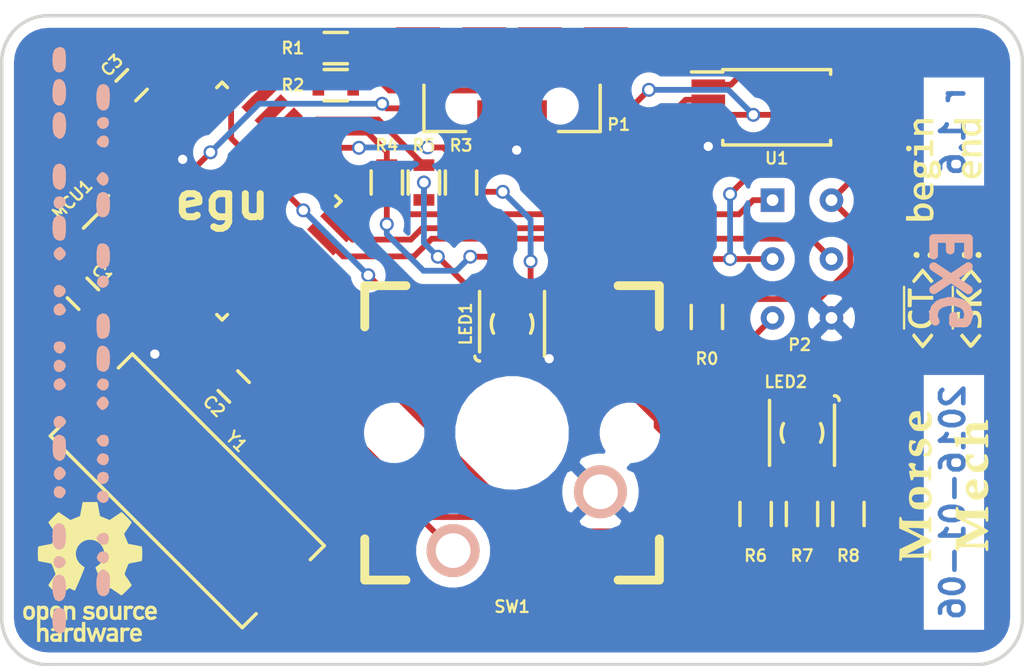
<source format=kicad_pcb>
(kicad_pcb (version 4) (host pcbnew 4.0.4-stable)

  (general
    (links 56)
    (no_connects 0)
    (area 211.524999 113.724999 255.675001 141.875001)
    (thickness 1.6)
    (drawings 14)
    (tracks 270)
    (zones 0)
    (modules 23)
    (nets 40)
  )

  (page A4)
  (layers
    (0 F.Cu signal)
    (31 B.Cu signal)
    (32 B.Adhes user hide)
    (33 F.Adhes user hide)
    (34 B.Paste user hide)
    (35 F.Paste user hide)
    (36 B.SilkS user hide)
    (37 F.SilkS user)
    (38 B.Mask user)
    (39 F.Mask user)
    (40 Dwgs.User user hide)
    (41 Cmts.User user hide)
    (42 Eco1.User user hide)
    (43 Eco2.User user hide)
    (44 Edge.Cuts user)
    (45 Margin user hide)
    (46 B.CrtYd user hide)
    (47 F.CrtYd user hide)
    (48 B.Fab user hide)
    (49 F.Fab user hide)
  )

  (setup
    (last_trace_width 0.25)
    (trace_clearance 0.18)
    (zone_clearance 0.45)
    (zone_45_only no)
    (trace_min 0.2)
    (segment_width 0.2)
    (edge_width 0.15)
    (via_size 0.6)
    (via_drill 0.4)
    (via_min_size 0.4)
    (via_min_drill 0.3)
    (uvia_size 0.3)
    (uvia_drill 0.1)
    (uvias_allowed no)
    (uvia_min_size 0.2)
    (uvia_min_drill 0.1)
    (pcb_text_width 0.3)
    (pcb_text_size 1.5 1.5)
    (mod_edge_width 0.15)
    (mod_text_size 1 1)
    (mod_text_width 0.15)
    (pad_size 1.524 1.524)
    (pad_drill 0.762)
    (pad_to_mask_clearance 0.15)
    (aux_axis_origin 0 0)
    (visible_elements 7FFFFFFF)
    (pcbplotparams
      (layerselection 0x010fc_80000001)
      (usegerberextensions false)
      (excludeedgelayer true)
      (linewidth 0.100000)
      (plotframeref false)
      (viasonmask false)
      (mode 1)
      (useauxorigin false)
      (hpglpennumber 1)
      (hpglpenspeed 20)
      (hpglpendiameter 15)
      (hpglpenoverlay 2)
      (psnegative false)
      (psa4output false)
      (plotreference true)
      (plotvalue true)
      (plotinvisibletext false)
      (padsonsilk false)
      (subtractmaskfromsilk true)
      (outputformat 1)
      (mirror false)
      (drillshape 0)
      (scaleselection 1)
      (outputdirectory Gerbers/))
  )

  (net 0 "")
  (net 1 GND)
  (net 2 VCC)
  (net 3 "Net-(C2-Pad1)")
  (net 4 /USB_D+)
  (net 5 /USB_D-)
  (net 6 /LED_SW_R)
  (net 7 /LED_SW_B)
  (net 8 /LED_SW_G)
  (net 9 "Net-(MCU1-Pad5)")
  (net 10 "Net-(MCU1-Pad6)")
  (net 11 "Net-(MCU1-Pad7)")
  (net 12 "Net-(MCU1-Pad8)")
  (net 13 "Net-(MCU1-Pad10)")
  (net 14 "Net-(MCU1-Pad14)")
  (net 15 /SCLK)
  (net 16 /MOSI)
  (net 17 /MISO)
  (net 18 "Net-(MCU1-Pad21)")
  (net 19 "Net-(MCU1-Pad22)")
  (net 20 /RESET)
  (net 21 "Net-(LED2-Pad4)")
  (net 22 "Net-(LED2-Pad5)")
  (net 23 "Net-(LED2-Pad6)")
  (net 24 "Net-(P1-Pad4)")
  (net 25 "Net-(P1-Pad6)")
  (net 26 "Net-(C1-Pad1)")
  (net 27 "Net-(C3-Pad2)")
  (net 28 "Net-(LED1-Pad4)")
  (net 29 /LED_IND_B)
  (net 30 /LED_IND_G)
  (net 31 /LED_IND_R)
  (net 32 "Net-(MCU1-Pad23)")
  (net 33 "Net-(MCU1-Pad25)")
  (net 34 "Net-(MCU1-Pad26)")
  (net 35 /USB_CONN_D+)
  (net 36 /USB_CONN_D-)
  (net 37 /SS_EEPROM)
  (net 38 "Net-(LED1-Pad6)")
  (net 39 "Net-(LED1-Pad5)")

  (net_class Default "This is the default net class."
    (clearance 0.18)
    (trace_width 0.25)
    (via_dia 0.6)
    (via_drill 0.4)
    (uvia_dia 0.3)
    (uvia_drill 0.1)
    (add_net /LED_IND_B)
    (add_net /LED_IND_G)
    (add_net /LED_IND_R)
    (add_net /LED_SW_B)
    (add_net /LED_SW_G)
    (add_net /LED_SW_R)
    (add_net /MISO)
    (add_net /MOSI)
    (add_net /RESET)
    (add_net /SCLK)
    (add_net /SS_EEPROM)
    (add_net /USB_CONN_D+)
    (add_net /USB_CONN_D-)
    (add_net /USB_D+)
    (add_net /USB_D-)
    (add_net GND)
    (add_net "Net-(C1-Pad1)")
    (add_net "Net-(C2-Pad1)")
    (add_net "Net-(C3-Pad2)")
    (add_net "Net-(LED1-Pad4)")
    (add_net "Net-(LED1-Pad5)")
    (add_net "Net-(LED1-Pad6)")
    (add_net "Net-(LED2-Pad4)")
    (add_net "Net-(LED2-Pad5)")
    (add_net "Net-(LED2-Pad6)")
    (add_net "Net-(MCU1-Pad10)")
    (add_net "Net-(MCU1-Pad14)")
    (add_net "Net-(MCU1-Pad21)")
    (add_net "Net-(MCU1-Pad22)")
    (add_net "Net-(MCU1-Pad23)")
    (add_net "Net-(MCU1-Pad25)")
    (add_net "Net-(MCU1-Pad26)")
    (add_net "Net-(MCU1-Pad5)")
    (add_net "Net-(MCU1-Pad6)")
    (add_net "Net-(MCU1-Pad7)")
    (add_net "Net-(MCU1-Pad8)")
    (add_net "Net-(P1-Pad4)")
    (add_net "Net-(P1-Pad6)")
    (add_net VCC)
  )

  (module Cherry_MX:CHERRY_PCB_100H (layer F.Cu) (tedit 586F73B4) (tstamp 586ED747)
    (at 233.6 131.8 180)
    (path /586E08A2)
    (fp_text reference SW1 (at 0 -7.5 180) (layer F.SilkS)
      (effects (font (size 0.5 0.5) (thickness 0.1)))
    )
    (fp_text value "Gateron Green" (at 0 3 180) (layer F.Fab)
      (effects (font (size 0.5 0.5) (thickness 0.1)))
    )
    (fp_text user 1.00u (at -5.715 8.255 180) (layer Dwgs.User)
      (effects (font (thickness 0.3048)))
    )
    (fp_line (start -6.35 -6.35) (end 6.35 -6.35) (layer Cmts.User) (width 0.1524))
    (fp_line (start 6.35 -6.35) (end 6.35 6.35) (layer Cmts.User) (width 0.1524))
    (fp_line (start 6.35 6.35) (end -6.35 6.35) (layer Cmts.User) (width 0.1524))
    (fp_line (start -6.35 6.35) (end -6.35 -6.35) (layer Cmts.User) (width 0.1524))
    (fp_line (start -9.398 -9.398) (end 9.398 -9.398) (layer Dwgs.User) (width 0.1524))
    (fp_line (start 9.398 -9.398) (end 9.398 9.398) (layer Dwgs.User) (width 0.1524))
    (fp_line (start 9.398 9.398) (end -9.398 9.398) (layer Dwgs.User) (width 0.1524))
    (fp_line (start -9.398 9.398) (end -9.398 -9.398) (layer Dwgs.User) (width 0.1524))
    (fp_line (start -6.35 -6.35) (end -4.572 -6.35) (layer F.SilkS) (width 0.381))
    (fp_line (start 4.572 -6.35) (end 6.35 -6.35) (layer F.SilkS) (width 0.381))
    (fp_line (start 6.35 -6.35) (end 6.35 -4.572) (layer F.SilkS) (width 0.381))
    (fp_line (start 6.35 4.572) (end 6.35 6.35) (layer F.SilkS) (width 0.381))
    (fp_line (start 6.35 6.35) (end 4.572 6.35) (layer F.SilkS) (width 0.381))
    (fp_line (start -4.572 6.35) (end -6.35 6.35) (layer F.SilkS) (width 0.381))
    (fp_line (start -6.35 6.35) (end -6.35 4.572) (layer F.SilkS) (width 0.381))
    (fp_line (start -6.35 -4.572) (end -6.35 -6.35) (layer F.SilkS) (width 0.381))
    (fp_line (start -6.985 -6.985) (end 6.985 -6.985) (layer Eco2.User) (width 0.1524))
    (fp_line (start 6.985 -6.985) (end 6.985 6.985) (layer Eco2.User) (width 0.1524))
    (fp_line (start 6.985 6.985) (end -6.985 6.985) (layer Eco2.User) (width 0.1524))
    (fp_line (start -6.985 6.985) (end -6.985 -6.985) (layer Eco2.User) (width 0.1524))
    (pad 1 thru_hole circle (at 2.54 -5.08 180) (size 2.286 2.286) (drill 1.4986) (layers *.Cu *.SilkS *.Mask)
      (net 10 "Net-(MCU1-Pad6)"))
    (pad 2 thru_hole circle (at -3.81 -2.54 180) (size 2.286 2.286) (drill 1.4986) (layers *.Cu *.SilkS *.Mask)
      (net 1 GND))
    (pad HOLE np_thru_hole circle (at 0 0 180) (size 3.9878 3.9878) (drill 3.9878) (layers *.Cu))
    (pad HOLE np_thru_hole circle (at -5.08 0 180) (size 1.7018 1.7018) (drill 1.7018) (layers *.Cu))
    (pad HOLE np_thru_hole circle (at 5.08 0 180) (size 1.7018 1.7018) (drill 1.7018) (layers *.Cu))
  )

  (module Resistors_SMD:R_0603 (layer F.Cu) (tedit 586F8821) (tstamp 586ECF28)
    (at 229.8 121 270)
    (descr "Resistor SMD 0603, reflow soldering, Vishay (see dcrcw.pdf)")
    (tags "resistor 0603")
    (path /58701C6C)
    (attr smd)
    (fp_text reference R5 (at -1.6 0 360) (layer F.SilkS)
      (effects (font (size 0.5 0.5) (thickness 0.1)))
    )
    (fp_text value 220 (at 1.6 0 360) (layer F.Fab)
      (effects (font (size 0.5 0.5) (thickness 0.1)))
    )
    (fp_line (start -0.8 0.4) (end -0.8 -0.4) (layer F.Fab) (width 0.1))
    (fp_line (start 0.8 0.4) (end -0.8 0.4) (layer F.Fab) (width 0.1))
    (fp_line (start 0.8 -0.4) (end 0.8 0.4) (layer F.Fab) (width 0.1))
    (fp_line (start -0.8 -0.4) (end 0.8 -0.4) (layer F.Fab) (width 0.1))
    (fp_line (start -1.3 -0.8) (end 1.3 -0.8) (layer F.CrtYd) (width 0.05))
    (fp_line (start -1.3 0.8) (end 1.3 0.8) (layer F.CrtYd) (width 0.05))
    (fp_line (start -1.3 -0.8) (end -1.3 0.8) (layer F.CrtYd) (width 0.05))
    (fp_line (start 1.3 -0.8) (end 1.3 0.8) (layer F.CrtYd) (width 0.05))
    (fp_line (start 0.5 0.675) (end -0.5 0.675) (layer F.SilkS) (width 0.15))
    (fp_line (start -0.5 -0.675) (end 0.5 -0.675) (layer F.SilkS) (width 0.15))
    (pad 1 smd rect (at -0.75 0 270) (size 0.5 0.9) (layers F.Cu F.Paste F.Mask)
      (net 7 /LED_SW_B))
    (pad 2 smd rect (at 0.75 0 270) (size 0.5 0.9) (layers F.Cu F.Paste F.Mask)
      (net 28 "Net-(LED1-Pad4)"))
    (model Resistors_SMD.3dshapes/R_0603.wrl
      (at (xyz 0 0 0))
      (scale (xyz 1 1 1))
      (rotate (xyz 0 0 0))
    )
  )

  (module Housings_QFP:TQFP-32_7x7mm_Pitch0.8mm (layer F.Cu) (tedit 586F77B1) (tstamp 586ECEA0)
    (at 221.1 121.8 45)
    (descr "32-Lead Plastic Thin Quad Flatpack (PT) - 7x7x1.0 mm Body, 2.00 mm [TQFP] (see Microchip Packaging Specification 00000049BS.pdf)")
    (tags "QFP 0.8")
    (path /586E2EFF)
    (attr smd)
    (fp_text reference MCU1 (at -4.516998 -4.613165 45) (layer F.SilkS)
      (effects (font (size 0.5 0.5) (thickness 0.1)))
    )
    (fp_text value ATmega16u2 (at 0 2.8 45) (layer F.Fab)
      (effects (font (size 0.5 0.5) (thickness 0.1)))
    )
    (fp_text user %R (at 0 0 45) (layer F.Fab)
      (effects (font (size 1 1) (thickness 0.15)))
    )
    (fp_line (start -2.5 -3.5) (end 3.5 -3.5) (layer F.Fab) (width 0.15))
    (fp_line (start 3.5 -3.5) (end 3.5 3.5) (layer F.Fab) (width 0.15))
    (fp_line (start 3.5 3.5) (end -3.5 3.5) (layer F.Fab) (width 0.15))
    (fp_line (start -3.5 3.5) (end -3.5 -2.5) (layer F.Fab) (width 0.15))
    (fp_line (start -3.5 -2.5) (end -2.5 -3.5) (layer F.Fab) (width 0.15))
    (fp_line (start -5.3 -5.3) (end -5.3 5.3) (layer F.CrtYd) (width 0.05))
    (fp_line (start 5.3 -5.3) (end 5.3 5.3) (layer F.CrtYd) (width 0.05))
    (fp_line (start -5.3 -5.3) (end 5.3 -5.3) (layer F.CrtYd) (width 0.05))
    (fp_line (start -5.3 5.3) (end 5.3 5.3) (layer F.CrtYd) (width 0.05))
    (fp_line (start -3.625 -3.625) (end -3.625 -3.4) (layer F.SilkS) (width 0.15))
    (fp_line (start 3.625 -3.625) (end 3.625 -3.3) (layer F.SilkS) (width 0.15))
    (fp_line (start 3.625 3.625) (end 3.625 3.3) (layer F.SilkS) (width 0.15))
    (fp_line (start -3.625 3.625) (end -3.625 3.3) (layer F.SilkS) (width 0.15))
    (fp_line (start -3.625 -3.625) (end -3.3 -3.625) (layer F.SilkS) (width 0.15))
    (fp_line (start -3.625 3.625) (end -3.3 3.625) (layer F.SilkS) (width 0.15))
    (fp_line (start 3.625 3.625) (end 3.3 3.625) (layer F.SilkS) (width 0.15))
    (fp_line (start 3.625 -3.625) (end 3.3 -3.625) (layer F.SilkS) (width 0.15))
    (fp_line (start -3.625 -3.4) (end -5.05 -3.4) (layer F.SilkS) (width 0.15))
    (pad 1 smd rect (at -4.25 -2.8 45) (size 1.6 0.55) (layers F.Cu F.Paste F.Mask)
      (net 26 "Net-(C1-Pad1)"))
    (pad 2 smd rect (at -4.25 -2 45) (size 1.6 0.55) (layers F.Cu F.Paste F.Mask)
      (net 3 "Net-(C2-Pad1)"))
    (pad 3 smd rect (at -4.25 -1.2 45) (size 1.6 0.55) (layers F.Cu F.Paste F.Mask)
      (net 1 GND))
    (pad 4 smd rect (at -4.25 -0.4 45) (size 1.6 0.55) (layers F.Cu F.Paste F.Mask)
      (net 2 VCC))
    (pad 5 smd rect (at -4.25 0.4 45) (size 1.6 0.55) (layers F.Cu F.Paste F.Mask)
      (net 9 "Net-(MCU1-Pad5)"))
    (pad 6 smd rect (at -4.25 1.2 45) (size 1.6 0.55) (layers F.Cu F.Paste F.Mask)
      (net 10 "Net-(MCU1-Pad6)"))
    (pad 7 smd rect (at -4.25 2 45) (size 1.6 0.55) (layers F.Cu F.Paste F.Mask)
      (net 11 "Net-(MCU1-Pad7)"))
    (pad 8 smd rect (at -4.25 2.8 45) (size 1.6 0.55) (layers F.Cu F.Paste F.Mask)
      (net 12 "Net-(MCU1-Pad8)"))
    (pad 9 smd rect (at -2.8 4.25 135) (size 1.6 0.55) (layers F.Cu F.Paste F.Mask)
      (net 37 /SS_EEPROM))
    (pad 10 smd rect (at -2 4.25 135) (size 1.6 0.55) (layers F.Cu F.Paste F.Mask)
      (net 13 "Net-(MCU1-Pad10)"))
    (pad 11 smd rect (at -1.2 4.25 135) (size 1.6 0.55) (layers F.Cu F.Paste F.Mask)
      (net 31 /LED_IND_R))
    (pad 12 smd rect (at -0.4 4.25 135) (size 1.6 0.55) (layers F.Cu F.Paste F.Mask)
      (net 30 /LED_IND_G))
    (pad 13 smd rect (at 0.4 4.25 135) (size 1.6 0.55) (layers F.Cu F.Paste F.Mask)
      (net 29 /LED_IND_B))
    (pad 14 smd rect (at 1.2 4.25 135) (size 1.6 0.55) (layers F.Cu F.Paste F.Mask)
      (net 14 "Net-(MCU1-Pad14)"))
    (pad 15 smd rect (at 2 4.25 135) (size 1.6 0.55) (layers F.Cu F.Paste F.Mask)
      (net 15 /SCLK))
    (pad 16 smd rect (at 2.8 4.25 135) (size 1.6 0.55) (layers F.Cu F.Paste F.Mask)
      (net 16 /MOSI))
    (pad 17 smd rect (at 4.25 2.8 45) (size 1.6 0.55) (layers F.Cu F.Paste F.Mask)
      (net 17 /MISO))
    (pad 18 smd rect (at 4.25 2 45) (size 1.6 0.55) (layers F.Cu F.Paste F.Mask)
      (net 6 /LED_SW_R))
    (pad 19 smd rect (at 4.25 1.2 45) (size 1.6 0.55) (layers F.Cu F.Paste F.Mask)
      (net 8 /LED_SW_G))
    (pad 20 smd rect (at 4.25 0.4 45) (size 1.6 0.55) (layers F.Cu F.Paste F.Mask)
      (net 7 /LED_SW_B))
    (pad 21 smd rect (at 4.25 -0.4 45) (size 1.6 0.55) (layers F.Cu F.Paste F.Mask)
      (net 18 "Net-(MCU1-Pad21)"))
    (pad 22 smd rect (at 4.25 -1.2 45) (size 1.6 0.55) (layers F.Cu F.Paste F.Mask)
      (net 19 "Net-(MCU1-Pad22)"))
    (pad 23 smd rect (at 4.25 -2 45) (size 1.6 0.55) (layers F.Cu F.Paste F.Mask)
      (net 32 "Net-(MCU1-Pad23)"))
    (pad 24 smd rect (at 4.25 -2.8 45) (size 1.6 0.55) (layers F.Cu F.Paste F.Mask)
      (net 20 /RESET))
    (pad 25 smd rect (at 2.8 -4.25 135) (size 1.6 0.55) (layers F.Cu F.Paste F.Mask)
      (net 33 "Net-(MCU1-Pad25)"))
    (pad 26 smd rect (at 2 -4.25 135) (size 1.6 0.55) (layers F.Cu F.Paste F.Mask)
      (net 34 "Net-(MCU1-Pad26)"))
    (pad 27 smd rect (at 1.2 -4.25 135) (size 1.6 0.55) (layers F.Cu F.Paste F.Mask)
      (net 27 "Net-(C3-Pad2)"))
    (pad 28 smd rect (at 0.4 -4.25 135) (size 1.6 0.55) (layers F.Cu F.Paste F.Mask)
      (net 1 GND))
    (pad 29 smd rect (at -0.4 -4.25 135) (size 1.6 0.55) (layers F.Cu F.Paste F.Mask)
      (net 4 /USB_D+))
    (pad 30 smd rect (at -1.2 -4.25 135) (size 1.6 0.55) (layers F.Cu F.Paste F.Mask)
      (net 5 /USB_D-))
    (pad 31 smd rect (at -2 -4.25 135) (size 1.6 0.55) (layers F.Cu F.Paste F.Mask)
      (net 2 VCC))
    (pad 32 smd rect (at -2.8 -4.25 135) (size 1.6 0.55) (layers F.Cu F.Paste F.Mask)
      (net 2 VCC))
    (model Housings_QFP.3dshapes/TQFP-32_7x7mm_Pitch0.8mm.wrl
      (at (xyz 0 0 0))
      (scale (xyz 1 1 1))
      (rotate (xyz 0 0 0))
    )
  )

  (module Resistors_SMD:R_0603 (layer F.Cu) (tedit 586F84AE) (tstamp 586ECEF8)
    (at 226 116.8 180)
    (descr "Resistor SMD 0603, reflow soldering, Vishay (see dcrcw.pdf)")
    (tags "resistor 0603")
    (path /586EA1B3)
    (attr smd)
    (fp_text reference R2 (at 1.85 0 360) (layer F.SilkS)
      (effects (font (size 0.5 0.5) (thickness 0.1)))
    )
    (fp_text value 22 (at -1.75 0 180) (layer F.Fab)
      (effects (font (size 0.5 0.5) (thickness 0.1)))
    )
    (fp_line (start -0.8 0.4) (end -0.8 -0.4) (layer F.Fab) (width 0.1))
    (fp_line (start 0.8 0.4) (end -0.8 0.4) (layer F.Fab) (width 0.1))
    (fp_line (start 0.8 -0.4) (end 0.8 0.4) (layer F.Fab) (width 0.1))
    (fp_line (start -0.8 -0.4) (end 0.8 -0.4) (layer F.Fab) (width 0.1))
    (fp_line (start -1.3 -0.8) (end 1.3 -0.8) (layer F.CrtYd) (width 0.05))
    (fp_line (start -1.3 0.8) (end 1.3 0.8) (layer F.CrtYd) (width 0.05))
    (fp_line (start -1.3 -0.8) (end -1.3 0.8) (layer F.CrtYd) (width 0.05))
    (fp_line (start 1.3 -0.8) (end 1.3 0.8) (layer F.CrtYd) (width 0.05))
    (fp_line (start 0.5 0.675) (end -0.5 0.675) (layer F.SilkS) (width 0.15))
    (fp_line (start -0.5 -0.675) (end 0.5 -0.675) (layer F.SilkS) (width 0.15))
    (pad 1 smd rect (at -0.75 0 180) (size 0.5 0.9) (layers F.Cu F.Paste F.Mask)
      (net 35 /USB_CONN_D+))
    (pad 2 smd rect (at 0.75 0 180) (size 0.5 0.9) (layers F.Cu F.Paste F.Mask)
      (net 4 /USB_D+))
    (model Resistors_SMD.3dshapes/R_0603.wrl
      (at (xyz 0 0 0))
      (scale (xyz 1 1 1))
      (rotate (xyz 0 0 0))
    )
  )

  (module Custom_Footprints:PLCC6_CREE (layer F.Cu) (tedit 586F7776) (tstamp 586ECE69)
    (at 246.1 131.8 270)
    (path /586E07E4)
    (fp_text reference LED2 (at -2.2 0.7 360) (layer F.SilkS)
      (effects (font (size 0.5 0.5) (thickness 0.1)))
    )
    (fp_text value LED_IND (at 0 2 270) (layer F.Fab)
      (effects (font (size 0.5 0.5) (thickness 0.1)))
    )
    (fp_arc (start -1.4 -1.4) (end -1.6 -1.4) (angle 90) (layer F.SilkS) (width 0.15))
    (fp_arc (start 0 0) (end -0.4 -0.8) (angle 53.13010235) (layer F.SilkS) (width 0.15))
    (fp_arc (start 0 0) (end 0.4 0.8) (angle 53.13010235) (layer F.SilkS) (width 0.15))
    (fp_line (start 1.4 1.4) (end -1.4 1.4) (layer F.SilkS) (width 0.15))
    (fp_line (start 1.4 -1.4) (end -1.2 -1.4) (layer F.SilkS) (width 0.15))
    (fp_circle (center 0 0) (end 1 0) (layer Dwgs.User) (width 0.15))
    (fp_line (start -0.8 -1.4) (end -1.4 -0.8) (layer Dwgs.User) (width 0.15))
    (fp_line (start 1.4 -1.4) (end -1.4 -1.4) (layer Dwgs.User) (width 0.15))
    (fp_line (start 1.4 1.4) (end 1.4 -1.4) (layer Dwgs.User) (width 0.15))
    (fp_line (start -1.4 1.4) (end 1.4 1.4) (layer Dwgs.User) (width 0.15))
    (fp_line (start -1.4 -1.4) (end -1.4 1.4) (layer Dwgs.User) (width 0.15))
    (pad 1 smd rect (at -1.2 0.8 270) (size 0.8 0.4) (layers F.Cu F.Paste F.Mask)
      (net 1 GND))
    (pad 2 smd rect (at -1.2 0 270) (size 0.8 0.4) (layers F.Cu F.Paste F.Mask)
      (net 1 GND))
    (pad 3 smd rect (at -1.2 -0.8 270) (size 0.8 0.4) (layers F.Cu F.Paste F.Mask)
      (net 1 GND))
    (pad 6 smd rect (at 1.2 0.8 270) (size 0.8 0.4) (layers F.Cu F.Paste F.Mask)
      (net 23 "Net-(LED2-Pad6)"))
    (pad 5 smd rect (at 1.2 0 270) (size 0.8 0.4) (layers F.Cu F.Paste F.Mask)
      (net 22 "Net-(LED2-Pad5)"))
    (pad 4 smd rect (at 1.2 -0.8 270) (size 0.8 0.4) (layers F.Cu F.Paste F.Mask)
      (net 21 "Net-(LED2-Pad4)"))
  )

  (module Custom_Footprints:ICSP_6PIN_POGO (layer F.Cu) (tedit 586F6DB1) (tstamp 586ECED8)
    (at 246.1 124.3)
    (path /586E313B)
    (fp_text reference P2 (at -0.1 3.7 180) (layer F.SilkS)
      (effects (font (size 0.5 0.5) (thickness 0.1)))
    )
    (fp_text value ICSP (at 0 -3.55) (layer F.Fab)
      (effects (font (size 0.5 0.5) (thickness 0.1)))
    )
    (pad 1 thru_hole rect (at -1.27 -2.54) (size 1.016 1.016) (drill 0.508) (layers *.Cu *.Mask)
      (net 17 /MISO))
    (pad 2 thru_hole circle (at 1.27 -2.54) (size 1.016 1.016) (drill 0.508) (layers *.Cu *.Mask)
      (net 2 VCC))
    (pad 3 thru_hole circle (at -1.27 0) (size 1.016 1.016) (drill 0.508) (layers *.Cu *.Mask)
      (net 15 /SCLK))
    (pad 4 thru_hole circle (at 1.27 0) (size 1.016 1.016) (drill 0.508) (layers *.Cu *.Mask)
      (net 16 /MOSI))
    (pad 5 thru_hole circle (at -1.27 2.54) (size 1.016 1.016) (drill 0.508) (layers *.Cu *.Mask)
      (net 20 /RESET))
    (pad 6 thru_hole circle (at 1.27 2.54) (size 1.016 1.016) (drill 0.508) (layers *.Cu *.Mask)
      (net 1 GND))
  )

  (module Resistors_SMD:R_0603 (layer F.Cu) (tedit 586F6D55) (tstamp 586ECF58)
    (at 248.1 135.3 90)
    (descr "Resistor SMD 0603, reflow soldering, Vishay (see dcrcw.pdf)")
    (tags "resistor 0603")
    (path /586FE53C)
    (attr smd)
    (fp_text reference R8 (at -1.8 0 180) (layer F.SilkS)
      (effects (font (size 0.5 0.5) (thickness 0.1)))
    )
    (fp_text value 220 (at -2.5 0 180) (layer F.Fab)
      (effects (font (size 0.5 0.5) (thickness 0.1)))
    )
    (fp_line (start -0.8 0.4) (end -0.8 -0.4) (layer F.Fab) (width 0.1))
    (fp_line (start 0.8 0.4) (end -0.8 0.4) (layer F.Fab) (width 0.1))
    (fp_line (start 0.8 -0.4) (end 0.8 0.4) (layer F.Fab) (width 0.1))
    (fp_line (start -0.8 -0.4) (end 0.8 -0.4) (layer F.Fab) (width 0.1))
    (fp_line (start -1.3 -0.8) (end 1.3 -0.8) (layer F.CrtYd) (width 0.05))
    (fp_line (start -1.3 0.8) (end 1.3 0.8) (layer F.CrtYd) (width 0.05))
    (fp_line (start -1.3 -0.8) (end -1.3 0.8) (layer F.CrtYd) (width 0.05))
    (fp_line (start 1.3 -0.8) (end 1.3 0.8) (layer F.CrtYd) (width 0.05))
    (fp_line (start 0.5 0.675) (end -0.5 0.675) (layer F.SilkS) (width 0.15))
    (fp_line (start -0.5 -0.675) (end 0.5 -0.675) (layer F.SilkS) (width 0.15))
    (pad 1 smd rect (at -0.75 0 90) (size 0.5 0.9) (layers F.Cu F.Paste F.Mask)
      (net 29 /LED_IND_B))
    (pad 2 smd rect (at 0.75 0 90) (size 0.5 0.9) (layers F.Cu F.Paste F.Mask)
      (net 21 "Net-(LED2-Pad4)"))
    (model Resistors_SMD.3dshapes/R_0603.wrl
      (at (xyz 0 0 0))
      (scale (xyz 1 1 1))
      (rotate (xyz 0 0 0))
    )
  )

  (module Resistors_SMD:R_0603 (layer F.Cu) (tedit 586F6D6F) (tstamp 586ECF48)
    (at 246.1 135.3 90)
    (descr "Resistor SMD 0603, reflow soldering, Vishay (see dcrcw.pdf)")
    (tags "resistor 0603")
    (path /586FE4DF)
    (attr smd)
    (fp_text reference R7 (at -1.8 0 180) (layer F.SilkS)
      (effects (font (size 0.5 0.5) (thickness 0.1)))
    )
    (fp_text value 270 (at -2.5 0 180) (layer F.Fab)
      (effects (font (size 0.5 0.5) (thickness 0.1)))
    )
    (fp_line (start -0.8 0.4) (end -0.8 -0.4) (layer F.Fab) (width 0.1))
    (fp_line (start 0.8 0.4) (end -0.8 0.4) (layer F.Fab) (width 0.1))
    (fp_line (start 0.8 -0.4) (end 0.8 0.4) (layer F.Fab) (width 0.1))
    (fp_line (start -0.8 -0.4) (end 0.8 -0.4) (layer F.Fab) (width 0.1))
    (fp_line (start -1.3 -0.8) (end 1.3 -0.8) (layer F.CrtYd) (width 0.05))
    (fp_line (start -1.3 0.8) (end 1.3 0.8) (layer F.CrtYd) (width 0.05))
    (fp_line (start -1.3 -0.8) (end -1.3 0.8) (layer F.CrtYd) (width 0.05))
    (fp_line (start 1.3 -0.8) (end 1.3 0.8) (layer F.CrtYd) (width 0.05))
    (fp_line (start 0.5 0.675) (end -0.5 0.675) (layer F.SilkS) (width 0.15))
    (fp_line (start -0.5 -0.675) (end 0.5 -0.675) (layer F.SilkS) (width 0.15))
    (pad 1 smd rect (at -0.75 0 90) (size 0.5 0.9) (layers F.Cu F.Paste F.Mask)
      (net 30 /LED_IND_G))
    (pad 2 smd rect (at 0.75 0 90) (size 0.5 0.9) (layers F.Cu F.Paste F.Mask)
      (net 22 "Net-(LED2-Pad5)"))
    (model Resistors_SMD.3dshapes/R_0603.wrl
      (at (xyz 0 0 0))
      (scale (xyz 1 1 1))
      (rotate (xyz 0 0 0))
    )
  )

  (module Resistors_SMD:R_0603 (layer F.Cu) (tedit 586F6D7E) (tstamp 586ECF38)
    (at 244.1 135.3 90)
    (descr "Resistor SMD 0603, reflow soldering, Vishay (see dcrcw.pdf)")
    (tags "resistor 0603")
    (path /586FE472)
    (attr smd)
    (fp_text reference R6 (at -1.8 0 180) (layer F.SilkS)
      (effects (font (size 0.5 0.5) (thickness 0.1)))
    )
    (fp_text value 220 (at -2.5 0 180) (layer F.Fab)
      (effects (font (size 0.5 0.5) (thickness 0.1)))
    )
    (fp_line (start -0.8 0.4) (end -0.8 -0.4) (layer F.Fab) (width 0.1))
    (fp_line (start 0.8 0.4) (end -0.8 0.4) (layer F.Fab) (width 0.1))
    (fp_line (start 0.8 -0.4) (end 0.8 0.4) (layer F.Fab) (width 0.1))
    (fp_line (start -0.8 -0.4) (end 0.8 -0.4) (layer F.Fab) (width 0.1))
    (fp_line (start -1.3 -0.8) (end 1.3 -0.8) (layer F.CrtYd) (width 0.05))
    (fp_line (start -1.3 0.8) (end 1.3 0.8) (layer F.CrtYd) (width 0.05))
    (fp_line (start -1.3 -0.8) (end -1.3 0.8) (layer F.CrtYd) (width 0.05))
    (fp_line (start 1.3 -0.8) (end 1.3 0.8) (layer F.CrtYd) (width 0.05))
    (fp_line (start 0.5 0.675) (end -0.5 0.675) (layer F.SilkS) (width 0.15))
    (fp_line (start -0.5 -0.675) (end 0.5 -0.675) (layer F.SilkS) (width 0.15))
    (pad 1 smd rect (at -0.75 0 90) (size 0.5 0.9) (layers F.Cu F.Paste F.Mask)
      (net 31 /LED_IND_R))
    (pad 2 smd rect (at 0.75 0 90) (size 0.5 0.9) (layers F.Cu F.Paste F.Mask)
      (net 23 "Net-(LED2-Pad6)"))
    (model Resistors_SMD.3dshapes/R_0603.wrl
      (at (xyz 0 0 0))
      (scale (xyz 1 1 1))
      (rotate (xyz 0 0 0))
    )
  )

  (module Resistors_SMD:R_0603 (layer F.Cu) (tedit 586F8818) (tstamp 586ECF18)
    (at 228.2 121 270)
    (descr "Resistor SMD 0603, reflow soldering, Vishay (see dcrcw.pdf)")
    (tags "resistor 0603")
    (path /58701AFE)
    (attr smd)
    (fp_text reference R4 (at -1.6 0 360) (layer F.SilkS)
      (effects (font (size 0.5 0.5) (thickness 0.1)))
    )
    (fp_text value 270 (at 1.6 0 360) (layer F.Fab)
      (effects (font (size 0.5 0.5) (thickness 0.1)))
    )
    (fp_line (start -0.8 0.4) (end -0.8 -0.4) (layer F.Fab) (width 0.1))
    (fp_line (start 0.8 0.4) (end -0.8 0.4) (layer F.Fab) (width 0.1))
    (fp_line (start 0.8 -0.4) (end 0.8 0.4) (layer F.Fab) (width 0.1))
    (fp_line (start -0.8 -0.4) (end 0.8 -0.4) (layer F.Fab) (width 0.1))
    (fp_line (start -1.3 -0.8) (end 1.3 -0.8) (layer F.CrtYd) (width 0.05))
    (fp_line (start -1.3 0.8) (end 1.3 0.8) (layer F.CrtYd) (width 0.05))
    (fp_line (start -1.3 -0.8) (end -1.3 0.8) (layer F.CrtYd) (width 0.05))
    (fp_line (start 1.3 -0.8) (end 1.3 0.8) (layer F.CrtYd) (width 0.05))
    (fp_line (start 0.5 0.675) (end -0.5 0.675) (layer F.SilkS) (width 0.15))
    (fp_line (start -0.5 -0.675) (end 0.5 -0.675) (layer F.SilkS) (width 0.15))
    (pad 1 smd rect (at -0.75 0 270) (size 0.5 0.9) (layers F.Cu F.Paste F.Mask)
      (net 8 /LED_SW_G))
    (pad 2 smd rect (at 0.75 0 270) (size 0.5 0.9) (layers F.Cu F.Paste F.Mask)
      (net 39 "Net-(LED1-Pad5)"))
    (model Resistors_SMD.3dshapes/R_0603.wrl
      (at (xyz 0 0 0))
      (scale (xyz 1 1 1))
      (rotate (xyz 0 0 0))
    )
  )

  (module Resistors_SMD:R_0603 (layer F.Cu) (tedit 586F882B) (tstamp 586ECF08)
    (at 231.4 121 270)
    (descr "Resistor SMD 0603, reflow soldering, Vishay (see dcrcw.pdf)")
    (tags "resistor 0603")
    (path /58701283)
    (attr smd)
    (fp_text reference R3 (at -1.6 0 360) (layer F.SilkS)
      (effects (font (size 0.5 0.5) (thickness 0.1)))
    )
    (fp_text value 220 (at 1.6 0 360) (layer F.Fab)
      (effects (font (size 0.5 0.5) (thickness 0.1)))
    )
    (fp_line (start -0.8 0.4) (end -0.8 -0.4) (layer F.Fab) (width 0.1))
    (fp_line (start 0.8 0.4) (end -0.8 0.4) (layer F.Fab) (width 0.1))
    (fp_line (start 0.8 -0.4) (end 0.8 0.4) (layer F.Fab) (width 0.1))
    (fp_line (start -0.8 -0.4) (end 0.8 -0.4) (layer F.Fab) (width 0.1))
    (fp_line (start -1.3 -0.8) (end 1.3 -0.8) (layer F.CrtYd) (width 0.05))
    (fp_line (start -1.3 0.8) (end 1.3 0.8) (layer F.CrtYd) (width 0.05))
    (fp_line (start -1.3 -0.8) (end -1.3 0.8) (layer F.CrtYd) (width 0.05))
    (fp_line (start 1.3 -0.8) (end 1.3 0.8) (layer F.CrtYd) (width 0.05))
    (fp_line (start 0.5 0.675) (end -0.5 0.675) (layer F.SilkS) (width 0.15))
    (fp_line (start -0.5 -0.675) (end 0.5 -0.675) (layer F.SilkS) (width 0.15))
    (pad 1 smd rect (at -0.75 0 270) (size 0.5 0.9) (layers F.Cu F.Paste F.Mask)
      (net 6 /LED_SW_R))
    (pad 2 smd rect (at 0.75 0 270) (size 0.5 0.9) (layers F.Cu F.Paste F.Mask)
      (net 38 "Net-(LED1-Pad6)"))
    (model Resistors_SMD.3dshapes/R_0603.wrl
      (at (xyz 0 0 0))
      (scale (xyz 1 1 1))
      (rotate (xyz 0 0 0))
    )
  )

  (module Resistors_SMD:R_0603 (layer F.Cu) (tedit 586F84BC) (tstamp 586ECEE8)
    (at 226 115.2 180)
    (descr "Resistor SMD 0603, reflow soldering, Vishay (see dcrcw.pdf)")
    (tags "resistor 0603")
    (path /586E9DA9)
    (attr smd)
    (fp_text reference R1 (at 1.85 0 360) (layer F.SilkS)
      (effects (font (size 0.5 0.5) (thickness 0.1)))
    )
    (fp_text value 22 (at -1.75 0 360) (layer F.Fab)
      (effects (font (size 0.5 0.5) (thickness 0.1)))
    )
    (fp_line (start -0.8 0.4) (end -0.8 -0.4) (layer F.Fab) (width 0.1))
    (fp_line (start 0.8 0.4) (end -0.8 0.4) (layer F.Fab) (width 0.1))
    (fp_line (start 0.8 -0.4) (end 0.8 0.4) (layer F.Fab) (width 0.1))
    (fp_line (start -0.8 -0.4) (end 0.8 -0.4) (layer F.Fab) (width 0.1))
    (fp_line (start -1.3 -0.8) (end 1.3 -0.8) (layer F.CrtYd) (width 0.05))
    (fp_line (start -1.3 0.8) (end 1.3 0.8) (layer F.CrtYd) (width 0.05))
    (fp_line (start -1.3 -0.8) (end -1.3 0.8) (layer F.CrtYd) (width 0.05))
    (fp_line (start 1.3 -0.8) (end 1.3 0.8) (layer F.CrtYd) (width 0.05))
    (fp_line (start 0.5 0.675) (end -0.5 0.675) (layer F.SilkS) (width 0.15))
    (fp_line (start -0.5 -0.675) (end 0.5 -0.675) (layer F.SilkS) (width 0.15))
    (pad 1 smd rect (at -0.75 0 180) (size 0.5 0.9) (layers F.Cu F.Paste F.Mask)
      (net 36 /USB_CONN_D-))
    (pad 2 smd rect (at 0.75 0 180) (size 0.5 0.9) (layers F.Cu F.Paste F.Mask)
      (net 5 /USB_D-))
    (model Resistors_SMD.3dshapes/R_0603.wrl
      (at (xyz 0 0 0))
      (scale (xyz 1 1 1))
      (rotate (xyz 0 0 0))
    )
  )

  (module Capacitors_SMD:C_0603 (layer F.Cu) (tedit 586F87CD) (tstamp 586ECE46)
    (at 217.2 116.8 45)
    (descr "Capacitor SMD 0603, reflow soldering, AVX (see smccp.pdf)")
    (tags "capacitor 0603")
    (path /586E59EA)
    (attr smd)
    (fp_text reference C3 (at 0 -1.2 45) (layer F.SilkS)
      (effects (font (size 0.5 0.5) (thickness 0.1)))
    )
    (fp_text value 1uF (at 0 -2 45) (layer F.Fab)
      (effects (font (size 0.5 0.5) (thickness 0.1)))
    )
    (fp_line (start -0.8 0.4) (end -0.8 -0.4) (layer F.Fab) (width 0.15))
    (fp_line (start 0.8 0.4) (end -0.8 0.4) (layer F.Fab) (width 0.15))
    (fp_line (start 0.8 -0.4) (end 0.8 0.4) (layer F.Fab) (width 0.15))
    (fp_line (start -0.8 -0.4) (end 0.8 -0.4) (layer F.Fab) (width 0.15))
    (fp_line (start -1.45 -0.75) (end 1.45 -0.75) (layer F.CrtYd) (width 0.05))
    (fp_line (start -1.45 0.75) (end 1.45 0.75) (layer F.CrtYd) (width 0.05))
    (fp_line (start -1.45 -0.75) (end -1.45 0.75) (layer F.CrtYd) (width 0.05))
    (fp_line (start 1.45 -0.75) (end 1.45 0.75) (layer F.CrtYd) (width 0.05))
    (fp_line (start -0.35 -0.6) (end 0.35 -0.6) (layer F.SilkS) (width 0.15))
    (fp_line (start 0.35 0.6) (end -0.35 0.6) (layer F.SilkS) (width 0.15))
    (pad 1 smd rect (at -0.75 0 45) (size 0.8 0.75) (layers F.Cu F.Paste F.Mask)
      (net 1 GND))
    (pad 2 smd rect (at 0.75 0 45) (size 0.8 0.75) (layers F.Cu F.Paste F.Mask)
      (net 27 "Net-(C3-Pad2)"))
    (model Capacitors_SMD.3dshapes/C_0603.wrl
      (at (xyz 0 0 0))
      (scale (xyz 1 1 1))
      (rotate (xyz 0 0 0))
    )
  )

  (module Capacitors_SMD:C_0603 (layer F.Cu) (tedit 586F7541) (tstamp 586ECE36)
    (at 221.6 129.8 135)
    (descr "Capacitor SMD 0603, reflow soldering, AVX (see smccp.pdf)")
    (tags "capacitor 0603")
    (path /586E4B61)
    (attr smd)
    (fp_text reference C2 (at 0 -1.2 135) (layer F.SilkS)
      (effects (font (size 0.5 0.5) (thickness 0.1)))
    )
    (fp_text value 15pF (at 0 1.2 135) (layer F.Fab)
      (effects (font (size 0.5 0.5) (thickness 0.1)))
    )
    (fp_line (start -0.8 0.4) (end -0.8 -0.4) (layer F.Fab) (width 0.15))
    (fp_line (start 0.8 0.4) (end -0.8 0.4) (layer F.Fab) (width 0.15))
    (fp_line (start 0.8 -0.4) (end 0.8 0.4) (layer F.Fab) (width 0.15))
    (fp_line (start -0.8 -0.4) (end 0.8 -0.4) (layer F.Fab) (width 0.15))
    (fp_line (start -1.45 -0.75) (end 1.45 -0.75) (layer F.CrtYd) (width 0.05))
    (fp_line (start -1.45 0.75) (end 1.45 0.75) (layer F.CrtYd) (width 0.05))
    (fp_line (start -1.45 -0.75) (end -1.45 0.75) (layer F.CrtYd) (width 0.05))
    (fp_line (start 1.45 -0.75) (end 1.45 0.75) (layer F.CrtYd) (width 0.05))
    (fp_line (start -0.35 -0.6) (end 0.35 -0.6) (layer F.SilkS) (width 0.15))
    (fp_line (start 0.35 0.6) (end -0.35 0.6) (layer F.SilkS) (width 0.15))
    (pad 1 smd rect (at -0.75 0 135) (size 0.8 0.75) (layers F.Cu F.Paste F.Mask)
      (net 3 "Net-(C2-Pad1)"))
    (pad 2 smd rect (at 0.75 0 135) (size 0.8 0.75) (layers F.Cu F.Paste F.Mask)
      (net 1 GND))
    (model Capacitors_SMD.3dshapes/C_0603.wrl
      (at (xyz 0 0 0))
      (scale (xyz 1 1 1))
      (rotate (xyz 0 0 0))
    )
  )

  (module Capacitors_SMD:C_0603 (layer F.Cu) (tedit 586F74A7) (tstamp 586ECE26)
    (at 215.1 125.8 315)
    (descr "Capacitor SMD 0603, reflow soldering, AVX (see smccp.pdf)")
    (tags "capacitor 0603")
    (path /586E4B3C)
    (attr smd)
    (fp_text reference C1 (at 0 -1.2 315) (layer F.SilkS)
      (effects (font (size 0.5 0.5) (thickness 0.1)))
    )
    (fp_text value 15pF (at 0 1.2 315) (layer F.Fab)
      (effects (font (size 0.5 0.5) (thickness 0.1)))
    )
    (fp_line (start -0.8 0.4) (end -0.8 -0.4) (layer F.Fab) (width 0.15))
    (fp_line (start 0.8 0.4) (end -0.8 0.4) (layer F.Fab) (width 0.15))
    (fp_line (start 0.8 -0.4) (end 0.8 0.4) (layer F.Fab) (width 0.15))
    (fp_line (start -0.8 -0.4) (end 0.8 -0.4) (layer F.Fab) (width 0.15))
    (fp_line (start -1.45 -0.75) (end 1.45 -0.75) (layer F.CrtYd) (width 0.05))
    (fp_line (start -1.45 0.75) (end 1.45 0.75) (layer F.CrtYd) (width 0.05))
    (fp_line (start -1.45 -0.75) (end -1.45 0.75) (layer F.CrtYd) (width 0.05))
    (fp_line (start 1.45 -0.75) (end 1.45 0.75) (layer F.CrtYd) (width 0.05))
    (fp_line (start -0.35 -0.6) (end 0.35 -0.6) (layer F.SilkS) (width 0.15))
    (fp_line (start 0.35 0.6) (end -0.35 0.6) (layer F.SilkS) (width 0.15))
    (pad 1 smd rect (at -0.75 0 315) (size 0.8 0.75) (layers F.Cu F.Paste F.Mask)
      (net 26 "Net-(C1-Pad1)"))
    (pad 2 smd rect (at 0.75 0 315) (size 0.8 0.75) (layers F.Cu F.Paste F.Mask)
      (net 1 GND))
    (model Capacitors_SMD.3dshapes/C_0603.wrl
      (at (xyz 0 0 0))
      (scale (xyz 1 1 1))
      (rotate (xyz 0 0 0))
    )
  )

  (module Crystals:Crystal_HC49-SD_SMD (layer F.Cu) (tedit 586F744A) (tstamp 586ECF67)
    (at 219.6 134.3 315)
    (descr "Crystal Quarz HC49-SD SMD")
    (tags "Crystal Quarz HC49-SD SMD")
    (path /586E444E)
    (attr smd)
    (fp_text reference Y1 (at 0 -3 315) (layer F.SilkS)
      (effects (font (size 0.5 0.5) (thickness 0.1)))
    )
    (fp_text value 16MHz (at 0 3 315) (layer F.Fab)
      (effects (font (size 0.5 0.5) (thickness 0.1)))
    )
    (fp_circle (center 0 0) (end 0.8509 0) (layer F.Adhes) (width 0.381))
    (fp_circle (center 0 0) (end 0.50038 0) (layer F.Adhes) (width 0.381))
    (fp_circle (center 0 0) (end 0.14986 0.0508) (layer F.Adhes) (width 0.381))
    (fp_line (start -5.84962 2.49936) (end 5.84962 2.49936) (layer F.SilkS) (width 0.15))
    (fp_line (start 5.84962 -2.49936) (end -5.84962 -2.49936) (layer F.SilkS) (width 0.15))
    (fp_line (start 5.84962 2.49936) (end 5.84962 1.651) (layer F.SilkS) (width 0.15))
    (fp_line (start 5.84962 -2.49936) (end 5.84962 -1.651) (layer F.SilkS) (width 0.15))
    (fp_line (start -5.84962 2.49936) (end -5.84962 1.651) (layer F.SilkS) (width 0.15))
    (fp_line (start -5.84962 -2.49936) (end -5.84962 -1.651) (layer F.SilkS) (width 0.15))
    (pad 1 smd rect (at -4.84886 0 315) (size 5.6007 2.10058) (layers F.Cu F.Paste F.Mask)
      (net 26 "Net-(C1-Pad1)"))
    (pad 2 smd rect (at 4.84886 0 315) (size 5.6007 2.10058) (layers F.Cu F.Paste F.Mask)
      (net 3 "Net-(C2-Pad1)"))
  )

  (module Custom_Footprints:WURTH_USB_MICRO_B (layer F.Cu) (tedit 586F8353) (tstamp 586ECEB6)
    (at 233.6 113.8 180)
    (path /586E2414)
    (fp_text reference P1 (at -4.6 -4.7 180) (layer F.SilkS)
      (effects (font (size 0.5 0.5) (thickness 0.1)))
    )
    (fp_text value USB_OTG (at 0 1.2 180) (layer F.Fab)
      (effects (font (size 0.5 0.5) (thickness 0.1)))
    )
    (fp_line (start 3.8 -5) (end 3.8 -3) (layer F.SilkS) (width 0.15))
    (fp_line (start 2 -5) (end 3.8 -5) (layer F.SilkS) (width 0.15))
    (fp_line (start -3.8 -5) (end -3.8 -3) (layer F.SilkS) (width 0.15))
    (fp_line (start -4 0.6) (end 4 0.6) (layer Dwgs.User) (width 0.15))
    (fp_line (start -3.8 0) (end -4 0.6) (layer Dwgs.User) (width 0.15))
    (fp_line (start -3.8 0) (end -3.8 -5) (layer Dwgs.User) (width 0.15))
    (fp_line (start -3.8 0) (end 3.8 0) (layer Dwgs.User) (width 0.15))
    (fp_line (start 3.8 0) (end 3.8 -5) (layer Dwgs.User) (width 0.15))
    (fp_line (start -3.8 -5) (end 3.8 -5) (layer Dwgs.User) (width 0.15))
    (fp_line (start 3.8 0) (end 4 0.6) (layer Dwgs.User) (width 0.15))
    (fp_line (start -3.8 -5) (end -2 -5) (layer F.SilkS) (width 0.15))
    (pad "" np_thru_hole circle (at -2.075 -3.9 180) (size 0.7 0.7) (drill 0.7) (layers *.Cu *.Mask))
    (pad "" np_thru_hole circle (at 2.075 -3.9 180) (size 0.7 0.7) (drill 0.7) (layers *.Cu *.Mask))
    (pad 5 smd rect (at 1.3 -4.325 180) (size 0.4 1.35) (layers F.Cu F.Paste F.Mask)
      (net 1 GND))
    (pad 4 smd rect (at 0.65 -4.325 180) (size 0.4 1.35) (layers F.Cu F.Paste F.Mask)
      (net 24 "Net-(P1-Pad4)"))
    (pad 3 smd rect (at 0 -4.325 180) (size 0.4 1.35) (layers F.Cu F.Paste F.Mask)
      (net 35 /USB_CONN_D+))
    (pad 1 smd rect (at -1.3 -4.325 180) (size 0.4 1.35) (layers F.Cu F.Paste F.Mask)
      (net 2 VCC))
    (pad 2 smd rect (at -0.65 -4.325 180) (size 0.4 1.35) (layers F.Cu F.Paste F.Mask)
      (net 36 /USB_CONN_D-))
    (pad 6 smd rect (at 1.2 -1.45 180) (size 1.9 1.9) (layers F.Cu F.Paste F.Mask)
      (net 25 "Net-(P1-Pad6)"))
    (pad 6 smd rect (at -1.2 -1.45 180) (size 1.9 1.9) (layers F.Cu F.Paste F.Mask)
      (net 25 "Net-(P1-Pad6)"))
    (pad 6 smd rect (at 4.05 -1.45 180) (size 1.9 1.9) (layers F.Cu F.Paste F.Mask)
      (net 25 "Net-(P1-Pad6)"))
    (pad 6 smd rect (at -4.05 -1.45 180) (size 1.9 1.9) (layers F.Cu F.Paste F.Mask)
      (net 25 "Net-(P1-Pad6)"))
  )

  (module Symbols:OSHW-Logo_5.7x6mm_SilkScreen (layer F.Cu) (tedit 586F9153) (tstamp 586F9A95)
    (at 215.4 137.8)
    (descr "Open Source Hardware Logo")
    (tags "Logo OSHW")
    (attr virtual)
    (fp_text reference REF*** (at 0 -0.2) (layer F.Fab)
      (effects (font (size 1 1) (thickness 0.15)))
    )
    (fp_text value OSHW-Logo_5.7x6mm (at 0 1.6) (layer F.Fab)
      (effects (font (size 0.5 0.5) (thickness 0.1)))
    )
    (fp_poly (pts (xy -1.908759 1.469184) (xy -1.882247 1.482282) (xy -1.849553 1.505106) (xy -1.825725 1.529996)
      (xy -1.809406 1.561249) (xy -1.79924 1.603166) (xy -1.793872 1.660044) (xy -1.791944 1.736184)
      (xy -1.791831 1.768917) (xy -1.792161 1.840656) (xy -1.793527 1.891927) (xy -1.7965 1.927404)
      (xy -1.801649 1.951763) (xy -1.809543 1.96968) (xy -1.817757 1.981902) (xy -1.870187 2.033905)
      (xy -1.93193 2.065184) (xy -1.998536 2.074592) (xy -2.065558 2.06098) (xy -2.086792 2.051354)
      (xy -2.137624 2.024859) (xy -2.137624 2.440052) (xy -2.100525 2.420868) (xy -2.051643 2.406025)
      (xy -1.991561 2.402222) (xy -1.931564 2.409243) (xy -1.886256 2.425013) (xy -1.848675 2.455047)
      (xy -1.816564 2.498024) (xy -1.81415 2.502436) (xy -1.803967 2.523221) (xy -1.79653 2.54417)
      (xy -1.791411 2.569548) (xy -1.788181 2.603618) (xy -1.786413 2.650641) (xy -1.785677 2.714882)
      (xy -1.785544 2.787176) (xy -1.785544 3.017822) (xy -1.923861 3.017822) (xy -1.923861 2.592533)
      (xy -1.962549 2.559979) (xy -2.002738 2.53394) (xy -2.040797 2.529205) (xy -2.079066 2.541389)
      (xy -2.099462 2.55332) (xy -2.114642 2.570313) (xy -2.125438 2.595995) (xy -2.132683 2.633991)
      (xy -2.137208 2.687926) (xy -2.139844 2.761425) (xy -2.140772 2.810347) (xy -2.143911 3.011535)
      (xy -2.209926 3.015336) (xy -2.27594 3.019136) (xy -2.27594 1.77065) (xy -2.137624 1.77065)
      (xy -2.134097 1.840254) (xy -2.122215 1.888569) (xy -2.10002 1.918631) (xy -2.065559 1.933471)
      (xy -2.030742 1.936436) (xy -1.991329 1.933028) (xy -1.965171 1.919617) (xy -1.948814 1.901896)
      (xy -1.935937 1.882835) (xy -1.928272 1.861601) (xy -1.924861 1.831849) (xy -1.924749 1.787236)
      (xy -1.925897 1.74988) (xy -1.928532 1.693604) (xy -1.932456 1.656658) (xy -1.939063 1.633223)
      (xy -1.949749 1.61748) (xy -1.959833 1.60838) (xy -2.00197 1.588537) (xy -2.05184 1.585332)
      (xy -2.080476 1.592168) (xy -2.108828 1.616464) (xy -2.127609 1.663728) (xy -2.136712 1.733624)
      (xy -2.137624 1.77065) (xy -2.27594 1.77065) (xy -2.27594 1.458614) (xy -2.206782 1.458614)
      (xy -2.16526 1.460256) (xy -2.143838 1.466087) (xy -2.137626 1.477461) (xy -2.137624 1.477798)
      (xy -2.134742 1.488938) (xy -2.12203 1.487673) (xy -2.096757 1.475433) (xy -2.037869 1.456707)
      (xy -1.971615 1.454739) (xy -1.908759 1.469184)) (layer F.SilkS) (width 0.01))
    (fp_poly (pts (xy -1.38421 2.406555) (xy -1.325055 2.422339) (xy -1.280023 2.450948) (xy -1.248246 2.488419)
      (xy -1.238366 2.504411) (xy -1.231073 2.521163) (xy -1.225974 2.542592) (xy -1.222679 2.572616)
      (xy -1.220797 2.615154) (xy -1.219937 2.674122) (xy -1.219707 2.75344) (xy -1.219703 2.774484)
      (xy -1.219703 3.017822) (xy -1.280059 3.017822) (xy -1.318557 3.015126) (xy -1.347023 3.008295)
      (xy -1.354155 3.004083) (xy -1.373652 2.996813) (xy -1.393566 3.004083) (xy -1.426353 3.01316)
      (xy -1.473978 3.016813) (xy -1.526764 3.015228) (xy -1.575036 3.008589) (xy -1.603218 3.000072)
      (xy -1.657753 2.965063) (xy -1.691835 2.916479) (xy -1.707157 2.851882) (xy -1.707299 2.850223)
      (xy -1.705955 2.821566) (xy -1.584356 2.821566) (xy -1.573726 2.854161) (xy -1.55641 2.872505)
      (xy -1.521652 2.886379) (xy -1.475773 2.891917) (xy -1.428988 2.889191) (xy -1.391514 2.878274)
      (xy -1.381015 2.871269) (xy -1.362668 2.838904) (xy -1.35802 2.802111) (xy -1.35802 2.753763)
      (xy -1.427582 2.753763) (xy -1.493667 2.75885) (xy -1.543764 2.773263) (xy -1.574929 2.795729)
      (xy -1.584356 2.821566) (xy -1.705955 2.821566) (xy -1.703987 2.779647) (xy -1.68071 2.723845)
      (xy -1.636948 2.681647) (xy -1.630899 2.677808) (xy -1.604907 2.665309) (xy -1.572735 2.65774)
      (xy -1.52776 2.654061) (xy -1.474331 2.653216) (xy -1.35802 2.653169) (xy -1.35802 2.604411)
      (xy -1.362953 2.566581) (xy -1.375543 2.541236) (xy -1.377017 2.539887) (xy -1.405034 2.5288)
      (xy -1.447326 2.524503) (xy -1.494064 2.526615) (xy -1.535418 2.534756) (xy -1.559957 2.546965)
      (xy -1.573253 2.556746) (xy -1.587294 2.558613) (xy -1.606671 2.5506) (xy -1.635976 2.530739)
      (xy -1.679803 2.497063) (xy -1.683825 2.493909) (xy -1.681764 2.482236) (xy -1.664568 2.462822)
      (xy -1.638433 2.441248) (xy -1.609552 2.423096) (xy -1.600478 2.418809) (xy -1.56738 2.410256)
      (xy -1.51888 2.404155) (xy -1.464695 2.401708) (xy -1.462161 2.401703) (xy -1.38421 2.406555)) (layer F.SilkS) (width 0.01))
    (fp_poly (pts (xy -0.993356 2.40302) (xy -0.974539 2.40866) (xy -0.968473 2.421053) (xy -0.968218 2.426647)
      (xy -0.967129 2.44223) (xy -0.959632 2.444676) (xy -0.939381 2.433993) (xy -0.927351 2.426694)
      (xy -0.8894 2.411063) (xy -0.844072 2.403334) (xy -0.796544 2.40274) (xy -0.751995 2.408513)
      (xy -0.715602 2.419884) (xy -0.692543 2.436088) (xy -0.687996 2.456355) (xy -0.690291 2.461843)
      (xy -0.70702 2.484626) (xy -0.732963 2.512647) (xy -0.737655 2.517177) (xy -0.762383 2.538005)
      (xy -0.783718 2.544735) (xy -0.813555 2.540038) (xy -0.825508 2.536917) (xy -0.862705 2.529421)
      (xy -0.888859 2.532792) (xy -0.910946 2.544681) (xy -0.931178 2.560635) (xy -0.946079 2.5807)
      (xy -0.956434 2.608702) (xy -0.963029 2.648467) (xy -0.966649 2.703823) (xy -0.968078 2.778594)
      (xy -0.968218 2.82374) (xy -0.968218 3.017822) (xy -1.09396 3.017822) (xy -1.09396 2.401683)
      (xy -1.031089 2.401683) (xy -0.993356 2.40302)) (layer F.SilkS) (width 0.01))
    (fp_poly (pts (xy -0.201188 3.017822) (xy -0.270346 3.017822) (xy -0.310488 3.016645) (xy -0.331394 3.011772)
      (xy -0.338922 3.001186) (xy -0.339505 2.994029) (xy -0.340774 2.979676) (xy -0.348779 2.976923)
      (xy -0.369815 2.985771) (xy -0.386173 2.994029) (xy -0.448977 3.013597) (xy -0.517248 3.014729)
      (xy -0.572752 3.000135) (xy -0.624438 2.964877) (xy -0.663838 2.912835) (xy -0.685413 2.85145)
      (xy -0.685962 2.848018) (xy -0.689167 2.810571) (xy -0.690761 2.756813) (xy -0.690633 2.716155)
      (xy -0.553279 2.716155) (xy -0.550097 2.770194) (xy -0.542859 2.814735) (xy -0.53306 2.839888)
      (xy -0.495989 2.87426) (xy -0.451974 2.886582) (xy -0.406584 2.876618) (xy -0.367797 2.846895)
      (xy -0.353108 2.826905) (xy -0.344519 2.80305) (xy -0.340496 2.76823) (xy -0.339505 2.71593)
      (xy -0.341278 2.664139) (xy -0.345963 2.618634) (xy -0.352603 2.588181) (xy -0.35371 2.585452)
      (xy -0.380491 2.553) (xy -0.419579 2.535183) (xy -0.463315 2.532306) (xy -0.504038 2.544674)
      (xy -0.534087 2.572593) (xy -0.537204 2.578148) (xy -0.546961 2.612022) (xy -0.552277 2.660728)
      (xy -0.553279 2.716155) (xy -0.690633 2.716155) (xy -0.690568 2.69554) (xy -0.689664 2.662563)
      (xy -0.683514 2.580981) (xy -0.670733 2.51973) (xy -0.649471 2.474449) (xy -0.617878 2.440779)
      (xy -0.587207 2.421014) (xy -0.544354 2.40712) (xy -0.491056 2.402354) (xy -0.43648 2.406236)
      (xy -0.389792 2.418282) (xy -0.365124 2.432693) (xy -0.339505 2.455878) (xy -0.339505 2.162773)
      (xy -0.201188 2.162773) (xy -0.201188 3.017822)) (layer F.SilkS) (width 0.01))
    (fp_poly (pts (xy 0.281524 2.404237) (xy 0.331255 2.407971) (xy 0.461291 2.797773) (xy 0.481678 2.728614)
      (xy 0.493946 2.685874) (xy 0.510085 2.628115) (xy 0.527512 2.564625) (xy 0.536726 2.53057)
      (xy 0.571388 2.401683) (xy 0.714391 2.401683) (xy 0.671646 2.536857) (xy 0.650596 2.603342)
      (xy 0.625167 2.683539) (xy 0.59861 2.767193) (xy 0.574902 2.841782) (xy 0.520902 3.011535)
      (xy 0.462598 3.015328) (xy 0.404295 3.019122) (xy 0.372679 2.914734) (xy 0.353182 2.849889)
      (xy 0.331904 2.7784) (xy 0.313308 2.715263) (xy 0.312574 2.71275) (xy 0.298684 2.669969)
      (xy 0.286429 2.640779) (xy 0.277846 2.629741) (xy 0.276082 2.631018) (xy 0.269891 2.64813)
      (xy 0.258128 2.684787) (xy 0.242225 2.736378) (xy 0.223614 2.798294) (xy 0.213543 2.832352)
      (xy 0.159007 3.017822) (xy 0.043264 3.017822) (xy -0.049263 2.725471) (xy -0.075256 2.643462)
      (xy -0.098934 2.568987) (xy -0.11918 2.505544) (xy -0.134874 2.456632) (xy -0.144898 2.425749)
      (xy -0.147945 2.416726) (xy -0.145533 2.407487) (xy -0.126592 2.403441) (xy -0.087177 2.403846)
      (xy -0.081007 2.404152) (xy -0.007914 2.407971) (xy 0.039957 2.58401) (xy 0.057553 2.648211)
      (xy 0.073277 2.704649) (xy 0.085746 2.748422) (xy 0.093574 2.77463) (xy 0.09502 2.778903)
      (xy 0.101014 2.77399) (xy 0.113101 2.748532) (xy 0.129893 2.705997) (xy 0.150003 2.64985)
      (xy 0.167003 2.59913) (xy 0.231794 2.400504) (xy 0.281524 2.404237)) (layer F.SilkS) (width 0.01))
    (fp_poly (pts (xy 1.038411 2.405417) (xy 1.091411 2.41829) (xy 1.106731 2.42511) (xy 1.136428 2.442974)
      (xy 1.15922 2.463093) (xy 1.176083 2.488962) (xy 1.187998 2.524073) (xy 1.195942 2.57192)
      (xy 1.200894 2.635996) (xy 1.203831 2.719794) (xy 1.204947 2.775768) (xy 1.209052 3.017822)
      (xy 1.138932 3.017822) (xy 1.096393 3.016038) (xy 1.074476 3.009942) (xy 1.068812 2.999706)
      (xy 1.065821 2.988637) (xy 1.052451 2.990754) (xy 1.034233 2.999629) (xy 0.988624 3.013233)
      (xy 0.930007 3.016899) (xy 0.868354 3.010903) (xy 0.813638 2.995521) (xy 0.80873 2.993386)
      (xy 0.758723 2.958255) (xy 0.725756 2.909419) (xy 0.710587 2.852333) (xy 0.711746 2.831824)
      (xy 0.835508 2.831824) (xy 0.846413 2.859425) (xy 0.878745 2.879204) (xy 0.93091 2.889819)
      (xy 0.958787 2.891228) (xy 1.005247 2.88762) (xy 1.036129 2.873597) (xy 1.043664 2.866931)
      (xy 1.064076 2.830666) (xy 1.068812 2.797773) (xy 1.068812 2.753763) (xy 1.007513 2.753763)
      (xy 0.936256 2.757395) (xy 0.886276 2.768818) (xy 0.854696 2.788824) (xy 0.847626 2.797743)
      (xy 0.835508 2.831824) (xy 0.711746 2.831824) (xy 0.713971 2.792456) (xy 0.736663 2.735244)
      (xy 0.767624 2.69658) (xy 0.786376 2.679864) (xy 0.804733 2.668878) (xy 0.828619 2.66218)
      (xy 0.863957 2.658326) (xy 0.916669 2.655873) (xy 0.937577 2.655168) (xy 1.068812 2.650879)
      (xy 1.06862 2.611158) (xy 1.063537 2.569405) (xy 1.045162 2.544158) (xy 1.008039 2.52803)
      (xy 1.007043 2.527742) (xy 0.95441 2.5214) (xy 0.902906 2.529684) (xy 0.86463 2.549827)
      (xy 0.849272 2.559773) (xy 0.83273 2.558397) (xy 0.807275 2.543987) (xy 0.792328 2.533817)
      (xy 0.763091 2.512088) (xy 0.74498 2.4958) (xy 0.742074 2.491137) (xy 0.75404 2.467005)
      (xy 0.789396 2.438185) (xy 0.804753 2.428461) (xy 0.848901 2.411714) (xy 0.908398 2.402227)
      (xy 0.974487 2.400095) (xy 1.038411 2.405417)) (layer F.SilkS) (width 0.01))
    (fp_poly (pts (xy 1.635255 2.401486) (xy 1.683595 2.411015) (xy 1.711114 2.425125) (xy 1.740064 2.448568)
      (xy 1.698876 2.500571) (xy 1.673482 2.532064) (xy 1.656238 2.547428) (xy 1.639102 2.549776)
      (xy 1.614027 2.542217) (xy 1.602257 2.537941) (xy 1.55427 2.531631) (xy 1.510324 2.545156)
      (xy 1.47806 2.57571) (xy 1.472819 2.585452) (xy 1.467112 2.611258) (xy 1.462706 2.658817)
      (xy 1.459811 2.724758) (xy 1.458631 2.80571) (xy 1.458614 2.817226) (xy 1.458614 3.017822)
      (xy 1.320297 3.017822) (xy 1.320297 2.401683) (xy 1.389456 2.401683) (xy 1.429333 2.402725)
      (xy 1.450107 2.407358) (xy 1.457789 2.417849) (xy 1.458614 2.427745) (xy 1.458614 2.453806)
      (xy 1.491745 2.427745) (xy 1.529735 2.409965) (xy 1.58077 2.401174) (xy 1.635255 2.401486)) (layer F.SilkS) (width 0.01))
    (fp_poly (pts (xy 2.032581 2.40497) (xy 2.092685 2.420597) (xy 2.143021 2.452848) (xy 2.167393 2.47694)
      (xy 2.207345 2.533895) (xy 2.230242 2.599965) (xy 2.238108 2.681182) (xy 2.238148 2.687748)
      (xy 2.238218 2.753763) (xy 1.858264 2.753763) (xy 1.866363 2.788342) (xy 1.880987 2.819659)
      (xy 1.906581 2.852291) (xy 1.911935 2.8575) (xy 1.957943 2.885694) (xy 2.01041 2.890475)
      (xy 2.070803 2.871926) (xy 2.08104 2.866931) (xy 2.112439 2.851745) (xy 2.13347 2.843094)
      (xy 2.137139 2.842293) (xy 2.149948 2.850063) (xy 2.174378 2.869072) (xy 2.186779 2.87946)
      (xy 2.212476 2.903321) (xy 2.220915 2.919077) (xy 2.215058 2.933571) (xy 2.211928 2.937534)
      (xy 2.190725 2.954879) (xy 2.155738 2.975959) (xy 2.131337 2.988265) (xy 2.062072 3.009946)
      (xy 1.985388 3.016971) (xy 1.912765 3.008647) (xy 1.892426 3.002686) (xy 1.829476 2.968952)
      (xy 1.782815 2.917045) (xy 1.752173 2.846459) (xy 1.737282 2.756692) (xy 1.735647 2.709753)
      (xy 1.740421 2.641413) (xy 1.86099 2.641413) (xy 1.872652 2.646465) (xy 1.903998 2.650429)
      (xy 1.949571 2.652768) (xy 1.980446 2.653169) (xy 2.035981 2.652783) (xy 2.071033 2.650975)
      (xy 2.090262 2.646773) (xy 2.09833 2.639203) (xy 2.099901 2.628218) (xy 2.089121 2.594381)
      (xy 2.06198 2.56094) (xy 2.026277 2.535272) (xy 1.99056 2.524772) (xy 1.942048 2.534086)
      (xy 1.900053 2.561013) (xy 1.870936 2.599827) (xy 1.86099 2.641413) (xy 1.740421 2.641413)
      (xy 1.742599 2.610236) (xy 1.764055 2.530949) (xy 1.80047 2.471263) (xy 1.852297 2.430549)
      (xy 1.91999 2.408179) (xy 1.956662 2.403871) (xy 2.032581 2.40497)) (layer F.SilkS) (width 0.01))
    (fp_poly (pts (xy -2.538261 1.465148) (xy -2.472479 1.494231) (xy -2.42254 1.542793) (xy -2.388374 1.610908)
      (xy -2.369907 1.698651) (xy -2.368583 1.712351) (xy -2.367546 1.808939) (xy -2.380993 1.893602)
      (xy -2.408108 1.962221) (xy -2.422627 1.984294) (xy -2.473201 2.031011) (xy -2.537609 2.061268)
      (xy -2.609666 2.073824) (xy -2.683185 2.067439) (xy -2.739072 2.047772) (xy -2.787132 2.014629)
      (xy -2.826412 1.971175) (xy -2.827092 1.970158) (xy -2.843044 1.943338) (xy -2.85341 1.916368)
      (xy -2.859688 1.882332) (xy -2.863373 1.83431) (xy -2.864997 1.794931) (xy -2.865672 1.759219)
      (xy -2.739955 1.759219) (xy -2.738726 1.79477) (xy -2.734266 1.842094) (xy -2.726397 1.872465)
      (xy -2.712207 1.894072) (xy -2.698917 1.906694) (xy -2.651802 1.933122) (xy -2.602505 1.936653)
      (xy -2.556593 1.917639) (xy -2.533638 1.896331) (xy -2.517096 1.874859) (xy -2.507421 1.854313)
      (xy -2.503174 1.827574) (xy -2.50292 1.787523) (xy -2.504228 1.750638) (xy -2.507043 1.697947)
      (xy -2.511505 1.663772) (xy -2.519548 1.64148) (xy -2.533103 1.624442) (xy -2.543845 1.614703)
      (xy -2.588777 1.589123) (xy -2.637249 1.587847) (xy -2.677894 1.602999) (xy -2.712567 1.634642)
      (xy -2.733224 1.68662) (xy -2.739955 1.759219) (xy -2.865672 1.759219) (xy -2.866479 1.716621)
      (xy -2.863948 1.658056) (xy -2.856362 1.614007) (xy -2.842681 1.579248) (xy -2.821865 1.548551)
      (xy -2.814147 1.539436) (xy -2.765889 1.494021) (xy -2.714128 1.467493) (xy -2.650828 1.456379)
      (xy -2.619961 1.455471) (xy -2.538261 1.465148)) (layer F.SilkS) (width 0.01))
    (fp_poly (pts (xy -1.356699 1.472614) (xy -1.344168 1.478514) (xy -1.300799 1.510283) (xy -1.25979 1.556646)
      (xy -1.229168 1.607696) (xy -1.220459 1.631166) (xy -1.212512 1.673091) (xy -1.207774 1.723757)
      (xy -1.207199 1.744679) (xy -1.207129 1.810693) (xy -1.587083 1.810693) (xy -1.578983 1.845273)
      (xy -1.559104 1.88617) (xy -1.524347 1.921514) (xy -1.482998 1.944282) (xy -1.456649 1.94901)
      (xy -1.420916 1.943273) (xy -1.378282 1.928882) (xy -1.363799 1.922262) (xy -1.31024 1.895513)
      (xy -1.264533 1.930376) (xy -1.238158 1.953955) (xy -1.224124 1.973417) (xy -1.223414 1.979129)
      (xy -1.235951 1.992973) (xy -1.263428 2.014012) (xy -1.288366 2.030425) (xy -1.355664 2.05993)
      (xy -1.43111 2.073284) (xy -1.505888 2.069812) (xy -1.565495 2.051663) (xy -1.626941 2.012784)
      (xy -1.670608 1.961595) (xy -1.697926 1.895367) (xy -1.710322 1.811371) (xy -1.711421 1.772936)
      (xy -1.707022 1.684861) (xy -1.706482 1.682299) (xy -1.580582 1.682299) (xy -1.577115 1.690558)
      (xy -1.562863 1.695113) (xy -1.53347 1.697065) (xy -1.484575 1.697517) (xy -1.465748 1.697525)
      (xy -1.408467 1.696843) (xy -1.372141 1.694364) (xy -1.352604 1.689443) (xy -1.34569 1.681434)
      (xy -1.345445 1.678862) (xy -1.353336 1.658423) (xy -1.373085 1.629789) (xy -1.381575 1.619763)
      (xy -1.413094 1.591408) (xy -1.445949 1.580259) (xy -1.463651 1.579327) (xy -1.511539 1.590981)
      (xy -1.551699 1.622285) (xy -1.577173 1.667752) (xy -1.577625 1.669233) (xy -1.580582 1.682299)
      (xy -1.706482 1.682299) (xy -1.692392 1.61551) (xy -1.666038 1.560025) (xy -1.633807 1.520639)
      (xy -1.574217 1.477931) (xy -1.504168 1.455109) (xy -1.429661 1.453046) (xy -1.356699 1.472614)) (layer F.SilkS) (width 0.01))
    (fp_poly (pts (xy 0.014017 1.456452) (xy 0.061634 1.465482) (xy 0.111034 1.48437) (xy 0.116312 1.486777)
      (xy 0.153774 1.506476) (xy 0.179717 1.524781) (xy 0.188103 1.536508) (xy 0.180117 1.555632)
      (xy 0.16072 1.58385) (xy 0.15211 1.594384) (xy 0.116628 1.635847) (xy 0.070885 1.608858)
      (xy 0.02735 1.590878) (xy -0.02295 1.581267) (xy -0.071188 1.58066) (xy -0.108533 1.589691)
      (xy -0.117495 1.595327) (xy -0.134563 1.621171) (xy -0.136637 1.650941) (xy -0.123866 1.674197)
      (xy -0.116312 1.678708) (xy -0.093675 1.684309) (xy -0.053885 1.690892) (xy -0.004834 1.697183)
      (xy 0.004215 1.69817) (xy 0.082996 1.711798) (xy 0.140136 1.734946) (xy 0.17803 1.769752)
      (xy 0.199079 1.818354) (xy 0.205635 1.877718) (xy 0.196577 1.945198) (xy 0.167164 1.998188)
      (xy 0.117278 2.036783) (xy 0.0468 2.061081) (xy -0.031435 2.070667) (xy -0.095234 2.070552)
      (xy -0.146984 2.061845) (xy -0.182327 2.049825) (xy -0.226983 2.02888) (xy -0.268253 2.004574)
      (xy -0.282921 1.993876) (xy -0.320643 1.963084) (xy -0.275148 1.917049) (xy -0.229653 1.871013)
      (xy -0.177928 1.905243) (xy -0.126048 1.930952) (xy -0.070649 1.944399) (xy -0.017395 1.945818)
      (xy 0.028049 1.935443) (xy 0.060016 1.913507) (xy 0.070338 1.894998) (xy 0.068789 1.865314)
      (xy 0.04314 1.842615) (xy -0.00654 1.82694) (xy -0.060969 1.819695) (xy -0.144736 1.805873)
      (xy -0.206967 1.779796) (xy -0.248493 1.740699) (xy -0.270147 1.68782) (xy -0.273147 1.625126)
      (xy -0.258329 1.559642) (xy -0.224546 1.510144) (xy -0.171495 1.476408) (xy -0.098874 1.458207)
      (xy -0.045072 1.454639) (xy 0.014017 1.456452)) (layer F.SilkS) (width 0.01))
    (fp_poly (pts (xy 0.610762 1.466055) (xy 0.674363 1.500692) (xy 0.724123 1.555372) (xy 0.747568 1.599842)
      (xy 0.757634 1.639121) (xy 0.764156 1.695116) (xy 0.766951 1.759621) (xy 0.765836 1.824429)
      (xy 0.760626 1.881334) (xy 0.754541 1.911727) (xy 0.734014 1.953306) (xy 0.698463 1.997468)
      (xy 0.655619 2.036087) (xy 0.613211 2.061034) (xy 0.612177 2.06143) (xy 0.559553 2.072331)
      (xy 0.497188 2.072601) (xy 0.437924 2.062676) (xy 0.41504 2.054722) (xy 0.356102 2.0213)
      (xy 0.31389 1.977511) (xy 0.286156 1.919538) (xy 0.270651 1.843565) (xy 0.267143 1.803771)
      (xy 0.26759 1.753766) (xy 0.402376 1.753766) (xy 0.406917 1.826732) (xy 0.419986 1.882334)
      (xy 0.440756 1.917861) (xy 0.455552 1.92802) (xy 0.493464 1.935104) (xy 0.538527 1.933007)
      (xy 0.577487 1.922812) (xy 0.587704 1.917204) (xy 0.614659 1.884538) (xy 0.632451 1.834545)
      (xy 0.640024 1.773705) (xy 0.636325 1.708497) (xy 0.628057 1.669253) (xy 0.60432 1.623805)
      (xy 0.566849 1.595396) (xy 0.52172 1.585573) (xy 0.475011 1.595887) (xy 0.439132 1.621112)
      (xy 0.420277 1.641925) (xy 0.409272 1.662439) (xy 0.404026 1.690203) (xy 0.402449 1.732762)
      (xy 0.402376 1.753766) (xy 0.26759 1.753766) (xy 0.268094 1.69758) (xy 0.285388 1.610501)
      (xy 0.319029 1.54253) (xy 0.369018 1.493664) (xy 0.435356 1.463899) (xy 0.449601 1.460448)
      (xy 0.53521 1.452345) (xy 0.610762 1.466055)) (layer F.SilkS) (width 0.01))
    (fp_poly (pts (xy 0.993367 1.654342) (xy 0.994555 1.746563) (xy 0.998897 1.81661) (xy 1.007558 1.867381)
      (xy 1.021704 1.901772) (xy 1.0425 1.922679) (xy 1.07111 1.933) (xy 1.106535 1.935636)
      (xy 1.143636 1.932682) (xy 1.171818 1.921889) (xy 1.192243 1.90036) (xy 1.206079 1.865199)
      (xy 1.214491 1.81351) (xy 1.218643 1.742394) (xy 1.219703 1.654342) (xy 1.219703 1.458614)
      (xy 1.35802 1.458614) (xy 1.35802 2.062179) (xy 1.288862 2.062179) (xy 1.24717 2.060489)
      (xy 1.225701 2.054556) (xy 1.219703 2.043293) (xy 1.216091 2.033261) (xy 1.201714 2.035383)
      (xy 1.172736 2.04958) (xy 1.106319 2.07148) (xy 1.035875 2.069928) (xy 0.968377 2.046147)
      (xy 0.936233 2.027362) (xy 0.911715 2.007022) (xy 0.893804 1.981573) (xy 0.881479 1.947458)
      (xy 0.873723 1.901121) (xy 0.869516 1.839007) (xy 0.86784 1.757561) (xy 0.867624 1.694578)
      (xy 0.867624 1.458614) (xy 0.993367 1.458614) (xy 0.993367 1.654342)) (layer F.SilkS) (width 0.01))
    (fp_poly (pts (xy 2.217226 1.46388) (xy 2.29008 1.49483) (xy 2.313027 1.509895) (xy 2.342354 1.533048)
      (xy 2.360764 1.551253) (xy 2.363961 1.557183) (xy 2.354935 1.57034) (xy 2.331837 1.592667)
      (xy 2.313344 1.60825) (xy 2.262728 1.648926) (xy 2.22276 1.615295) (xy 2.191874 1.593584)
      (xy 2.161759 1.58609) (xy 2.127292 1.58792) (xy 2.072561 1.601528) (xy 2.034886 1.629772)
      (xy 2.011991 1.675433) (xy 2.001597 1.741289) (xy 2.001595 1.741331) (xy 2.002494 1.814939)
      (xy 2.016463 1.868946) (xy 2.044328 1.905716) (xy 2.063325 1.918168) (xy 2.113776 1.933673)
      (xy 2.167663 1.933683) (xy 2.214546 1.918638) (xy 2.225644 1.911287) (xy 2.253476 1.892511)
      (xy 2.275236 1.889434) (xy 2.298704 1.903409) (xy 2.324649 1.92851) (xy 2.365716 1.97088)
      (xy 2.320121 2.008464) (xy 2.249674 2.050882) (xy 2.170233 2.071785) (xy 2.087215 2.070272)
      (xy 2.032694 2.056411) (xy 1.96897 2.022135) (xy 1.918005 1.968212) (xy 1.894851 1.930149)
      (xy 1.876099 1.875536) (xy 1.866715 1.806369) (xy 1.866643 1.731407) (xy 1.875824 1.659409)
      (xy 1.894199 1.599137) (xy 1.897093 1.592958) (xy 1.939952 1.532351) (xy 1.997979 1.488224)
      (xy 2.066591 1.461493) (xy 2.141201 1.453073) (xy 2.217226 1.46388)) (layer F.SilkS) (width 0.01))
    (fp_poly (pts (xy 2.677898 1.456457) (xy 2.710096 1.464279) (xy 2.771825 1.492921) (xy 2.82461 1.536667)
      (xy 2.861141 1.589117) (xy 2.86616 1.600893) (xy 2.873045 1.63174) (xy 2.877864 1.677371)
      (xy 2.879505 1.723492) (xy 2.879505 1.810693) (xy 2.697178 1.810693) (xy 2.621979 1.810978)
      (xy 2.569003 1.812704) (xy 2.535325 1.817181) (xy 2.51802 1.82572) (xy 2.514163 1.83963)
      (xy 2.520829 1.860222) (xy 2.53277 1.884315) (xy 2.56608 1.924525) (xy 2.612368 1.944558)
      (xy 2.668944 1.943905) (xy 2.733031 1.922101) (xy 2.788417 1.895193) (xy 2.834375 1.931532)
      (xy 2.880333 1.967872) (xy 2.837096 2.007819) (xy 2.779374 2.045563) (xy 2.708386 2.06832)
      (xy 2.632029 2.074688) (xy 2.558199 2.063268) (xy 2.546287 2.059393) (xy 2.481399 2.025506)
      (xy 2.43313 1.974986) (xy 2.400465 1.906325) (xy 2.382385 1.818014) (xy 2.382175 1.816121)
      (xy 2.380556 1.719878) (xy 2.3871 1.685542) (xy 2.514852 1.685542) (xy 2.526584 1.690822)
      (xy 2.558438 1.694867) (xy 2.605397 1.697176) (xy 2.635154 1.697525) (xy 2.690648 1.697306)
      (xy 2.725346 1.695916) (xy 2.743601 1.692251) (xy 2.749766 1.68521) (xy 2.748195 1.67369)
      (xy 2.746878 1.669233) (xy 2.724382 1.627355) (xy 2.689003 1.593604) (xy 2.65778 1.578773)
      (xy 2.616301 1.579668) (xy 2.574269 1.598164) (xy 2.539012 1.628786) (xy 2.517854 1.666062)
      (xy 2.514852 1.685542) (xy 2.3871 1.685542) (xy 2.39669 1.635229) (xy 2.428698 1.564191)
      (xy 2.474701 1.508779) (xy 2.532821 1.471009) (xy 2.60118 1.452896) (xy 2.677898 1.456457)) (layer F.SilkS) (width 0.01))
    (fp_poly (pts (xy -0.754012 1.469002) (xy -0.722717 1.48395) (xy -0.692409 1.505541) (xy -0.669318 1.530391)
      (xy -0.6525 1.562087) (xy -0.641006 1.604214) (xy -0.633891 1.660358) (xy -0.630207 1.734106)
      (xy -0.629008 1.829044) (xy -0.628989 1.838985) (xy -0.628713 2.062179) (xy -0.76703 2.062179)
      (xy -0.76703 1.856418) (xy -0.767128 1.780189) (xy -0.767809 1.724939) (xy -0.769651 1.686501)
      (xy -0.773233 1.660706) (xy -0.779132 1.643384) (xy -0.787927 1.630368) (xy -0.80018 1.617507)
      (xy -0.843047 1.589873) (xy -0.889843 1.584745) (xy -0.934424 1.602217) (xy -0.949928 1.615221)
      (xy -0.96131 1.627447) (xy -0.969481 1.64054) (xy -0.974974 1.658615) (xy -0.97832 1.685787)
      (xy -0.980051 1.72617) (xy -0.980697 1.783879) (xy -0.980792 1.854132) (xy -0.980792 2.062179)
      (xy -1.119109 2.062179) (xy -1.119109 1.458614) (xy -1.04995 1.458614) (xy -1.008428 1.460256)
      (xy -0.987006 1.466087) (xy -0.980795 1.477461) (xy -0.980792 1.477798) (xy -0.97791 1.488938)
      (xy -0.965199 1.487674) (xy -0.939926 1.475434) (xy -0.882605 1.457424) (xy -0.817037 1.455421)
      (xy -0.754012 1.469002)) (layer F.SilkS) (width 0.01))
    (fp_poly (pts (xy 1.79946 1.45803) (xy 1.842711 1.471245) (xy 1.870558 1.487941) (xy 1.879629 1.501145)
      (xy 1.877132 1.516797) (xy 1.860931 1.541385) (xy 1.847232 1.5588) (xy 1.818992 1.590283)
      (xy 1.797775 1.603529) (xy 1.779688 1.602664) (xy 1.726035 1.58901) (xy 1.68663 1.58963)
      (xy 1.654632 1.605104) (xy 1.64389 1.614161) (xy 1.609505 1.646027) (xy 1.609505 2.062179)
      (xy 1.471188 2.062179) (xy 1.471188 1.458614) (xy 1.540347 1.458614) (xy 1.581869 1.460256)
      (xy 1.603291 1.466087) (xy 1.609502 1.477461) (xy 1.609505 1.477798) (xy 1.612439 1.489713)
      (xy 1.625704 1.488159) (xy 1.644084 1.479563) (xy 1.682046 1.463568) (xy 1.712872 1.453945)
      (xy 1.752536 1.451478) (xy 1.79946 1.45803)) (layer F.SilkS) (width 0.01))
    (fp_poly (pts (xy 0.376964 -2.709982) (xy 0.433812 -2.40843) (xy 0.853338 -2.235488) (xy 1.104984 -2.406605)
      (xy 1.175458 -2.45425) (xy 1.239163 -2.49679) (xy 1.293126 -2.532285) (xy 1.334373 -2.55879)
      (xy 1.359934 -2.574364) (xy 1.366895 -2.577722) (xy 1.379435 -2.569086) (xy 1.406231 -2.545208)
      (xy 1.44428 -2.509141) (xy 1.490579 -2.463933) (xy 1.542123 -2.412636) (xy 1.595909 -2.358299)
      (xy 1.648935 -2.303972) (xy 1.698195 -2.252705) (xy 1.740687 -2.207549) (xy 1.773407 -2.171554)
      (xy 1.793351 -2.14777) (xy 1.798119 -2.13981) (xy 1.791257 -2.125135) (xy 1.77202 -2.092986)
      (xy 1.74243 -2.046508) (xy 1.70451 -1.988844) (xy 1.660282 -1.92314) (xy 1.634654 -1.885664)
      (xy 1.587941 -1.817232) (xy 1.546432 -1.75548) (xy 1.51214 -1.703481) (xy 1.48708 -1.664308)
      (xy 1.473264 -1.641035) (xy 1.471188 -1.636145) (xy 1.475895 -1.622245) (xy 1.488723 -1.58985)
      (xy 1.507738 -1.543515) (xy 1.531003 -1.487794) (xy 1.556584 -1.427242) (xy 1.582545 -1.366414)
      (xy 1.60695 -1.309864) (xy 1.627863 -1.262148) (xy 1.643349 -1.227819) (xy 1.651472 -1.211432)
      (xy 1.651952 -1.210788) (xy 1.664707 -1.207659) (xy 1.698677 -1.200679) (xy 1.75034 -1.190533)
      (xy 1.816176 -1.177908) (xy 1.892664 -1.163491) (xy 1.93729 -1.155177) (xy 2.019021 -1.139616)
      (xy 2.092843 -1.124808) (xy 2.155021 -1.111564) (xy 2.201822 -1.100695) (xy 2.229509 -1.093011)
      (xy 2.235074 -1.090573) (xy 2.240526 -1.07407) (xy 2.244924 -1.0368) (xy 2.248272 -0.98312)
      (xy 2.250574 -0.917388) (xy 2.251832 -0.843963) (xy 2.252048 -0.767204) (xy 2.251227 -0.691468)
      (xy 2.249371 -0.621114) (xy 2.246482 -0.5605) (xy 2.242565 -0.513984) (xy 2.237622 -0.485925)
      (xy 2.234657 -0.480084) (xy 2.216934 -0.473083) (xy 2.179381 -0.463073) (xy 2.126964 -0.451231)
      (xy 2.064652 -0.438733) (xy 2.0429 -0.43469) (xy 1.938024 -0.41548) (xy 1.85518 -0.400009)
      (xy 1.79163 -0.387663) (xy 1.744637 -0.377827) (xy 1.711463 -0.369886) (xy 1.689371 -0.363224)
      (xy 1.675624 -0.357227) (xy 1.667484 -0.351281) (xy 1.666345 -0.350106) (xy 1.654977 -0.331174)
      (xy 1.637635 -0.294331) (xy 1.61605 -0.244087) (xy 1.591954 -0.184954) (xy 1.567079 -0.121444)
      (xy 1.543157 -0.058068) (xy 1.521919 0.000662) (xy 1.505097 0.050235) (xy 1.494422 0.086139)
      (xy 1.491627 0.103862) (xy 1.49186 0.104483) (xy 1.501331 0.11897) (xy 1.522818 0.150844)
      (xy 1.554063 0.196789) (xy 1.592807 0.253485) (xy 1.636793 0.317617) (xy 1.649319 0.335842)
      (xy 1.693984 0.401914) (xy 1.733288 0.4622) (xy 1.765088 0.513235) (xy 1.787245 0.55156)
      (xy 1.797617 0.573711) (xy 1.798119 0.576432) (xy 1.789405 0.590736) (xy 1.765325 0.619072)
      (xy 1.728976 0.658396) (xy 1.683453 0.705661) (xy 1.631852 0.757823) (xy 1.577267 0.811835)
      (xy 1.522794 0.864653) (xy 1.471529 0.913231) (xy 1.426567 0.954523) (xy 1.391004 0.985485)
      (xy 1.367935 1.00307) (xy 1.361554 1.005941) (xy 1.346699 0.999178) (xy 1.316286 0.980939)
      (xy 1.275268 0.954297) (xy 1.243709 0.932852) (xy 1.186525 0.893503) (xy 1.118806 0.847171)
      (xy 1.05088 0.800913) (xy 1.014361 0.776155) (xy 0.890752 0.692547) (xy 0.786991 0.74865)
      (xy 0.73972 0.773228) (xy 0.699523 0.792331) (xy 0.672326 0.803227) (xy 0.665402 0.804743)
      (xy 0.657077 0.793549) (xy 0.640654 0.761917) (xy 0.617357 0.712765) (xy 0.588414 0.64901)
      (xy 0.55505 0.573571) (xy 0.518491 0.489364) (xy 0.479964 0.399308) (xy 0.440694 0.306321)
      (xy 0.401908 0.21332) (xy 0.36483 0.123223) (xy 0.330689 0.038948) (xy 0.300708 -0.036587)
      (xy 0.276116 -0.100466) (xy 0.258136 -0.149769) (xy 0.247997 -0.181579) (xy 0.246366 -0.192504)
      (xy 0.259291 -0.206439) (xy 0.287589 -0.22906) (xy 0.325346 -0.255667) (xy 0.328515 -0.257772)
      (xy 0.4261 -0.335886) (xy 0.504786 -0.427018) (xy 0.563891 -0.528255) (xy 0.602732 -0.636682)
      (xy 0.620628 -0.749386) (xy 0.616897 -0.863452) (xy 0.590857 -0.975966) (xy 0.541825 -1.084015)
      (xy 0.5274 -1.107655) (xy 0.452369 -1.203113) (xy 0.36373 -1.279768) (xy 0.264549 -1.33722)
      (xy 0.157895 -1.375071) (xy 0.046836 -1.392922) (xy -0.065561 -1.390375) (xy -0.176227 -1.36703)
      (xy -0.282094 -1.32249) (xy -0.380095 -1.256355) (xy -0.41041 -1.229513) (xy -0.487562 -1.145488)
      (xy -0.543782 -1.057034) (xy -0.582347 -0.957885) (xy -0.603826 -0.859697) (xy -0.609128 -0.749303)
      (xy -0.591448 -0.63836) (xy -0.552581 -0.530619) (xy -0.494323 -0.429831) (xy -0.418469 -0.339744)
      (xy -0.326817 -0.264108) (xy -0.314772 -0.256136) (xy -0.276611 -0.230026) (xy -0.247601 -0.207405)
      (xy -0.233732 -0.192961) (xy -0.233531 -0.192504) (xy -0.236508 -0.176879) (xy -0.248311 -0.141418)
      (xy -0.267714 -0.089038) (xy -0.293488 -0.022655) (xy -0.324409 0.054814) (xy -0.359249 0.14045)
      (xy -0.396783 0.231337) (xy -0.435783 0.324559) (xy -0.475023 0.417197) (xy -0.513276 0.506335)
      (xy -0.549317 0.589055) (xy -0.581917 0.662441) (xy -0.609852 0.723575) (xy -0.631895 0.769541)
      (xy -0.646818 0.797421) (xy -0.652828 0.804743) (xy -0.671191 0.799041) (xy -0.705552 0.783749)
      (xy -0.749984 0.761599) (xy -0.774417 0.74865) (xy -0.878178 0.692547) (xy -1.001787 0.776155)
      (xy -1.064886 0.818987) (xy -1.13397 0.866122) (xy -1.198707 0.910503) (xy -1.231134 0.932852)
      (xy -1.276741 0.963477) (xy -1.31536 0.987747) (xy -1.341952 1.002587) (xy -1.35059 1.005724)
      (xy -1.363161 0.997261) (xy -1.390984 0.973636) (xy -1.431361 0.937302) (xy -1.481595 0.890711)
      (xy -1.538988 0.836317) (xy -1.575286 0.801392) (xy -1.63879 0.738996) (xy -1.693673 0.683188)
      (xy -1.737714 0.636354) (xy -1.768695 0.600882) (xy -1.784398 0.579161) (xy -1.785905 0.574752)
      (xy -1.778914 0.557985) (xy -1.759594 0.524082) (xy -1.730091 0.476476) (xy -1.692545 0.418599)
      (xy -1.6491 0.353884) (xy -1.636745 0.335842) (xy -1.591727 0.270267) (xy -1.55134 0.211228)
      (xy -1.51784 0.162042) (xy -1.493486 0.126028) (xy -1.480536 0.106502) (xy -1.479285 0.104483)
      (xy -1.481156 0.088922) (xy -1.491087 0.054709) (xy -1.507347 0.006355) (xy -1.528205 -0.051629)
      (xy -1.551927 -0.11473) (xy -1.576784 -0.178437) (xy -1.601042 -0.238239) (xy -1.622971 -0.289624)
      (xy -1.640838 -0.328081) (xy -1.652913 -0.349098) (xy -1.653771 -0.350106) (xy -1.661154 -0.356112)
      (xy -1.673625 -0.362052) (xy -1.69392 -0.36854) (xy -1.724778 -0.376191) (xy -1.768934 -0.38562)
      (xy -1.829126 -0.397441) (xy -1.908093 -0.412271) (xy -2.00857 -0.430723) (xy -2.030325 -0.43469)
      (xy -2.094802 -0.447147) (xy -2.151011 -0.459334) (xy -2.193987 -0.470074) (xy -2.21876 -0.478191)
      (xy -2.222082 -0.480084) (xy -2.227556 -0.496862) (xy -2.232006 -0.534355) (xy -2.235428 -0.588206)
      (xy -2.237819 -0.654056) (xy -2.239177 -0.727547) (xy -2.239499 -0.80432) (xy -2.238781 -0.880017)
      (xy -2.237021 -0.95028) (xy -2.234216 -1.01075) (xy -2.230362 -1.05707) (xy -2.225457 -1.084881)
      (xy -2.2225 -1.090573) (xy -2.206037 -1.096314) (xy -2.168551 -1.105655) (xy -2.113775 -1.117785)
      (xy -2.045445 -1.131893) (xy -1.967294 -1.14717) (xy -1.924716 -1.155177) (xy -1.843929 -1.170279)
      (xy -1.771887 -1.18396) (xy -1.712111 -1.195533) (xy -1.668121 -1.204313) (xy -1.643439 -1.209613)
      (xy -1.639377 -1.210788) (xy -1.632511 -1.224035) (xy -1.617998 -1.255943) (xy -1.597771 -1.301953)
      (xy -1.573766 -1.357508) (xy -1.547918 -1.418047) (xy -1.52216 -1.479014) (xy -1.498427 -1.535849)
      (xy -1.478654 -1.583994) (xy -1.464776 -1.61889) (xy -1.458726 -1.635979) (xy -1.458614 -1.636726)
      (xy -1.465472 -1.650207) (xy -1.484698 -1.68123) (xy -1.514272 -1.726711) (xy -1.552173 -1.783568)
      (xy -1.59638 -1.848717) (xy -1.622079 -1.886138) (xy -1.668907 -1.954753) (xy -1.710499 -2.017048)
      (xy -1.744825 -2.069871) (xy -1.769857 -2.110073) (xy -1.783565 -2.1345) (xy -1.785544 -2.139976)
      (xy -1.777034 -2.152722) (xy -1.753507 -2.179937) (xy -1.717968 -2.218572) (xy -1.673423 -2.265577)
      (xy -1.622877 -2.317905) (xy -1.569336 -2.372505) (xy -1.515805 -2.42633) (xy -1.465289 -2.47633)
      (xy -1.420794 -2.519457) (xy -1.385325 -2.552661) (xy -1.361887 -2.572894) (xy -1.354046 -2.577722)
      (xy -1.34128 -2.570933) (xy -1.310744 -2.551858) (xy -1.26541 -2.522439) (xy -1.208244 -2.484619)
      (xy -1.142216 -2.440339) (xy -1.09241 -2.406605) (xy -0.840764 -2.235488) (xy -0.631001 -2.321959)
      (xy -0.421237 -2.40843) (xy -0.364389 -2.709982) (xy -0.30754 -3.011534) (xy 0.320115 -3.011534)
      (xy 0.376964 -2.709982)) (layer F.SilkS) (width 0.01))
  )

  (module Logos:logo-morse-ocisly (layer B.Cu) (tedit 0) (tstamp 586F9D73)
    (at 215 127.8 270)
    (fp_text reference G*** (at 0 0 270) (layer B.SilkS) hide
      (effects (font (thickness 0.3)) (justify mirror))
    )
    (fp_text value LOGO (at 0.75 0 270) (layer B.SilkS) hide
      (effects (font (thickness 0.3)) (justify mirror))
    )
    (fp_poly (pts (xy -10.188531 -0.709882) (xy -10.035102 -0.767307) (xy -10.00125 -0.79375) (xy -9.909563 -0.922153)
      (xy -9.914686 -1.045778) (xy -9.969023 -1.138768) (xy -10.036111 -1.196919) (xy -10.149387 -1.231962)
      (xy -10.33479 -1.25075) (xy -10.405586 -1.25413) (xy -10.6087 -1.254531) (xy -10.783476 -1.241166)
      (xy -10.886022 -1.218789) (xy -11.003456 -1.121494) (xy -11.046943 -0.984697) (xy -11.010381 -0.846319)
      (xy -10.955866 -0.784822) (xy -10.814645 -0.719702) (xy -10.61513 -0.685735) (xy -10.394149 -0.682576)
      (xy -10.188531 -0.709882)) (layer B.SilkS) (width 0.01))
    (fp_poly (pts (xy -5.61494 -0.692426) (xy -5.448473 -0.729825) (xy -5.371949 -0.773944) (xy -5.304534 -0.906226)
      (xy -5.319297 -1.053779) (xy -5.408734 -1.175681) (xy -5.450417 -1.201848) (xy -5.617715 -1.249362)
      (xy -5.836753 -1.266131) (xy -6.058057 -1.252161) (xy -6.232152 -1.207457) (xy -6.244167 -1.201749)
      (xy -6.360843 -1.093092) (xy -6.391968 -0.948712) (xy -6.331248 -0.803022) (xy -6.319593 -0.789386)
      (xy -6.20908 -0.729327) (xy -6.030977 -0.692759) (xy -5.821019 -0.680265) (xy -5.61494 -0.692426)) (layer B.SilkS) (width 0.01))
    (fp_poly (pts (xy -3.409007 -0.693675) (xy -3.272695 -0.714954) (xy -3.186097 -0.75776) (xy -3.152491 -0.789386)
      (xy -3.082007 -0.933267) (xy -3.104014 -1.079364) (xy -3.212216 -1.193262) (xy -3.227917 -1.201749)
      (xy -3.395122 -1.249305) (xy -3.614127 -1.266129) (xy -3.835458 -1.252213) (xy -4.009641 -1.207553)
      (xy -4.021667 -1.201848) (xy -4.12934 -1.101367) (xy -4.175726 -0.963549) (xy -4.154214 -0.828287)
      (xy -4.095468 -0.756672) (xy -3.985923 -0.717815) (xy -3.798485 -0.693796) (xy -3.62288 -0.687917)
      (xy -3.409007 -0.693675)) (layer B.SilkS) (width 0.01))
    (fp_poly (pts (xy -0.3825 -0.698161) (xy -0.211859 -0.726238) (xy -0.137867 -0.756672) (xy -0.065063 -0.866523)
      (xy -0.064772 -1.006765) (xy -0.130381 -1.137503) (xy -0.211667 -1.201848) (xy -0.378965 -1.249362)
      (xy -0.598003 -1.266131) (xy -0.819307 -1.252161) (xy -0.993402 -1.207457) (xy -1.005417 -1.201749)
      (xy -1.122093 -1.093092) (xy -1.153218 -0.948712) (xy -1.092498 -0.803022) (xy -1.080843 -0.789386)
      (xy -1.008745 -0.733456) (xy -0.900963 -0.702081) (xy -0.729653 -0.689252) (xy -0.610455 -0.687917)
      (xy -0.3825 -0.698161)) (layer B.SilkS) (width 0.01))
    (fp_poly (pts (xy 1.046 -0.694191) (xy 1.180095 -0.717211) (xy 1.265668 -0.763277) (xy 1.292509 -0.789386)
      (xy 1.362993 -0.933267) (xy 1.340986 -1.079364) (xy 1.232784 -1.193262) (xy 1.217083 -1.201749)
      (xy 1.065713 -1.244405) (xy 0.858451 -1.263267) (xy 0.642736 -1.257422) (xy 0.466004 -1.225955)
      (xy 0.440021 -1.216714) (xy 0.31435 -1.125653) (xy 0.242572 -0.996026) (xy 0.24454 -0.875488)
      (xy 0.312576 -0.781177) (xy 0.440365 -0.722124) (xy 0.644288 -0.693125) (xy 0.834986 -0.687917)
      (xy 1.046 -0.694191)) (layer B.SilkS) (width 0.01))
    (fp_poly (pts (xy 10.751224 -0.704619) (xy 10.91649 -0.759064) (xy 10.955865 -0.784822) (xy 11.039674 -0.908808)
      (xy 11.03706 -1.048453) (xy 10.954863 -1.169388) (xy 10.869452 -1.218955) (xy 10.731417 -1.248044)
      (xy 10.536794 -1.262993) (xy 10.331776 -1.262936) (xy 10.162557 -1.247005) (xy 10.107083 -1.233277)
      (xy 9.993878 -1.155571) (xy 9.912354 -1.038687) (xy 9.895416 -0.968844) (xy 9.93011 -0.882982)
      (xy 10.00125 -0.79375) (xy 10.128424 -0.72612) (xy 10.320364 -0.688492) (xy 10.54024 -0.68121)
      (xy 10.751224 -0.704619)) (layer B.SilkS) (width 0.01))
    (fp_poly (pts (xy -9.320958 -0.716763) (xy -9.285175 -0.731979) (xy -9.148817 -0.833111) (xy -9.112315 -0.968656)
      (xy -9.146493 -1.088166) (xy -9.241323 -1.184991) (xy -9.381357 -1.220828) (xy -9.520692 -1.188543)
      (xy -9.567334 -1.153583) (xy -9.626331 -1.028171) (xy -9.604949 -0.880812) (xy -9.524786 -0.767097)
      (xy -9.425588 -0.703132) (xy -9.320958 -0.716763)) (layer B.SilkS) (width 0.01))
    (fp_poly (pts (xy -8.483918 -0.710486) (xy -8.417367 -0.764019) (xy -8.327587 -0.898368) (xy -8.315079 -1.045409)
      (xy -8.371417 -1.153583) (xy -8.486611 -1.207411) (xy -8.634482 -1.209661) (xy -8.759081 -1.162103)
      (xy -8.78175 -1.140621) (xy -8.830818 -1.009176) (xy -8.794316 -0.867953) (xy -8.682354 -0.752398)
      (xy -8.668721 -0.744357) (xy -8.560348 -0.69524) (xy -8.483918 -0.710486)) (layer B.SilkS) (width 0.01))
    (fp_poly (pts (xy -6.855101 -0.72856) (xy -6.747454 -0.823558) (xy -6.67653 -0.932512) (xy -6.6675 -0.975178)
      (xy -6.711152 -1.102088) (xy -6.819402 -1.182212) (xy -6.958194 -1.207081) (xy -7.093474 -1.168222)
      (xy -7.167208 -1.099476) (xy -7.228561 -0.998121) (xy -7.249584 -0.940726) (xy -7.209578 -0.86318)
      (xy -7.116994 -0.772226) (xy -7.012981 -0.703609) (xy -6.958542 -0.687917) (xy -6.855101 -0.72856)) (layer B.SilkS) (width 0.01))
    (fp_poly (pts (xy -2.408359 -0.730909) (xy -2.293977 -0.827343) (xy -2.2585 -0.95406) (xy -2.293766 -1.081177)
      (xy -2.391613 -1.178809) (xy -2.541139 -1.217083) (xy -2.691438 -1.177351) (xy -2.752737 -1.109251)
      (xy -2.785709 -0.95802) (xy -2.737739 -0.823961) (xy -2.631667 -0.732163) (xy -2.490329 -0.707718)
      (xy -2.408359 -0.730909)) (layer B.SilkS) (width 0.01))
    (fp_poly (pts (xy 2.034751 -0.742418) (xy 2.063535 -0.767097) (xy 2.159461 -0.907062) (xy 2.163786 -1.046288)
      (xy 2.08672 -1.157791) (xy 1.938471 -1.21459) (xy 1.893282 -1.217083) (xy 1.756817 -1.181843)
      (xy 1.685242 -1.088166) (xy 1.651408 -0.925977) (xy 1.716467 -0.800678) (xy 1.823924 -0.731979)
      (xy 1.940029 -0.69957) (xy 2.034751 -0.742418)) (layer B.SilkS) (width 0.01))
    (fp_poly (pts (xy 2.814481 -0.722667) (xy 2.91919 -0.803088) (xy 2.998184 -0.893438) (xy 3.01625 -0.940726)
      (xy 2.988696 -1.010706) (xy 2.933874 -1.099476) (xy 2.810219 -1.195695) (xy 2.658102 -1.208736)
      (xy 2.518601 -1.1352) (xy 2.517321 -1.133928) (xy 2.449738 -1.034661) (xy 2.434166 -0.975178)
      (xy 2.475344 -0.873081) (xy 2.571592 -0.766832) (xy 2.68198 -0.696829) (xy 2.725208 -0.687917)
      (xy 2.814481 -0.722667)) (layer B.SilkS) (width 0.01))
    (fp_poly (pts (xy 4.351502 -0.702592) (xy 4.435387 -0.744357) (xy 4.553736 -0.8558) (xy 4.597548 -0.996151)
      (xy 4.556714 -1.129959) (xy 4.548416 -1.140621) (xy 4.439952 -1.201514) (xy 4.292891 -1.213081)
      (xy 4.163184 -1.173556) (xy 4.138083 -1.153583) (xy 4.078962 -1.028006) (xy 4.101209 -0.88039)
      (xy 4.184032 -0.764019) (xy 4.271748 -0.699563) (xy 4.351502 -0.702592)) (layer B.SilkS) (width 0.01))
    (fp_poly (pts (xy 5.262668 -0.742418) (xy 5.291451 -0.767097) (xy 5.387377 -0.907062) (xy 5.391703 -1.046288)
      (xy 5.314637 -1.157791) (xy 5.166388 -1.21459) (xy 5.121198 -1.217083) (xy 4.984734 -1.181843)
      (xy 4.913159 -1.088166) (xy 4.879324 -0.925977) (xy 4.944384 -0.800678) (xy 5.051841 -0.731979)
      (xy 5.167946 -0.69957) (xy 5.262668 -0.742418)) (layer B.SilkS) (width 0.01))
    (fp_poly (pts (xy 6.058308 -0.730909) (xy 6.17269 -0.827343) (xy 6.208167 -0.95406) (xy 6.172901 -1.081177)
      (xy 6.075054 -1.178809) (xy 5.925527 -1.217083) (xy 5.775228 -1.177351) (xy 5.71393 -1.109251)
      (xy 5.680958 -0.95802) (xy 5.728927 -0.823961) (xy 5.835 -0.732163) (xy 5.976338 -0.707718)
      (xy 6.058308 -0.730909)) (layer B.SilkS) (width 0.01))
    (fp_poly (pts (xy 6.854812 -0.732163) (xy 6.975441 -0.830293) (xy 7.021261 -0.958603) (xy 6.997372 -1.086312)
      (xy 6.908873 -1.182639) (xy 6.774472 -1.217083) (xy 6.616564 -1.17461) (xy 6.544058 -1.107827)
      (xy 6.492476 -0.962413) (xy 6.524652 -0.830054) (xy 6.61953 -0.736202) (xy 6.756054 -0.706313)
      (xy 6.854812 -0.732163)) (layer B.SilkS) (width 0.01))
    (fp_poly (pts (xy 8.584836 -0.702592) (xy 8.66872 -0.744357) (xy 8.787069 -0.8558) (xy 8.830882 -0.996151)
      (xy 8.790047 -1.129959) (xy 8.781749 -1.140621) (xy 8.673285 -1.201514) (xy 8.526225 -1.213081)
      (xy 8.396517 -1.173556) (xy 8.371416 -1.153583) (xy 8.312295 -1.028006) (xy 8.334543 -0.88039)
      (xy 8.417366 -0.764019) (xy 8.505081 -0.699563) (xy 8.584836 -0.702592)) (layer B.SilkS) (width 0.01))
    (fp_poly (pts (xy 9.496001 -0.742418) (xy 9.524785 -0.767097) (xy 9.620711 -0.907062) (xy 9.625036 -1.046288)
      (xy 9.54797 -1.157791) (xy 9.399721 -1.21459) (xy 9.354532 -1.217083) (xy 9.218067 -1.181843)
      (xy 9.146492 -1.088166) (xy 9.112658 -0.925977) (xy 9.177717 -0.800678) (xy 9.285174 -0.731979)
      (xy 9.401279 -0.69957) (xy 9.496001 -0.742418)) (layer B.SilkS) (width 0.01))
    (fp_poly (pts (xy -11.880694 1.199244) (xy -11.706599 1.154541) (xy -11.694584 1.148833) (xy -11.577908 1.040176)
      (xy -11.546783 0.895796) (xy -11.607503 0.750105) (xy -11.619158 0.73647) (xy -11.691256 0.68054)
      (xy -11.799038 0.649164) (xy -11.970348 0.636336) (xy -12.089546 0.635) (xy -12.317501 0.645245)
      (xy -12.488142 0.673322) (xy -12.562134 0.703756) (xy -12.634938 0.813607) (xy -12.635229 0.953848)
      (xy -12.56962 1.084587) (xy -12.488334 1.148931) (xy -12.321036 1.196446) (xy -12.101998 1.213215)
      (xy -11.880694 1.199244)) (layer B.SilkS) (width 0.01))
    (fp_poly (pts (xy -10.522219 1.210961) (xy -10.345474 1.183293) (xy -10.306999 1.170612) (xy -10.174191 1.07623)
      (xy -10.11829 0.944653) (xy -10.146236 0.807531) (xy -10.210802 0.731906) (xy -10.352023 0.666786)
      (xy -10.551538 0.632819) (xy -10.772518 0.62966) (xy -10.978137 0.656965) (xy -11.131565 0.71439)
      (xy -11.165417 0.740833) (xy -11.257137 0.869349) (xy -11.252012 0.992995) (xy -11.198273 1.084992)
      (xy -11.101783 1.145459) (xy -10.934316 1.188784) (xy -10.729814 1.211705) (xy -10.522219 1.210961)) (layer B.SilkS) (width 0.01))
    (fp_poly (pts (xy -9.213659 1.203064) (xy -9.012999 1.184977) (xy -8.886223 1.150875) (xy -8.801539 1.090541)
      (xy -8.777096 1.062742) (xy -8.696093 0.943618) (xy -8.693624 0.854774) (xy -8.770605 0.754547)
      (xy -8.784167 0.740834) (xy -8.907834 0.674607) (xy -9.095248 0.636083) (xy -9.311102 0.625421)
      (xy -9.520091 0.642777) (xy -9.68691 0.688311) (xy -9.759176 0.73647) (xy -9.824017 0.860763)
      (xy -9.833524 0.960041) (xy -9.765273 1.09393) (xy -9.605926 1.175891) (xy -9.354894 1.206153)
      (xy -9.213659 1.203064)) (layer B.SilkS) (width 0.01))
    (fp_poly (pts (xy -6.991159 1.203064) (xy -6.78924 1.184654) (xy -6.661737 1.149968) (xy -6.577424 1.089143)
      (xy -6.55725 1.066019) (xy -6.496674 0.949836) (xy -6.49234 0.85731) (xy -6.556843 0.746224)
      (xy -6.670018 0.677232) (xy -6.851368 0.642778) (xy -7.066288 0.635) (xy -7.28016 0.640758)
      (xy -7.416473 0.662037) (xy -7.503071 0.704844) (xy -7.536676 0.73647) (xy -7.601517 0.860763)
      (xy -7.611024 0.960041) (xy -7.542773 1.09393) (xy -7.383426 1.175891) (xy -7.132394 1.206153)
      (xy -6.991159 1.203064)) (layer B.SilkS) (width 0.01))
    (fp_poly (pts (xy -5.771586 1.124556) (xy -5.686132 1.023836) (xy -5.679285 0.889177) (xy -5.761158 0.747751)
      (xy -5.767917 0.740833) (xy -5.898912 0.648364) (xy -6.020861 0.654598) (xy -6.094367 0.701146)
      (xy -6.190946 0.831452) (xy -6.199476 0.970484) (xy -6.130659 1.088898) (xy -5.995193 1.157349)
      (xy -5.925528 1.164167) (xy -5.771586 1.124556)) (layer B.SilkS) (width 0.01))
    (fp_poly (pts (xy -4.63121 1.199297) (xy -4.457027 1.154636) (xy -4.445 1.148931) (xy -4.337328 1.048451)
      (xy -4.290941 0.910633) (xy -4.312453 0.775371) (xy -4.3712 0.703756) (xy -4.480745 0.664898)
      (xy -4.668182 0.64088) (xy -4.843788 0.635) (xy -5.05766 0.640758) (xy -5.193973 0.662037)
      (xy -5.280571 0.704844) (xy -5.314176 0.73647) (xy -5.38466 0.880351) (xy -5.362654 1.026447)
      (xy -5.254452 1.140346) (xy -5.23875 1.148833) (xy -5.071546 1.196389) (xy -4.852541 1.213212)
      (xy -4.63121 1.199297)) (layer B.SilkS) (width 0.01))
    (fp_poly (pts (xy -3.609558 1.125623) (xy -3.497389 1.033808) (xy -3.440734 0.924443) (xy -3.439584 0.908646)
      (xy -3.480247 0.81651) (xy -3.574903 0.716268) (xy -3.682552 0.646469) (xy -3.730625 0.635)
      (xy -3.824524 0.67003) (xy -3.915834 0.740833) (xy -3.993169 0.831297) (xy -4.021667 0.887809)
      (xy -3.979079 0.995946) (xy -3.8793 1.100452) (xy -3.764313 1.160737) (xy -3.735826 1.164167)
      (xy -3.609558 1.125623)) (layer B.SilkS) (width 0.01))
    (fp_poly (pts (xy -1.960472 1.123388) (xy -1.868873 1.020671) (xy -1.853053 0.885442) (xy -1.924195 0.747128)
      (xy -1.948855 0.722577) (xy -2.088751 0.642911) (xy -2.21957 0.668298) (xy -2.293674 0.731771)
      (xy -2.375364 0.880018) (xy -2.366685 1.018979) (xy -2.278373 1.122429) (xy -2.121164 1.164142)
      (xy -2.116667 1.164167) (xy -1.960472 1.123388)) (layer B.SilkS) (width 0.01))
    (fp_poly (pts (xy -1.218214 1.149259) (xy -1.110857 1.07646) (xy -1.059301 0.946823) (xy -1.058334 0.923342)
      (xy -1.095921 0.787645) (xy -1.186767 0.678164) (xy -1.294376 0.635) (xy -1.383227 0.666143)
      (xy -1.487968 0.735295) (xy -1.572173 0.823865) (xy -1.579117 0.919623) (xy -1.559002 0.986649)
      (xy -1.473895 1.10835) (xy -1.349763 1.161221) (xy -1.218214 1.149259)) (layer B.SilkS) (width 0.01))
    (fp_poly (pts (xy 0.413467 1.136603) (xy 0.527207 1.040027) (xy 0.553584 0.986649) (xy 0.57884 0.866629)
      (xy 0.534682 0.781563) (xy 0.48255 0.735295) (xy 0.351531 0.652106) (xy 0.238319 0.649163)
      (xy 0.14552 0.692155) (xy 0.074889 0.786342) (xy 0.055108 0.924516) (xy 0.088145 1.056797)
      (xy 0.129091 1.108594) (xy 0.26703 1.163403) (xy 0.413467 1.136603)) (layer B.SilkS) (width 0.01))
    (fp_poly (pts (xy 1.267445 1.123388) (xy 1.359044 1.020671) (xy 1.374863 0.885442) (xy 1.303721 0.747128)
      (xy 1.279062 0.722577) (xy 1.139166 0.642911) (xy 1.008347 0.668298) (xy 0.934243 0.731771)
      (xy 0.852553 0.880018) (xy 0.861231 1.018979) (xy 0.949543 1.122429) (xy 1.106753 1.164142)
      (xy 1.11125 1.164167) (xy 1.267445 1.123388)) (layer B.SilkS) (width 0.01))
    (fp_poly (pts (xy 2.009118 1.149659) (xy 2.116687 1.078785) (xy 2.168562 0.951514) (xy 2.169583 0.927764)
      (xy 2.131926 0.806338) (xy 2.042862 0.695311) (xy 1.938248 0.636731) (xy 1.919924 0.635)
      (xy 1.841673 0.665714) (xy 1.739949 0.735295) (xy 1.655744 0.823865) (xy 1.6488 0.919623)
      (xy 1.668915 0.986649) (xy 1.753567 1.107315) (xy 1.877523 1.16041) (xy 2.009118 1.149659)) (layer B.SilkS) (width 0.01))
    (fp_poly (pts (xy 3.700498 1.124556) (xy 3.785951 1.023836) (xy 3.792799 0.889177) (xy 3.710926 0.747751)
      (xy 3.704166 0.740833) (xy 3.573171 0.648364) (xy 3.451222 0.654598) (xy 3.377716 0.701146)
      (xy 3.281137 0.831452) (xy 3.272607 0.970484) (xy 3.341425 1.088898) (xy 3.47689 1.157349)
      (xy 3.546555 1.164167) (xy 3.700498 1.124556)) (layer B.SilkS) (width 0.01))
    (fp_poly (pts (xy 4.703424 1.203064) (xy 4.905343 1.184654) (xy 5.032847 1.149968) (xy 5.11716 1.089143)
      (xy 5.137334 1.066019) (xy 5.19791 0.949836) (xy 5.202244 0.85731) (xy 5.13774 0.746224)
      (xy 5.024565 0.677232) (xy 4.843215 0.642778) (xy 4.628295 0.635) (xy 4.414423 0.640758)
      (xy 4.278111 0.662037) (xy 4.191512 0.704844) (xy 4.157907 0.73647) (xy 4.093066 0.860763)
      (xy 4.08356 0.960041) (xy 4.15181 1.09393) (xy 4.311158 1.175891) (xy 4.56219 1.206153)
      (xy 4.703424 1.203064)) (layer B.SilkS) (width 0.01))
    (fp_poly (pts (xy 5.918685 1.110168) (xy 6.010713 1.014768) (xy 6.0325 0.922262) (xy 5.991321 0.820165)
      (xy 5.895073 0.713915) (xy 5.784686 0.643912) (xy 5.741458 0.635) (xy 5.647559 0.67003)
      (xy 5.55625 0.740833) (xy 5.470847 0.841505) (xy 5.462317 0.924918) (xy 5.527037 1.038312)
      (xy 5.532792 1.046559) (xy 5.645668 1.134534) (xy 5.785651 1.152913) (xy 5.918685 1.110168)) (layer B.SilkS) (width 0.01))
    (fp_poly (pts (xy 6.59718 1.154761) (xy 6.726714 1.104264) (xy 6.797751 0.986649) (xy 6.823007 0.866629)
      (xy 6.778849 0.781563) (xy 6.726717 0.735295) (xy 6.589605 0.649812) (xy 6.48085 0.653446)
      (xy 6.384659 0.731771) (xy 6.302849 0.88014) (xy 6.31199 1.017534) (xy 6.399282 1.118474)
      (xy 6.551922 1.157483) (xy 6.59718 1.154761)) (layer B.SilkS) (width 0.01))
    (fp_poly (pts (xy 8.697161 1.201798) (xy 8.858618 1.166038) (xy 8.985609 1.073082) (xy 9.037153 0.94064)
      (xy 9.006409 0.80308) (xy 8.945031 0.731906) (xy 8.80244 0.667593) (xy 8.59789 0.634221)
      (xy 8.370632 0.631792) (xy 8.159918 0.660304) (xy 8.004998 0.719757) (xy 7.988301 0.731906)
      (xy 7.904492 0.855892) (xy 7.907106 0.995537) (xy 7.989303 1.116472) (xy 8.074714 1.166038)
      (xy 8.249034 1.20338) (xy 8.473909 1.2153) (xy 8.697161 1.201798)) (layer B.SilkS) (width 0.01))
    (fp_poly (pts (xy 9.734111 1.123388) (xy 9.82571 1.020671) (xy 9.84153 0.885442) (xy 9.770388 0.747128)
      (xy 9.745729 0.722577) (xy 9.605833 0.642911) (xy 9.475014 0.668298) (xy 9.400909 0.731771)
      (xy 9.319219 0.880018) (xy 9.327898 1.018979) (xy 9.41621 1.122429) (xy 9.573419 1.164142)
      (xy 9.577916 1.164167) (xy 9.734111 1.123388)) (layer B.SilkS) (width 0.01))
    (fp_poly (pts (xy 10.880652 1.197214) (xy 11.061616 1.159144) (xy 11.180882 1.10304) (xy 11.198272 1.084992)
      (xy 11.264664 0.948205) (xy 11.236099 0.826321) (xy 11.165416 0.740834) (xy 11.038241 0.673203)
      (xy 10.846302 0.635575) (xy 10.626426 0.628294) (xy 10.415441 0.651703) (xy 10.250176 0.706147)
      (xy 10.210801 0.731906) (xy 10.125919 0.856088) (xy 10.129298 0.994855) (xy 10.213997 1.116557)
      (xy 10.306998 1.170612) (xy 10.469401 1.206209) (xy 10.671933 1.213989) (xy 10.880652 1.197214)) (layer B.SilkS) (width 0.01))
    (fp_poly (pts (xy 12.302124 1.199297) (xy 12.476307 1.154636) (xy 12.488333 1.148931) (xy 12.596005 1.048451)
      (xy 12.642392 0.910633) (xy 12.62088 0.775371) (xy 12.562133 0.703756) (xy 12.452589 0.664898)
      (xy 12.265151 0.64088) (xy 12.089545 0.635) (xy 11.875673 0.640758) (xy 11.739361 0.662037)
      (xy 11.652762 0.704844) (xy 11.619157 0.73647) (xy 11.548673 0.880351) (xy 11.570679 1.026447)
      (xy 11.678882 1.140346) (xy 11.694583 1.148833) (xy 11.861787 1.196389) (xy 12.080792 1.213212)
      (xy 12.302124 1.199297)) (layer B.SilkS) (width 0.01))
  )

  (module Logos:logo-morse-mech (layer F.Cu) (tedit 586F9E11) (tstamp 586F9FEC)
    (at 252.2 127.8 90)
    (fp_text reference G*** (at 0 -2 90) (layer F.Fab)
      (effects (font (size 0.5 0.5) (thickness 0.1)))
    )
    (fp_text value LOGO (at 0 2.4 90) (layer F.Fab)
      (effects (font (size 0.5 0.5) (thickness 0.1)))
    )
    (fp_poly (pts (xy -8.4246 0.892968) (xy -8.358301 1.030926) (xy -8.295555 1.162151) (xy -8.24214 1.274516)
      (xy -8.203834 1.35589) (xy -8.194592 1.375833) (xy -8.139885 1.494895) (xy -7.920376 1.045104)
      (xy -7.851405 0.902173) (xy -7.791238 0.774426) (xy -7.743532 0.669881) (xy -7.711944 0.596554)
      (xy -7.700131 0.562462) (xy -7.700121 0.562239) (xy -7.683027 0.545567) (xy -7.628684 0.535068)
      (xy -7.531151 0.529964) (xy -7.448021 0.529166) (xy -7.331049 0.530023) (xy -7.257207 0.53392)
      (xy -7.216718 0.542847) (xy -7.199808 0.558794) (xy -7.196667 0.580325) (xy -7.215468 0.622754)
      (xy -7.269428 0.639857) (xy -7.307813 0.647509) (xy -7.331519 0.667495) (xy -7.346316 0.711806)
      (xy -7.357976 0.792434) (xy -7.362604 0.833437) (xy -7.368962 0.929656) (xy -7.371986 1.062602)
      (xy -7.371573 1.216186) (xy -7.36762 1.374316) (xy -7.366293 1.407446) (xy -7.349567 1.796247)
      (xy -7.273117 1.813038) (xy -7.211281 1.842265) (xy -7.196667 1.878837) (xy -7.200746 1.899589)
      (xy -7.218779 1.913546) (xy -7.259462 1.922069) (xy -7.331491 1.926517) (xy -7.44356 1.928253)
      (xy -7.514167 1.928522) (xy -7.648262 1.928265) (xy -7.7382 1.925873) (xy -7.792735 1.919937)
      (xy -7.820623 1.909049) (xy -7.830617 1.8918) (xy -7.831667 1.877412) (xy -7.812292 1.833619)
      (xy -7.784042 1.825625) (xy -7.745095 1.821345) (xy -7.716452 1.803923) (xy -7.696626 1.766483)
      (xy -7.684124 1.702149) (xy -7.677459 1.604047) (xy -7.675138 1.4653) (xy -7.675388 1.324239)
      (xy -7.677859 0.886354) (xy -7.933357 1.408806) (xy -8.028342 1.599932) (xy -8.104022 1.745064)
      (xy -8.161915 1.846854) (xy -8.203544 1.907954) (xy -8.23043 1.931014) (xy -8.233081 1.931358)
      (xy -8.270967 1.905813) (xy -8.320404 1.829587) (xy -8.364729 1.739635) (xy -8.410853 1.640703)
      (xy -8.472821 1.510935) (xy -8.542714 1.366773) (xy -8.612613 1.224664) (xy -8.616375 1.217083)
      (xy -8.7806 0.886354) (xy -8.782383 1.330907) (xy -8.784167 1.775461) (xy -8.704792 1.803131)
      (xy -8.64427 1.838806) (xy -8.625417 1.878235) (xy -8.630959 1.900921) (xy -8.654168 1.915094)
      (xy -8.704921 1.92275) (xy -8.793091 1.925889) (xy -8.863542 1.926422) (xy -8.9771 1.92575)
      (xy -9.047709 1.921524) (xy -9.085315 1.911743) (xy -9.099864 1.894405) (xy -9.101667 1.878502)
      (xy -9.077259 1.833801) (xy -9.026237 1.813262) (xy -8.950808 1.796695) (xy -8.933633 1.516002)
      (xy -8.924686 1.332442) (xy -8.920175 1.154408) (xy -8.92002 0.992073) (xy -8.924141 0.855608)
      (xy -8.932457 0.755188) (xy -8.939986 0.714375) (xy -8.975941 0.658083) (xy -9.029953 0.639857)
      (xy -9.086754 0.619554) (xy -9.101667 0.580325) (xy -9.097451 0.556499) (xy -9.078279 0.541466)
      (xy -9.034366 0.533231) (xy -8.955928 0.529799) (xy -8.850784 0.529166) (xy -8.5999 0.529166)
      (xy -8.4246 0.892968)) (layer F.SilkS) (width 0.01))
    (fp_poly (pts (xy -6.229771 0.980448) (xy -6.19125 0.997336) (xy -6.098684 1.072827) (xy -6.034147 1.181895)
      (xy -6.006505 1.308794) (xy -6.006083 1.326223) (xy -6.011281 1.391566) (xy -6.036182 1.423156)
      (xy -6.088724 1.438671) (xy -6.155617 1.446731) (xy -6.255172 1.452616) (xy -6.367144 1.455178)
      (xy -6.379766 1.455208) (xy -6.493684 1.457795) (xy -6.561025 1.469505) (xy -6.588034 1.496263)
      (xy -6.580952 1.543992) (xy -6.54799 1.614824) (xy -6.473585 1.705887) (xy -6.369836 1.757398)
      (xy -6.245408 1.766626) (xy -6.140931 1.74319) (xy -6.069957 1.725201) (xy -6.038542 1.737787)
      (xy -6.041098 1.783923) (xy -6.044286 1.794619) (xy -6.088264 1.852291) (xy -6.170872 1.895516)
      (xy -6.279412 1.922721) (xy -6.40119 1.932337) (xy -6.523506 1.92279) (xy -6.633667 1.892509)
      (xy -6.674333 1.872609) (xy -6.768712 1.789358) (xy -6.836631 1.672162) (xy -6.874789 1.534656)
      (xy -6.879888 1.390472) (xy -6.848627 1.253246) (xy -6.846722 1.248966) (xy -6.594004 1.248966)
      (xy -6.588034 1.309752) (xy -6.541784 1.341268) (xy -6.453307 1.344275) (xy -6.379766 1.332838)
      (xy -6.320272 1.312063) (xy -6.29856 1.272922) (xy -6.297084 1.248932) (xy -6.315448 1.161919)
      (xy -6.362366 1.108585) (xy -6.425581 1.088929) (xy -6.492833 1.10295) (xy -6.551862 1.150646)
      (xy -6.59041 1.232015) (xy -6.594004 1.248966) (xy -6.846722 1.248966) (xy -6.832824 1.217757)
      (xy -6.750935 1.108254) (xy -6.636195 1.025136) (xy -6.502094 0.973039) (xy -6.362122 0.956598)
      (xy -6.229771 0.980448)) (layer F.SilkS) (width 0.01))
    (fp_poly (pts (xy -5.105094 0.957721) (xy -5.019256 0.965938) (xy -4.956934 0.975651) (xy -4.934986 0.982861)
      (xy -4.930309 1.014428) (xy -4.931929 1.082837) (xy -4.938338 1.161135) (xy -4.949582 1.251137)
      (xy -4.962863 1.299578) (xy -4.983419 1.317716) (xy -5.011148 1.31763) (xy -5.058058 1.290449)
      (xy -5.075276 1.235553) (xy -5.104517 1.165551) (xy -5.149759 1.136334) (xy -5.233891 1.113886)
      (xy -5.297299 1.126785) (xy -5.359016 1.176193) (xy -5.409769 1.261544) (xy -5.426665 1.371051)
      (xy -5.411958 1.490183) (xy -5.367897 1.604413) (xy -5.296735 1.699212) (xy -5.27503 1.718128)
      (xy -5.219151 1.754291) (xy -5.159661 1.768476) (xy -5.073988 1.76552) (xy -5.060157 1.76417)
      (xy -4.97005 1.760366) (xy -4.926164 1.77433) (xy -4.923868 1.809181) (xy -4.942038 1.843813)
      (xy -4.997206 1.887444) (xy -5.088356 1.916707) (xy -5.20028 1.930645) (xy -5.317772 1.928305)
      (xy -5.425624 1.908728) (xy -5.496961 1.878684) (xy -5.591106 1.80549) (xy -5.650286 1.716597)
      (xy -5.679323 1.600923) (xy -5.683169 1.450614) (xy -5.672984 1.328428) (xy -5.647991 1.237734)
      (xy -5.599581 1.165536) (xy -5.519145 1.098836) (xy -5.402781 1.027326) (xy -5.313451 0.980708)
      (xy -5.240775 0.958569) (xy -5.158286 0.95472) (xy -5.105094 0.957721)) (layer F.SilkS) (width 0.01))
    (fp_poly (pts (xy -4.198473 0.78437) (xy -4.215708 1.124479) (xy -4.114437 1.035565) (xy -4.050811 0.984072)
      (xy -3.997796 0.959512) (xy -3.931907 0.954579) (xy -3.867413 0.958739) (xy -3.771332 0.972267)
      (xy -3.708023 0.998467) (xy -3.659997 1.042513) (xy -3.633953 1.076482) (xy -3.616475 1.113799)
      (xy -3.605871 1.165318) (xy -3.60045 1.241892) (xy -3.59852 1.354374) (xy -3.598334 1.438162)
      (xy -3.596561 1.59037) (xy -3.589763 1.697347) (xy -3.575717 1.766704) (xy -3.552203 1.806054)
      (xy -3.517 1.823006) (xy -3.485269 1.825625) (xy -3.446989 1.84211) (xy -3.444631 1.871927)
      (xy -3.456493 1.895457) (xy -3.488066 1.909495) (xy -3.550126 1.916323) (xy -3.653449 1.918221)
      (xy -3.663305 1.918229) (xy -3.873051 1.918229) (xy -3.874599 1.578609) (xy -3.875732 1.438495)
      (xy -3.878719 1.34141) (xy -3.8852 1.277467) (xy -3.896812 1.236779) (xy -3.915193 1.20946)
      (xy -3.939365 1.187736) (xy -4.017489 1.151882) (xy -4.096212 1.168231) (xy -4.160573 1.222313)
      (xy -4.183494 1.259827) (xy -4.19768 1.315596) (xy -4.204887 1.401174) (xy -4.206875 1.526583)
      (xy -4.206875 1.777304) (xy -4.1275 1.807265) (xy -4.071167 1.84127) (xy -4.048126 1.881363)
      (xy -4.048125 1.881568) (xy -4.054296 1.901662) (xy -4.078856 1.914767) (xy -4.13088 1.922381)
      (xy -4.219443 1.926007) (xy -4.323167 1.927046) (xy -4.438719 1.926066) (xy -4.533626 1.922524)
      (xy -4.596035 1.917026) (xy -4.614208 1.91218) (xy -4.630739 1.869513) (xy -4.600962 1.831766)
      (xy -4.550324 1.812283) (xy -4.470439 1.794738) (xy -4.477564 1.22266) (xy -4.484688 0.650582)
      (xy -4.550834 0.634983) (xy -4.607735 0.610905) (xy -4.615955 0.58062) (xy -4.57859 0.548847)
      (xy -4.498735 0.520303) (xy -4.471459 0.514006) (xy -4.375306 0.493022) (xy -4.289276 0.472928)
      (xy -4.253588 0.463855) (xy -4.181237 0.44426) (xy -4.198473 0.78437)) (layer F.SilkS) (width 0.01))
    (fp_poly (pts (xy 0.242965 0.760372) (xy 0.296375 0.813783) (xy 0.082041 0.993195) (xy -0.005841 1.067353)
      (xy -0.076275 1.127921) (xy -0.120861 1.167602) (xy -0.132292 1.179333) (xy -0.113312 1.197933)
      (xy -0.062002 1.242943) (xy 0.013187 1.307051) (xy 0.080534 1.363571) (xy 0.174958 1.443204)
      (xy 0.234065 1.497108) (xy 0.263551 1.532989) (xy 0.269112 1.558557) (xy 0.256445 1.581518)
      (xy 0.248412 1.59075) (xy 0.208803 1.628249) (xy 0.187722 1.639913) (xy 0.162222 1.623792)
      (xy 0.105168 1.58048) (xy 0.025454 1.516901) (xy -0.052917 1.452561) (xy -0.177357 1.350669)
      (xy -0.264817 1.27676) (xy -0.315988 1.221653) (xy -0.331565 1.17617) (xy -0.31224 1.131132)
      (xy -0.258706 1.07736) (xy -0.171656 1.005677) (xy -0.091587 0.940288) (xy 0.189555 0.706962)
      (xy 0.242965 0.760372)) (layer F.SilkS) (width 0.01))
    (fp_poly (pts (xy 1.062428 0.542871) (xy 1.148834 0.554507) (xy 1.195068 0.568756) (xy 1.213646 0.593159)
      (xy 1.217083 0.635257) (xy 1.217083 0.711296) (xy 1.032949 0.695859) (xy 0.923365 0.690027)
      (xy 0.849747 0.696031) (xy 0.796101 0.715689) (xy 0.781595 0.724466) (xy 0.723693 0.77761)
      (xy 0.712872 0.83213) (xy 0.750387 0.889923) (xy 0.837494 0.952887) (xy 0.975447 1.02292)
      (xy 0.980559 1.025228) (xy 1.121226 1.101345) (xy 1.213232 1.182986) (xy 1.260829 1.274878)
      (xy 1.27 1.347055) (xy 1.250638 1.460523) (xy 1.191329 1.54514) (xy 1.09024 1.602045)
      (xy 0.945535 1.632379) (xy 0.801214 1.638327) (xy 0.69876 1.635696) (xy 0.615249 1.630636)
      (xy 0.566245 1.624154) (xy 0.562239 1.622893) (xy 0.541775 1.593894) (xy 0.530536 1.541664)
      (xy 0.530304 1.488725) (xy 0.542864 1.457594) (xy 0.54901 1.455855) (xy 0.584794 1.461787)
      (xy 0.652266 1.476032) (xy 0.687916 1.484131) (xy 0.815714 1.501177) (xy 0.928179 1.493128)
      (xy 1.01787 1.463791) (xy 1.077345 1.416972) (xy 1.099163 1.356477) (xy 1.075883 1.28611)
      (xy 1.075685 1.285807) (xy 1.025218 1.23921) (xy 0.939364 1.189724) (xy 0.870783 1.16013)
      (xy 0.728454 1.096647) (xy 0.632745 1.029533) (xy 0.577436 0.952364) (xy 0.556305 0.858719)
      (xy 0.555625 0.834787) (xy 0.562778 0.746258) (xy 0.590212 0.685388) (xy 0.625665 0.646936)
      (xy 0.740941 0.575312) (xy 0.889718 0.54028) (xy 1.062428 0.542871)) (layer F.SilkS) (width 0.01))
    (fp_poly (pts (xy 1.672419 0.773839) (xy 1.680104 0.992054) (xy 1.848774 0.773839) (xy 1.925651 0.675847)
      (xy 1.980331 0.612634) (xy 2.022314 0.576608) (xy 2.061101 0.560177) (xy 2.106191 0.555748)
      (xy 2.121805 0.555625) (xy 2.226165 0.555625) (xy 2.058968 0.75585) (xy 1.959903 0.872816)
      (xy 1.890574 0.957336) (xy 1.850145 1.020156) (xy 1.83778 1.07202) (xy 1.852642 1.123674)
      (xy 1.893896 1.185865) (xy 1.960707 1.269337) (xy 2.013872 1.335573) (xy 2.092664 1.436801)
      (xy 2.15783 1.523419) (xy 2.203113 1.586897) (xy 2.222256 1.618703) (xy 2.2225 1.62)
      (xy 2.199253 1.633597) (xy 2.142227 1.640276) (xy 2.131568 1.640416) (xy 2.089567 1.63707)
      (xy 2.052004 1.622226) (xy 2.01059 1.588682) (xy 1.957036 1.529231) (xy 1.883053 1.436669)
      (xy 1.853756 1.39894) (xy 1.666875 1.157463) (xy 1.666875 1.640416) (xy 1.481666 1.640416)
      (xy 1.481666 0.555625) (xy 1.664734 0.555625) (xy 1.672419 0.773839)) (layer F.SilkS) (width 0.01))
    (fp_poly (pts (xy 2.591451 0.750924) (xy 2.643855 0.785917) (xy 2.721761 0.846576) (xy 2.826362 0.931798)
      (xy 2.925537 1.015643) (xy 3.00716 1.089372) (xy 3.063704 1.145829) (xy 3.087646 1.177861)
      (xy 3.087914 1.180471) (xy 3.066533 1.207623) (xy 3.013256 1.259476) (xy 2.937592 1.327948)
      (xy 2.849054 1.404955) (xy 2.757152 1.482415) (xy 2.671397 1.552245) (xy 2.6013 1.606363)
      (xy 2.556372 1.636684) (xy 2.546704 1.640416) (xy 2.510232 1.623782) (xy 2.492375 1.608666)
      (xy 2.465923 1.569737) (xy 2.473224 1.530183) (xy 2.518807 1.480402) (xy 2.573891 1.435879)
      (xy 2.663546 1.365099) (xy 2.756062 1.288908) (xy 2.785359 1.2639) (xy 2.885198 1.177395)
      (xy 2.673122 1.005416) (xy 2.585017 0.932554) (xy 2.514759 0.871758) (xy 2.471026 0.830703)
      (xy 2.460835 0.817694) (xy 2.478075 0.789971) (xy 2.509958 0.757305) (xy 2.532232 0.74088)
      (xy 2.55682 0.737332) (xy 2.591451 0.750924)) (layer F.SilkS) (width 0.01))
    (fp_poly (pts (xy 3.742293 1.403602) (xy 3.762962 1.42287) (xy 3.802066 1.474655) (xy 3.802891 1.528091)
      (xy 3.794986 1.553855) (xy 3.759079 1.611673) (xy 3.694581 1.634461) (xy 3.688206 1.635153)
      (xy 3.614423 1.628126) (xy 3.574324 1.60368) (xy 3.5464 1.534368) (xy 3.558794 1.460798)
      (xy 3.605839 1.403887) (xy 3.631977 1.390855) (xy 3.693273 1.37939) (xy 3.742293 1.403602)) (layer F.SilkS) (width 0.01))
    (fp_poly (pts (xy 7.507495 0.811864) (xy 7.615054 0.876289) (xy 7.688566 0.977896) (xy 7.723524 1.111965)
      (xy 7.725833 1.16155) (xy 7.725833 1.27) (xy 7.433008 1.27) (xy 7.305594 1.270342)
      (xy 7.222455 1.272615) (xy 7.174952 1.278683) (xy 7.154443 1.290412) (xy 7.152288 1.309668)
      (xy 7.157334 1.329531) (xy 7.188714 1.388459) (xy 7.241152 1.449451) (xy 7.243901 1.451977)
      (xy 7.286344 1.485434) (xy 7.330528 1.502427) (xy 7.393294 1.50619) (xy 7.491482 1.499956)
      (xy 7.493117 1.499819) (xy 7.58796 1.492785) (xy 7.641746 1.493694) (xy 7.666105 1.505565)
      (xy 7.672669 1.53142) (xy 7.672916 1.546521) (xy 7.665051 1.59034) (xy 7.635493 1.618342)
      (xy 7.575294 1.633752) (xy 7.47551 1.639795) (xy 7.412783 1.640317) (xy 7.289071 1.633756)
      (xy 7.19901 1.611811) (xy 7.148772 1.586821) (xy 7.064818 1.50696) (xy 7.010809 1.396612)
      (xy 6.986333 1.26844) (xy 6.990885 1.137708) (xy 7.146502 1.137708) (xy 7.358575 1.137708)
      (xy 7.463408 1.137044) (xy 7.525158 1.13304) (xy 7.553659 1.122677) (xy 7.558746 1.102936)
      (xy 7.552507 1.078177) (xy 7.503365 0.985203) (xy 7.42846 0.934241) (xy 7.376034 0.926041)
      (xy 7.272726 0.943415) (xy 7.20405 0.998348) (xy 7.174367 1.057774) (xy 7.146502 1.137708)
      (xy 6.990885 1.137708) (xy 6.990976 1.135103) (xy 7.024325 1.009263) (xy 7.085967 0.903581)
      (xy 7.173417 0.831777) (xy 7.254326 0.804239) (xy 7.35041 0.789916) (xy 7.370395 0.78934)
      (xy 7.507495 0.811864)) (layer F.SilkS) (width 0.01))
    (fp_poly (pts (xy 8.464879 0.805378) (xy 8.522175 0.835783) (xy 8.56572 0.892995) (xy 8.596312 0.977941)
      (xy 8.615344 1.097657) (xy 8.624212 1.259177) (xy 8.625269 1.355989) (xy 8.625416 1.640416)
      (xy 8.440208 1.640416) (xy 8.440208 1.314979) (xy 8.437432 1.147423) (xy 8.429077 1.03204)
      (xy 8.415103 0.968374) (xy 8.408458 0.957791) (xy 8.34478 0.927733) (xy 8.266681 0.9431)
      (xy 8.183286 1.001931) (xy 8.17766 1.007451) (xy 8.141276 1.045726) (xy 8.117759 1.081254)
      (xy 8.104303 1.126353) (xy 8.098098 1.193339) (xy 8.096339 1.29453) (xy 8.09625 1.364639)
      (xy 8.09625 1.640416) (xy 7.9375 1.640416) (xy 7.9375 0.79375) (xy 8.016875 0.79375)
      (xy 8.079891 0.805582) (xy 8.09625 0.833437) (xy 8.102053 0.866056) (xy 8.126705 0.867054)
      (xy 8.181067 0.83607) (xy 8.189898 0.83032) (xy 8.272401 0.798597) (xy 8.371637 0.790408)
      (xy 8.464879 0.805378)) (layer F.SilkS) (width 0.01))
    (fp_poly (pts (xy 9.525 1.640416) (xy 9.460637 1.640416) (xy 9.400036 1.619994) (xy 9.379347 1.587085)
      (xy 9.362421 1.533754) (xy 9.294621 1.587085) (xy 9.202398 1.631361) (xy 9.095331 1.641786)
      (xy 8.99372 1.618906) (xy 8.930323 1.577312) (xy 8.864826 1.47836) (xy 8.826448 1.34937)
      (xy 8.818464 1.229109) (xy 8.995833 1.229109) (xy 8.999523 1.333183) (xy 9.013018 1.400238)
      (xy 9.039953 1.445812) (xy 9.04875 1.455208) (xy 9.104572 1.497349) (xy 9.159089 1.501215)
      (xy 9.225047 1.465144) (xy 9.272725 1.426009) (xy 9.321055 1.38089) (xy 9.348993 1.340637)
      (xy 9.36212 1.288838) (xy 9.366018 1.209082) (xy 9.36625 1.151027) (xy 9.363504 1.041831)
      (xy 9.35029 0.975107) (xy 9.319145 0.940497) (xy 9.262604 0.927642) (xy 9.204133 0.926041)
      (xy 9.117729 0.949285) (xy 9.060776 0.990984) (xy 9.024407 1.035109) (xy 9.004667 1.086548)
      (xy 8.996813 1.162685) (xy 8.995833 1.229109) (xy 8.818464 1.229109) (xy 8.81698 1.206768)
      (xy 8.838218 1.06698) (xy 8.86635 0.991488) (xy 8.94287 0.890743) (xy 9.055296 0.823551)
      (xy 9.195212 0.794557) (xy 9.224641 0.79375) (xy 9.36625 0.79375) (xy 9.36625 0.449791)
      (xy 9.525 0.449791) (xy 9.525 1.640416)) (layer F.SilkS) (width 0.01))
    (fp_poly (pts (xy 3.77123 0.81943) (xy 3.77825 0.825499) (xy 3.807556 0.887907) (xy 3.798146 0.961185)
      (xy 3.761614 1.014545) (xy 3.691996 1.053832) (xy 3.61772 1.043105) (xy 3.591718 1.029755)
      (xy 3.556868 0.983022) (xy 3.546221 0.913755) (xy 3.561587 0.847364) (xy 3.577166 0.8255)
      (xy 3.63447 0.798962) (xy 3.709036 0.796939) (xy 3.77123 0.81943)) (layer F.SilkS) (width 0.01))
    (fp_poly (pts (xy 7.51285 -1.279073) (xy 7.62601 -1.270271) (xy 7.696438 -1.261218) (xy 7.734231 -1.248573)
      (xy 7.749483 -1.228998) (xy 7.752291 -1.199893) (xy 7.736679 -1.148567) (xy 7.705798 -1.137709)
      (xy 7.6771 -1.128944) (xy 7.666132 -1.093943) (xy 7.668527 -1.021768) (xy 7.668387 -0.938706)
      (xy 7.645045 -0.876398) (xy 7.598127 -0.816716) (xy 7.551165 -0.768414) (xy 7.507621 -0.741694)
      (xy 7.44945 -0.730211) (xy 7.358605 -0.727619) (xy 7.34465 -0.727605) (xy 7.239764 -0.722874)
      (xy 7.175518 -0.709478) (xy 7.158844 -0.696466) (xy 7.161143 -0.659166) (xy 7.20383 -0.631875)
      (xy 7.291241 -0.612905) (xy 7.400879 -0.602271) (xy 7.518721 -0.588279) (xy 7.61343 -0.565656)
      (xy 7.658428 -0.545654) (xy 7.72501 -0.47477) (xy 7.749055 -0.3859) (xy 7.73125 -0.291582)
      (xy 7.672285 -0.204354) (xy 7.638057 -0.174797) (xy 7.582138 -0.143214) (xy 7.509068 -0.124291)
      (xy 7.403529 -0.114617) (xy 7.360245 -0.112913) (xy 7.254211 -0.112885) (xy 7.162923 -0.118726)
      (xy 7.104322 -0.129205) (xy 7.100278 -0.130742) (xy 7.028567 -0.183608) (xy 6.976037 -0.261928)
      (xy 6.958541 -0.333686) (xy 6.964961 -0.358387) (xy 7.145798 -0.358387) (xy 7.158476 -0.297445)
      (xy 7.190052 -0.266703) (xy 7.261917 -0.245236) (xy 7.359322 -0.240176) (xy 7.457426 -0.251747)
      (xy 7.499215 -0.263929) (xy 7.548248 -0.302525) (xy 7.568238 -0.357581) (xy 7.556159 -0.409339)
      (xy 7.525231 -0.433732) (xy 7.462268 -0.446238) (xy 7.376213 -0.449843) (xy 7.286489 -0.445419)
      (xy 7.21252 -0.433837) (xy 7.1755 -0.418042) (xy 7.145798 -0.358387) (xy 6.964961 -0.358387)
      (xy 6.974857 -0.396453) (xy 7.007546 -0.451532) (xy 7.03949 -0.499686) (xy 7.037346 -0.541033)
      (xy 7.016438 -0.581945) (xy 6.992142 -0.634821) (xy 6.994579 -0.681073) (xy 7.019749 -0.738885)
      (xy 7.046758 -0.81106) (xy 7.041109 -0.865439) (xy 7.034344 -0.879801) (xy 7.017735 -0.95102)
      (xy 7.020041 -1.01059) (xy 7.180396 -1.01059) (xy 7.197444 -0.930267) (xy 7.208018 -0.911965)
      (xy 7.270606 -0.858564) (xy 7.350504 -0.843442) (xy 7.428536 -0.866552) (xy 7.476785 -0.91262)
      (xy 7.506 -0.996391) (xy 7.490635 -1.07599) (xy 7.434595 -1.135617) (xy 7.419766 -1.143341)
      (xy 7.333464 -1.159934) (xy 7.258244 -1.136173) (xy 7.203941 -1.082809) (xy 7.180396 -1.01059)
      (xy 7.020041 -1.01059) (xy 7.021334 -1.043966) (xy 7.042212 -1.132773) (xy 7.068611 -1.182532)
      (xy 7.134561 -1.237868) (xy 7.226743 -1.271115) (xy 7.353262 -1.284036) (xy 7.51285 -1.279073)) (layer F.SilkS) (width 0.01))
    (fp_poly (pts (xy 0.220082 -1.33716) (xy 0.268605 -1.309285) (xy 0.291037 -1.27125) (xy 0.291041 -1.27079)
      (xy 0.271651 -1.247248) (xy 0.219323 -1.198955) (xy 0.142827 -1.133729) (xy 0.079622 -1.082206)
      (xy -0.008519 -1.010217) (xy -0.078705 -0.950285) (xy -0.122185 -0.910042) (xy -0.132045 -0.897652)
      (xy -0.112805 -0.875825) (xy -0.060677 -0.828925) (xy 0.015622 -0.764578) (xy 0.079375 -0.712731)
      (xy 0.167544 -0.640553) (xy 0.237728 -0.580308) (xy 0.281192 -0.539664) (xy 0.291041 -0.526942)
      (xy 0.273621 -0.498982) (xy 0.241643 -0.466206) (xy 0.219681 -0.450002) (xy 0.195418 -0.446445)
      (xy 0.161336 -0.459806) (xy 0.109912 -0.494358) (xy 0.033628 -0.55437) (xy -0.075037 -0.644116)
      (xy -0.082471 -0.650306) (xy -0.183604 -0.73544) (xy -0.268696 -0.808785) (xy -0.330112 -0.863631)
      (xy -0.360217 -0.893267) (xy -0.361959 -0.895962) (xy -0.344731 -0.918306) (xy -0.295089 -0.965429)
      (xy -0.222354 -1.029579) (xy -0.135848 -1.103007) (xy -0.044894 -1.177961) (xy 0.041187 -1.24669)
      (xy 0.113073 -1.301442) (xy 0.161441 -1.334466) (xy 0.171723 -1.339709) (xy 0.220082 -1.33716)) (layer F.SilkS) (width 0.01))
    (fp_poly (pts (xy 1.13156 -1.526992) (xy 1.215224 -1.502355) (xy 1.259336 -1.457876) (xy 1.27 -1.403602)
      (xy 1.265972 -1.349564) (xy 1.24429 -1.336976) (xy 1.202131 -1.35003) (xy 1.088839 -1.375576)
      (xy 0.970867 -1.373986) (xy 0.867586 -1.347106) (xy 0.812982 -1.312935) (xy 0.739333 -1.211385)
      (xy 0.699322 -1.084426) (xy 0.692652 -0.946795) (xy 0.719026 -0.813224) (xy 0.778149 -0.698451)
      (xy 0.826374 -0.647101) (xy 0.885942 -0.6041) (xy 0.943597 -0.586332) (xy 1.023834 -0.587259)
      (xy 1.043881 -0.58903) (xy 1.131224 -0.600185) (xy 1.201822 -0.614236) (xy 1.223697 -0.621148)
      (xy 1.256207 -0.625927) (xy 1.268705 -0.594938) (xy 1.27 -0.5597) (xy 1.263241 -0.504397)
      (xy 1.232984 -0.473085) (xy 1.170781 -0.451183) (xy 1.00746 -0.42527) (xy 0.859672 -0.445433)
      (xy 0.767832 -0.482865) (xy 0.660441 -0.551789) (xy 0.589682 -0.63624) (xy 0.545787 -0.750426)
      (xy 0.529895 -0.828958) (xy 0.517689 -1.02121) (xy 0.544923 -1.189786) (xy 0.608482 -1.330037)
      (xy 0.705252 -1.437315) (xy 0.832116 -1.506968) (xy 0.985962 -1.53435) (xy 1.00264 -1.534584)
      (xy 1.13156 -1.526992)) (layer F.SilkS) (width 0.01))
    (fp_poly (pts (xy 2.597301 -1.324304) (xy 2.658634 -1.277803) (xy 2.738792 -1.213662) (xy 2.828359 -1.139782)
      (xy 2.917922 -1.064064) (xy 2.998063 -0.994412) (xy 3.059369 -0.938726) (xy 3.092422 -0.904908)
      (xy 3.095625 -0.89928) (xy 3.07645 -0.875205) (xy 3.024386 -0.82531) (xy 2.947624 -0.757129)
      (xy 2.864114 -0.686297) (xy 2.767175 -0.60564) (xy 2.682115 -0.534787) (xy 2.619082 -0.482199)
      (xy 2.590596 -0.458338) (xy 2.553999 -0.438525) (xy 2.518878 -0.457018) (xy 2.49994 -0.476661)
      (xy 2.470199 -0.525948) (xy 2.475802 -0.553738) (xy 2.505965 -0.580081) (xy 2.566424 -0.631287)
      (xy 2.646691 -0.698506) (xy 2.691968 -0.736178) (xy 2.883624 -0.895296) (xy 2.672124 -1.071702)
      (xy 2.58452 -1.146662) (xy 2.514613 -1.21008) (xy 2.470972 -1.253958) (xy 2.460625 -1.269044)
      (xy 2.481065 -1.305401) (xy 2.524586 -1.337323) (xy 2.56421 -1.345262) (xy 2.597301 -1.324304)) (layer F.SilkS) (width 0.01))
    (fp_poly (pts (xy 3.716293 -0.679909) (xy 3.769821 -0.640874) (xy 3.800217 -0.58343) (xy 3.796566 -0.518235)
      (xy 3.771037 -0.477052) (xy 3.703201 -0.430151) (xy 3.627548 -0.434719) (xy 3.591718 -0.451911)
      (xy 3.556403 -0.499005) (xy 3.546512 -0.568092) (xy 3.563031 -0.634232) (xy 3.583504 -0.660131)
      (xy 3.650549 -0.689881) (xy 3.716293 -0.679909)) (layer F.SilkS) (width 0.01))
    (fp_poly (pts (xy 5.344583 -1.398191) (xy 5.345105 -1.292594) (xy 5.348375 -1.231584) (xy 5.356951 -1.206835)
      (xy 5.37339 -1.210017) (xy 5.396426 -1.229341) (xy 5.454686 -1.261436) (xy 5.538016 -1.28521)
      (xy 5.56769 -1.289719) (xy 5.644868 -1.29414) (xy 5.698463 -1.279518) (xy 5.752883 -1.236864)
      (xy 5.778057 -1.212235) (xy 5.854561 -1.103098) (xy 5.89333 -0.97544) (xy 5.896763 -0.840377)
      (xy 5.867258 -0.709023) (xy 5.807217 -0.592491) (xy 5.719039 -0.501896) (xy 5.613604 -0.450582)
      (xy 5.526987 -0.431461) (xy 5.447098 -0.428616) (xy 5.348563 -0.441806) (xy 5.317226 -0.447741)
      (xy 5.26579 -0.458048) (xy 5.226938 -0.470674) (xy 5.198906 -0.492455) (xy 5.179932 -0.530227)
      (xy 5.168253 -0.590827) (xy 5.162106 -0.681091) (xy 5.159813 -0.803327) (xy 5.344583 -0.803327)
      (xy 5.346928 -0.708618) (xy 5.353091 -0.63589) (xy 5.361764 -0.600243) (xy 5.362222 -0.599723)
      (xy 5.397526 -0.588799) (xy 5.464805 -0.582609) (xy 5.492593 -0.582084) (xy 5.57593 -0.589998)
      (xy 5.631501 -0.6203) (xy 5.660162 -0.651798) (xy 5.697068 -0.731445) (xy 5.714966 -0.838385)
      (xy 5.713156 -0.950726) (xy 5.690941 -1.046574) (xy 5.673812 -1.078905) (xy 5.611391 -1.128788)
      (xy 5.533257 -1.133854) (xy 5.45073 -1.094779) (xy 5.415679 -1.063501) (xy 5.377482 -1.01772)
      (xy 5.356008 -0.969443) (xy 5.346596 -0.901616) (xy 5.344583 -0.803327) (xy 5.159813 -0.803327)
      (xy 5.159728 -0.807855) (xy 5.159356 -0.977955) (xy 5.159375 -1.059895) (xy 5.159375 -1.613959)
      (xy 5.344583 -1.613959) (xy 5.344583 -1.398191)) (layer F.SilkS) (width 0.01))
    (fp_poly (pts (xy 6.546594 -1.28146) (xy 6.658593 -1.229066) (xy 6.741855 -1.138288) (xy 6.790093 -1.015128)
      (xy 6.799692 -0.919428) (xy 6.799791 -0.79375) (xy 6.521979 -0.79375) (xy 6.397578 -0.792941)
      (xy 6.316841 -0.789441) (xy 6.270523 -0.781643) (xy 6.249382 -0.767941) (xy 6.244174 -0.746727)
      (xy 6.244166 -0.745446) (xy 6.262438 -0.694777) (xy 6.306656 -0.63847) (xy 6.309119 -0.636122)
      (xy 6.36212 -0.598074) (xy 6.428153 -0.580112) (xy 6.519522 -0.576409) (xy 6.612404 -0.580347)
      (xy 6.690822 -0.58899) (xy 6.721143 -0.595544) (xy 6.7603 -0.601561) (xy 6.771433 -0.575625)
      (xy 6.768709 -0.538322) (xy 6.749668 -0.479867) (xy 6.69935 -0.450953) (xy 6.680729 -0.446434)
      (xy 6.530753 -0.427944) (xy 6.390782 -0.434988) (xy 6.278904 -0.466534) (xy 6.272505 -0.469677)
      (xy 6.164467 -0.547668) (xy 6.096889 -0.653969) (xy 6.065454 -0.795489) (xy 6.064886 -0.802002)
      (xy 6.06615 -0.92995) (xy 6.079927 -0.980161) (xy 6.244166 -0.980161) (xy 6.248515 -0.952675)
      (xy 6.268845 -0.936472) (xy 6.316085 -0.928615) (xy 6.401162 -0.926166) (xy 6.445472 -0.926042)
      (xy 6.646778 -0.926042) (xy 6.628939 -0.998803) (xy 6.593164 -1.084503) (xy 6.529678 -1.133903)
      (xy 6.463847 -1.153304) (xy 6.395374 -1.156717) (xy 6.339332 -1.127378) (xy 6.312066 -1.102181)
      (xy 6.266215 -1.042038) (xy 6.244447 -0.985371) (xy 6.244166 -0.980161) (xy 6.079927 -0.980161)
      (xy 6.097629 -1.044675) (xy 6.106445 -1.065451) (xy 6.177263 -1.181038) (xy 6.272445 -1.252951)
      (xy 6.401544 -1.28819) (xy 6.412143 -1.28947) (xy 6.546594 -1.28146)) (layer F.SilkS) (width 0.01))
    (fp_poly (pts (xy 2.2225 -1.455209) (xy 2.220421 -1.411272) (xy 2.205869 -1.387557) (xy 2.166373 -1.377828)
      (xy 2.089459 -1.375849) (xy 2.06375 -1.375834) (xy 1.905 -1.375834) (xy 1.905 -0.449792)
      (xy 1.74625 -0.449792) (xy 1.74625 -1.375834) (xy 1.5875 -1.375834) (xy 1.499626 -1.376873)
      (xy 1.452196 -1.384149) (xy 1.432738 -1.403897) (xy 1.428779 -1.442354) (xy 1.42875 -1.455209)
      (xy 1.42875 -1.534584) (xy 2.2225 -1.534584) (xy 2.2225 -1.455209)) (layer F.SilkS) (width 0.01))
    (fp_poly (pts (xy 8.387291 -0.582084) (xy 8.506354 -0.582084) (xy 8.579825 -0.579342) (xy 8.614634 -0.565866)
      (xy 8.624961 -0.533779) (xy 8.625416 -0.515938) (xy 8.625416 -0.449792) (xy 7.9375 -0.449792)
      (xy 7.9375 -0.515938) (xy 7.941789 -0.555195) (xy 7.963678 -0.574779) (xy 8.016699 -0.581457)
      (xy 8.069791 -0.582084) (xy 8.202083 -0.582084) (xy 8.202083 -1.137709) (xy 8.08302 -1.137709)
      (xy 8.009549 -1.14045) (xy 7.97474 -1.153926) (xy 7.964413 -1.186014) (xy 7.963958 -1.203855)
      (xy 7.966213 -1.23666) (xy 7.980178 -1.256304) (xy 8.016648 -1.266159) (xy 8.08642 -1.269599)
      (xy 8.175625 -1.27) (xy 8.387291 -1.27) (xy 8.387291 -0.582084)) (layer F.SilkS) (width 0.01))
    (fp_poly (pts (xy 9.379632 -1.277287) (xy 9.435308 -1.231383) (xy 9.444361 -1.222418) (xy 9.525 -1.141779)
      (xy 9.525 -0.449792) (xy 9.36625 -0.449792) (xy 9.36625 -0.762) (xy 9.363283 -0.926135)
      (xy 9.354405 -1.03843) (xy 9.339645 -1.098554) (xy 9.334499 -1.105959) (xy 9.270786 -1.135606)
      (xy 9.190617 -1.125508) (xy 9.109352 -1.078204) (xy 9.096499 -1.066613) (xy 9.063104 -1.032135)
      (xy 9.041608 -0.997674) (xy 9.029393 -0.951104) (xy 9.023844 -0.880294) (xy 9.022344 -0.773118)
      (xy 9.022291 -0.722655) (xy 9.022291 -0.449792) (xy 8.863541 -0.449792) (xy 8.863541 -1.27)
      (xy 8.929687 -1.27) (xy 8.982887 -1.2562) (xy 8.995833 -1.230313) (xy 9.006436 -1.194813)
      (xy 9.040582 -1.203084) (xy 9.078665 -1.233442) (xy 9.133826 -1.262913) (xy 9.215051 -1.285208)
      (xy 9.24485 -1.289657) (xy 9.324905 -1.293759) (xy 9.379632 -1.277287)) (layer F.SilkS) (width 0.01))
    (fp_poly (pts (xy -7.751019 -1.90407) (xy -7.677508 -1.900103) (xy -7.638391 -1.891339) (xy -7.624412 -1.876016)
      (xy -7.624945 -1.858698) (xy -7.655421 -1.819606) (xy -7.699646 -1.803114) (xy -7.757656 -1.784796)
      (xy -7.78496 -1.763427) (xy -7.790977 -1.728571) (xy -7.796236 -1.649464) (xy -7.80043 -1.534769)
      (xy -7.803251 -1.39315) (xy -7.804389 -1.23327) (xy -7.804399 -1.217084) (xy -7.80344 -1.055892)
      (xy -7.800769 -0.912118) (xy -7.796695 -0.794427) (xy -7.791526 -0.711482) (xy -7.785569 -0.671946)
      (xy -7.78496 -0.670741) (xy -7.745791 -0.643852) (xy -7.699646 -0.631053) (xy -7.645601 -0.607255)
      (xy -7.624945 -0.575469) (xy -7.625603 -0.55625) (xy -7.641699 -0.5432) (xy -7.68144 -0.535146)
      (xy -7.75303 -0.530914) (xy -7.864678 -0.529333) (xy -7.94879 -0.529167) (xy -8.086511 -0.529644)
      (xy -8.179889 -0.531984) (xy -8.237497 -0.537549) (xy -8.267905 -0.547705) (xy -8.279686 -0.563813)
      (xy -8.281459 -0.582084) (xy -8.26843 -0.621357) (xy -8.22057 -0.634657) (xy -8.204869 -0.635)
      (xy -8.12828 -0.635) (xy -8.109463 -1.03849) (xy -8.103543 -1.184401) (xy -8.099839 -1.315979)
      (xy -8.098545 -1.422085) (xy -8.099852 -1.491584) (xy -8.101369 -1.508125) (xy -8.108307 -1.522275)
      (xy -8.122755 -1.515062) (xy -8.146649 -1.482865) (xy -8.181928 -1.422063) (xy -8.230527 -1.329034)
      (xy -8.294385 -1.200156) (xy -8.375439 -1.031807) (xy -8.475625 -0.820366) (xy -8.522394 -0.72099)
      (xy -8.580193 -0.607739) (xy -8.628212 -0.533367) (xy -8.662989 -0.503125) (xy -8.666339 -0.502709)
      (xy -8.701043 -0.526065) (xy -8.743701 -0.588794) (xy -8.770082 -0.641615) (xy -8.803064 -0.712718)
      (xy -8.854032 -0.81974) (xy -8.917457 -0.951197) (xy -8.987807 -1.095605) (xy -9.034457 -1.190625)
      (xy -9.236453 -1.60073) (xy -9.21957 -1.137903) (xy -9.213404 -0.986302) (xy -9.206784 -0.853216)
      (xy -9.200255 -0.747603) (xy -9.194358 -0.678423) (xy -9.190303 -0.655038) (xy -9.157213 -0.639595)
      (xy -9.113335 -0.635) (xy -9.062261 -0.621958) (xy -9.04875 -0.582084) (xy -9.052729 -0.556943)
      (xy -9.07138 -0.54132) (xy -9.114775 -0.532979) (xy -9.192986 -0.52968) (xy -9.286875 -0.529167)
      (xy -9.400165 -0.530113) (xy -9.470578 -0.534385) (xy -9.508142 -0.544139) (xy -9.522886 -0.561528)
      (xy -9.525 -0.580326) (xy -9.5062 -0.622755) (xy -9.45224 -0.639858) (xy -9.37948 -0.64823)
      (xy -9.37948 -1.785938) (xy -9.45224 -1.79431) (xy -9.509214 -1.813815) (xy -9.525 -1.854799)
      (xy -9.52139 -1.878881) (xy -9.504017 -1.893633) (xy -9.463069 -1.900793) (xy -9.388736 -1.902096)
      (xy -9.273342 -1.899344) (xy -9.021683 -1.891771) (xy -8.806045 -1.435365) (xy -8.738014 -1.293288)
      (xy -8.676891 -1.16925) (xy -8.626452 -1.07062) (xy -8.590472 -1.004768) (xy -8.572724 -0.979064)
      (xy -8.572283 -0.978959) (xy -8.555819 -1.00158) (xy -8.521272 -1.063869) (xy -8.472774 -1.157469)
      (xy -8.414457 -1.274021) (xy -8.350453 -1.405166) (xy -8.284895 -1.542545) (xy -8.221915 -1.677799)
      (xy -8.170077 -1.792553) (xy -8.120233 -1.905) (xy -7.868177 -1.905) (xy -7.751019 -1.90407)) (layer F.SilkS) (width 0.01))
    (fp_poly (pts (xy -6.633665 -1.473214) (xy -6.51136 -1.427671) (xy -6.424525 -1.348476) (xy -6.367615 -1.231379)
      (xy -6.345966 -1.143527) (xy -6.337079 -1.009675) (xy -6.354249 -0.869989) (xy -6.393575 -0.744987)
      (xy -6.435453 -0.672972) (xy -6.534697 -0.58663) (xy -6.664882 -0.530088) (xy -6.811578 -0.505914)
      (xy -6.960353 -0.516676) (xy -7.082876 -0.557747) (xy -7.188924 -0.633385) (xy -7.258757 -0.73962)
      (xy -7.294271 -0.880742) (xy -7.298281 -1.044757) (xy -7.286134 -1.151814) (xy -7.009837 -1.151814)
      (xy -7.008468 -1.055099) (xy -7.006191 -1.002157) (xy -6.993115 -0.849325) (xy -6.968399 -0.742501)
      (xy -6.928759 -0.675444) (xy -6.870908 -0.641909) (xy -6.813021 -0.635) (xy -6.734358 -0.648502)
      (xy -6.681787 -0.695927) (xy -6.678761 -0.700437) (xy -6.657831 -0.744981) (xy -6.646157 -0.807282)
      (xy -6.642481 -0.899283) (xy -6.645079 -1.020304) (xy -6.6506 -1.140534) (xy -6.65859 -1.219847)
      (xy -6.671867 -1.270241) (xy -6.693249 -1.303715) (xy -6.716734 -1.325284) (xy -6.803448 -1.37021)
      (xy -6.88533 -1.363016) (xy -6.958565 -1.304051) (xy -6.959342 -1.303073) (xy -6.987487 -1.261586)
      (xy -7.003581 -1.215904) (xy -7.009837 -1.151814) (xy -7.286134 -1.151814) (xy -7.281841 -1.189643)
      (xy -7.245074 -1.295321) (xy -7.181293 -1.373713) (xy -7.083808 -1.436738) (xy -7.076196 -1.440562)
      (xy -6.973708 -1.475955) (xy -6.845598 -1.489239) (xy -6.796985 -1.489358) (xy -6.633665 -1.473214)) (layer F.SilkS) (width 0.01))
    (fp_poly (pts (xy -4.521007 -1.489315) (xy -4.467866 -1.480986) (xy -4.389683 -1.465256) (xy -4.336884 -1.452923)
      (xy -4.323745 -1.448407) (xy -4.322812 -1.420823) (xy -4.327447 -1.357913) (xy -4.331783 -1.316303)
      (xy -4.345106 -1.237449) (xy -4.365654 -1.199562) (xy -4.395525 -1.190625) (xy -4.434729 -1.207951)
      (xy -4.445 -1.257426) (xy -4.467514 -1.317438) (xy -4.524579 -1.357619) (xy -4.600485 -1.374684)
      (xy -4.679518 -1.365346) (xy -4.745966 -1.326318) (xy -4.750673 -1.321368) (xy -4.781888 -1.26766)
      (xy -4.768239 -1.22162) (xy -4.707242 -1.180777) (xy -4.596412 -1.14266) (xy -4.561898 -1.133587)
      (xy -4.421804 -1.087194) (xy -4.328475 -1.027736) (xy -4.276333 -0.949904) (xy -4.259798 -0.848388)
      (xy -4.259792 -0.846112) (xy -4.283893 -0.733897) (xy -4.350367 -0.639452) (xy -4.450472 -0.566859)
      (xy -4.575466 -0.520201) (xy -4.716606 -0.503558) (xy -4.86515 -0.521013) (xy -4.92125 -0.537275)
      (xy -4.980912 -0.565864) (xy -5.010464 -0.596305) (xy -5.011209 -0.601928) (xy -5.00875 -0.647315)
      (xy -5.005711 -0.722135) (xy -5.004594 -0.754063) (xy -4.998376 -0.828774) (xy -4.982071 -0.864019)
      (xy -4.949316 -0.873117) (xy -4.947709 -0.873125) (xy -4.908688 -0.860358) (xy -4.895226 -0.813174)
      (xy -4.894792 -0.795251) (xy -4.871766 -0.714684) (xy -4.80577 -0.660535) (xy -4.701425 -0.636087)
      (xy -4.669301 -0.635) (xy -4.571509 -0.647247) (xy -4.516106 -0.686489) (xy -4.497942 -0.75648)
      (xy -4.497917 -0.759922) (xy -4.503737 -0.796536) (xy -4.527103 -0.825681) (xy -4.576872 -0.852337)
      (xy -4.661903 -0.881488) (xy -4.767881 -0.911775) (xy -4.885349 -0.955633) (xy -4.958016 -1.014848)
      (xy -4.99361 -1.098368) (xy -5.000625 -1.181253) (xy -4.977503 -1.299773) (xy -4.912073 -1.393162)
      (xy -4.810242 -1.458098) (xy -4.677918 -1.491257) (xy -4.521007 -1.489315)) (layer F.SilkS) (width 0.01))
    (fp_poly (pts (xy -3.305027 -1.469403) (xy -3.190166 -1.418539) (xy -3.109965 -1.341551) (xy -3.109517 -1.340871)
      (xy -3.087667 -1.28545) (xy -3.071662 -1.205707) (xy -3.06347 -1.121003) (xy -3.065061 -1.050699)
      (xy -3.076459 -1.015765) (xy -3.107948 -1.007924) (xy -3.180517 -0.999243) (xy -3.282368 -0.990932)
      (xy -3.3689 -0.98577) (xy -3.645462 -0.971655) (xy -3.622699 -0.892286) (xy -3.56715 -0.781909)
      (xy -3.479339 -0.709708) (xy -3.36721 -0.679456) (xy -3.238709 -0.694927) (xy -3.219853 -0.70096)
      (xy -3.134929 -0.724553) (xy -3.091807 -0.720254) (xy -3.086264 -0.686281) (xy -3.099541 -0.650202)
      (xy -3.150688 -0.586133) (xy -3.239553 -0.542296) (xy -3.371765 -0.516296) (xy -3.426355 -0.511186)
      (xy -3.53726 -0.508889) (xy -3.622546 -0.524495) (xy -3.692956 -0.554428) (xy -3.806638 -0.639256)
      (xy -3.88073 -0.757948) (xy -3.915857 -0.911695) (xy -3.919141 -0.986046) (xy -3.91291 -1.11125)
      (xy -3.657865 -1.11125) (xy -3.495808 -1.11125) (xy -3.406716 -1.112548) (xy -3.358221 -1.119851)
      (xy -3.33801 -1.138278) (xy -3.333771 -1.172945) (xy -3.33375 -1.178599) (xy -3.3506 -1.236473)
      (xy -3.391504 -1.300938) (xy -3.441996 -1.35354) (xy -3.487608 -1.375824) (xy -3.488367 -1.375834)
      (xy -3.541203 -1.353395) (xy -3.594441 -1.297658) (xy -3.633214 -1.22599) (xy -3.641249 -1.19724)
      (xy -3.657865 -1.11125) (xy -3.91291 -1.11125) (xy -3.912277 -1.123948) (xy -3.888248 -1.223906)
      (xy -3.841899 -1.299513) (xy -3.778571 -1.356685) (xy -3.673514 -1.428304) (xy -3.58564 -1.468879)
      (xy -3.495793 -1.485829) (xy -3.440209 -1.487773) (xy -3.305027 -1.469403)) (layer F.SilkS) (width 0.01))
    (fp_poly (pts (xy -5.327875 -1.487376) (xy -5.302145 -1.428418) (xy -5.30445 -1.32616) (xy -5.325039 -1.238673)
      (xy -5.354606 -1.19257) (xy -5.388885 -1.192232) (xy -5.41073 -1.217084) (xy -5.452707 -1.241301)
      (xy -5.515394 -1.237684) (xy -5.57638 -1.209071) (xy -5.592875 -1.19401) (xy -5.614531 -1.16027)
      (xy -5.627066 -1.110289) (xy -5.631936 -1.032408) (xy -5.630598 -0.914969) (xy -5.630049 -0.896354)
      (xy -5.622396 -0.64823) (xy -5.536407 -0.639939) (xy -5.473674 -0.625046) (xy -5.451142 -0.591698)
      (xy -5.450417 -0.580407) (xy -5.454018 -0.55837) (xy -5.470772 -0.543741) (xy -5.509603 -0.535015)
      (xy -5.57944 -0.530691) (xy -5.689206 -0.529264) (xy -5.754688 -0.529167) (xy -5.885421 -0.529728)
      (xy -5.972193 -0.53245) (xy -6.023957 -0.538889) (xy -6.049666 -0.550602) (xy -6.058271 -0.569147)
      (xy -6.058959 -0.582084) (xy -6.042629 -0.624275) (xy -5.995899 -0.635) (xy -5.958273 -0.641283)
      (xy -5.931917 -0.665244) (xy -5.914904 -0.714551) (xy -5.905307 -0.796872) (xy -5.901199 -0.919874)
      (xy -5.90057 -1.01433) (xy -5.900209 -1.274597) (xy -5.980351 -1.304847) (xy -6.040553 -1.340537)
      (xy -6.050748 -1.378231) (xy -6.013116 -1.411175) (xy -5.939549 -1.431274) (xy -5.839806 -1.447667)
      (xy -5.740717 -1.466101) (xy -5.734844 -1.467291) (xy -5.670393 -1.478097) (xy -5.642464 -1.467744)
      (xy -5.635776 -1.425874) (xy -5.635625 -1.400046) (xy -5.635625 -1.312537) (xy -5.549636 -1.394183)
      (xy -5.454035 -1.470928) (xy -5.37931 -1.501769) (xy -5.327875 -1.487376)) (layer F.SilkS) (width 0.01))
    (fp_poly (pts (xy 3.742293 -1.26869) (xy 3.762962 -1.249422) (xy 3.802066 -1.197637) (xy 3.802891 -1.144201)
      (xy 3.794986 -1.118436) (xy 3.759079 -1.060619) (xy 3.694581 -1.03783) (xy 3.688206 -1.037139)
      (xy 3.614423 -1.044166) (xy 3.574324 -1.068612) (xy 3.5464 -1.137924) (xy 3.558794 -1.211494)
      (xy 3.605839 -1.268405) (xy 3.631977 -1.281437) (xy 3.693273 -1.292902) (xy 3.742293 -1.26869)) (layer F.SilkS) (width 0.01))
    (fp_poly (pts (xy 8.299702 -1.609256) (xy 8.356844 -1.591086) (xy 8.380183 -1.543103) (xy 8.382588 -1.526369)
      (xy 8.373479 -1.444568) (xy 8.332841 -1.392095) (xy 8.27308 -1.375998) (xy 8.206604 -1.403324)
      (xy 8.190744 -1.417411) (xy 8.15173 -1.483641) (xy 8.157863 -1.546189) (xy 8.202094 -1.592649)
      (xy 8.277376 -1.610612) (xy 8.299702 -1.609256)) (layer F.SilkS) (width 0.01))
  )

  (module Resistors_SMD:R_0603 (layer F.Cu) (tedit 5870C3F7) (tstamp 5870C573)
    (at 242 126.8 270)
    (descr "Resistor SMD 0603, reflow soldering, Vishay (see dcrcw.pdf)")
    (tags "resistor 0603")
    (path /5870CB1E)
    (attr smd)
    (fp_text reference R0 (at 1.8 0 360) (layer F.SilkS)
      (effects (font (size 0.5 0.5) (thickness 0.1)))
    )
    (fp_text value 20k (at -1.6 0 360) (layer F.Fab)
      (effects (font (size 0.5 0.5) (thickness 0.1)))
    )
    (fp_line (start -0.8 0.4) (end -0.8 -0.4) (layer F.Fab) (width 0.1))
    (fp_line (start 0.8 0.4) (end -0.8 0.4) (layer F.Fab) (width 0.1))
    (fp_line (start 0.8 -0.4) (end 0.8 0.4) (layer F.Fab) (width 0.1))
    (fp_line (start -0.8 -0.4) (end 0.8 -0.4) (layer F.Fab) (width 0.1))
    (fp_line (start -1.3 -0.8) (end 1.3 -0.8) (layer F.CrtYd) (width 0.05))
    (fp_line (start -1.3 0.8) (end 1.3 0.8) (layer F.CrtYd) (width 0.05))
    (fp_line (start -1.3 -0.8) (end -1.3 0.8) (layer F.CrtYd) (width 0.05))
    (fp_line (start 1.3 -0.8) (end 1.3 0.8) (layer F.CrtYd) (width 0.05))
    (fp_line (start 0.5 0.675) (end -0.5 0.675) (layer F.SilkS) (width 0.15))
    (fp_line (start -0.5 -0.675) (end 0.5 -0.675) (layer F.SilkS) (width 0.15))
    (pad 1 smd rect (at -0.75 0 270) (size 0.5 0.9) (layers F.Cu F.Paste F.Mask)
      (net 2 VCC))
    (pad 2 smd rect (at 0.75 0 270) (size 0.5 0.9) (layers F.Cu F.Paste F.Mask)
      (net 20 /RESET))
    (model Resistors_SMD.3dshapes/R_0603.wrl
      (at (xyz 0 0 0))
      (scale (xyz 1 1 1))
      (rotate (xyz 0 0 0))
    )
  )

  (module Housings_SSOP:TSSOP-8_4.4x3mm_Pitch0.65mm (layer F.Cu) (tedit 58734377) (tstamp 58734447)
    (at 245.009308 117.75415)
    (descr "8-Lead Plastic Thin Shrink Small Outline (ST)-4.4 mm Body [TSSOP] (see Microchip Packaging Specification 00000049BS.pdf)")
    (tags "SSOP 0.65")
    (path /587341E6)
    (attr smd)
    (fp_text reference U1 (at 0 2.2) (layer F.SilkS)
      (effects (font (size 0.5 0.5) (thickness 0.1)))
    )
    (fp_text value EEPROM_SPI (at 0 -2.2) (layer F.Fab)
      (effects (font (size 0.5 0.5) (thickness 0.1)))
    )
    (fp_line (start -1.2 -1.5) (end 2.2 -1.5) (layer F.Fab) (width 0.15))
    (fp_line (start 2.2 -1.5) (end 2.2 1.5) (layer F.Fab) (width 0.15))
    (fp_line (start 2.2 1.5) (end -2.2 1.5) (layer F.Fab) (width 0.15))
    (fp_line (start -2.2 1.5) (end -2.2 -0.5) (layer F.Fab) (width 0.15))
    (fp_line (start -2.2 -0.5) (end -1.2 -1.5) (layer F.Fab) (width 0.15))
    (fp_line (start -3.95 -1.8) (end -3.95 1.8) (layer F.CrtYd) (width 0.05))
    (fp_line (start 3.95 -1.8) (end 3.95 1.8) (layer F.CrtYd) (width 0.05))
    (fp_line (start -3.95 -1.8) (end 3.95 -1.8) (layer F.CrtYd) (width 0.05))
    (fp_line (start -3.95 1.8) (end 3.95 1.8) (layer F.CrtYd) (width 0.05))
    (fp_line (start -2.325 -1.625) (end -2.325 -1.525) (layer F.SilkS) (width 0.15))
    (fp_line (start 2.325 -1.625) (end 2.325 -1.425) (layer F.SilkS) (width 0.15))
    (fp_line (start 2.325 1.625) (end 2.325 1.425) (layer F.SilkS) (width 0.15))
    (fp_line (start -2.325 1.625) (end -2.325 1.425) (layer F.SilkS) (width 0.15))
    (fp_line (start -2.325 -1.625) (end 2.325 -1.625) (layer F.SilkS) (width 0.15))
    (fp_line (start -2.325 1.625) (end 2.325 1.625) (layer F.SilkS) (width 0.15))
    (fp_line (start -2.325 -1.525) (end -3.675 -1.525) (layer F.SilkS) (width 0.15))
    (pad 1 smd rect (at -2.95 -0.975) (size 1.45 0.45) (layers F.Cu F.Paste F.Mask)
      (net 37 /SS_EEPROM))
    (pad 2 smd rect (at -2.95 -0.325) (size 1.45 0.45) (layers F.Cu F.Paste F.Mask)
      (net 17 /MISO))
    (pad 3 smd rect (at -2.95 0.325) (size 1.45 0.45) (layers F.Cu F.Paste F.Mask)
      (net 2 VCC))
    (pad 4 smd rect (at -2.95 0.975) (size 1.45 0.45) (layers F.Cu F.Paste F.Mask)
      (net 1 GND))
    (pad 5 smd rect (at 2.95 0.975) (size 1.45 0.45) (layers F.Cu F.Paste F.Mask)
      (net 16 /MOSI))
    (pad 6 smd rect (at 2.95 0.325) (size 1.45 0.45) (layers F.Cu F.Paste F.Mask)
      (net 15 /SCLK))
    (pad 7 smd rect (at 2.95 -0.325) (size 1.45 0.45) (layers F.Cu F.Paste F.Mask)
      (net 2 VCC))
    (pad 8 smd rect (at 2.95 -0.975) (size 1.45 0.45) (layers F.Cu F.Paste F.Mask)
      (net 2 VCC))
    (model Housings_SSOP.3dshapes/TSSOP-8_4.4x3mm_Pitch0.65mm.wrl
      (at (xyz 0 0 0))
      (scale (xyz 1 1 1))
      (rotate (xyz 0 0 0))
    )
  )

  (module Custom_Footprints:PLCC6_CREE (layer F.Cu) (tedit 586F7776) (tstamp 58746B77)
    (at 233.6 127.1 90)
    (path /586E067D)
    (fp_text reference LED1 (at 0 -2 90) (layer F.SilkS)
      (effects (font (size 0.5 0.5) (thickness 0.1)))
    )
    (fp_text value LED_SW (at 0 2 90) (layer F.Fab)
      (effects (font (size 0.5 0.5) (thickness 0.1)))
    )
    (fp_arc (start -1.4 -1.4) (end -1.6 -1.4) (angle 90) (layer F.SilkS) (width 0.15))
    (fp_arc (start 0 0) (end -0.4 -0.8) (angle 53.13010235) (layer F.SilkS) (width 0.15))
    (fp_arc (start 0 0) (end 0.4 0.8) (angle 53.13010235) (layer F.SilkS) (width 0.15))
    (fp_line (start 1.4 1.4) (end -1.4 1.4) (layer F.SilkS) (width 0.15))
    (fp_line (start 1.4 -1.4) (end -1.2 -1.4) (layer F.SilkS) (width 0.15))
    (fp_circle (center 0 0) (end 1 0) (layer Dwgs.User) (width 0.15))
    (fp_line (start -0.8 -1.4) (end -1.4 -0.8) (layer Dwgs.User) (width 0.15))
    (fp_line (start 1.4 -1.4) (end -1.4 -1.4) (layer Dwgs.User) (width 0.15))
    (fp_line (start 1.4 1.4) (end 1.4 -1.4) (layer Dwgs.User) (width 0.15))
    (fp_line (start -1.4 1.4) (end 1.4 1.4) (layer Dwgs.User) (width 0.15))
    (fp_line (start -1.4 -1.4) (end -1.4 1.4) (layer Dwgs.User) (width 0.15))
    (pad 1 smd rect (at -1.2 0.8 90) (size 0.8 0.4) (layers F.Cu F.Paste F.Mask)
      (net 1 GND))
    (pad 2 smd rect (at -1.2 0 90) (size 0.8 0.4) (layers F.Cu F.Paste F.Mask)
      (net 1 GND))
    (pad 3 smd rect (at -1.2 -0.8 90) (size 0.8 0.4) (layers F.Cu F.Paste F.Mask)
      (net 1 GND))
    (pad 6 smd rect (at 1.2 0.8 90) (size 0.8 0.4) (layers F.Cu F.Paste F.Mask)
      (net 38 "Net-(LED1-Pad6)"))
    (pad 5 smd rect (at 1.2 0 90) (size 0.8 0.4) (layers F.Cu F.Paste F.Mask)
      (net 39 "Net-(LED1-Pad5)"))
    (pad 4 smd rect (at 1.2 -0.8 90) (size 0.8 0.4) (layers F.Cu F.Paste F.Mask)
      (net 28 "Net-(LED1-Pad4)"))
  )

  (gr_line (start 252.6 125.5) (end 252.6 127.3) (layer F.SilkS) (width 0.1))
  (gr_line (start 250.5 125.5) (end 250.5 127.3) (layer F.SilkS) (width 0.1))
  (gr_text EXG (at 252.6 125.2 90) (layer B.SilkS)
    (effects (font (size 1.5 1.5) (thickness 0.375)) (justify mirror))
  )
  (gr_text 2016-01-06 (at 252.6 134.8 90) (layer B.Cu)
    (effects (font (size 1 1) (thickness 0.2)) (justify mirror))
  )
  (gr_text "r 1.6" (at 252.6 118.8 90) (layer B.Cu)
    (effects (font (size 1 1) (thickness 0.2)) (justify mirror))
  )
  (gr_text egu (at 221.1 121.8) (layer F.SilkS)
    (effects (font (size 1.5 1.5) (thickness 0.3)))
  )
  (gr_arc (start 213.6 139.8) (end 213.6 141.8) (angle 90) (layer Edge.Cuts) (width 0.15))
  (gr_arc (start 253.6 139.8) (end 255.6 139.8) (angle 90) (layer Edge.Cuts) (width 0.15))
  (gr_line (start 255.6 115.8) (end 255.6 139.8) (layer Edge.Cuts) (width 0.15))
  (gr_line (start 213.6 141.8) (end 253.6 141.8) (layer Edge.Cuts) (width 0.15))
  (gr_line (start 211.6 115.8) (end 211.6 139.8) (layer Edge.Cuts) (width 0.15))
  (gr_arc (start 253.6 115.8) (end 253.6 113.8) (angle 90) (layer Edge.Cuts) (width 0.15))
  (gr_arc (start 213.6 115.8) (end 211.6 115.8) (angle 90) (layer Edge.Cuts) (width 0.15))
  (gr_line (start 253.6 113.8) (end 213.6 113.8) (layer Edge.Cuts) (width 0.15))

  (segment (start 234.4 128.3) (end 234.9 128.3) (width 0.25) (layer F.Cu) (net 1))
  (segment (start 234.9 128.3) (end 235.2 128.6) (width 0.25) (layer F.Cu) (net 1))
  (via (at 235.2 128.6) (size 0.6) (drill 0.4) (layers F.Cu B.Cu) (net 1))
  (segment (start 233.6 128.3) (end 234.4 128.3) (width 0.25) (layer F.Cu) (net 1))
  (segment (start 232.8 128.3) (end 233.6 128.3) (width 0.25) (layer F.Cu) (net 1))
  (via (at 242.059308 119.440692) (size 0.6) (drill 0.4) (layers F.Cu B.Cu) (net 1))
  (segment (start 242.059308 118.72915) (end 242.059308 119.440692) (width 0.25) (layer F.Cu) (net 1))
  (segment (start 232.3 118.125) (end 232.3 119.05) (width 0.25) (layer F.Cu) (net 1))
  (segment (start 232.3 119.05) (end 232.85 119.6) (width 0.25) (layer F.Cu) (net 1))
  (segment (start 232.85 119.6) (end 233.8 119.6) (width 0.25) (layer F.Cu) (net 1))
  (via (at 233.8 119.6) (size 0.6) (drill 0.4) (layers F.Cu B.Cu) (net 1))
  (segment (start 218.2 128.4) (end 216.8 127) (width 0.25) (layer F.Cu) (net 1))
  (segment (start 219.4 129.6) (end 218.2 128.4) (width 0.25) (layer F.Cu) (net 1))
  (via (at 218.2 128.4) (size 0.6) (drill 0.4) (layers F.Cu B.Cu) (net 1))
  (segment (start 216.8 127) (end 216.3 127) (width 0.25) (layer F.Cu) (net 1))
  (segment (start 218.377639 118.511953) (end 219.4 119.534314) (width 0.25) (layer F.Cu) (net 1))
  (segment (start 219.4 119.534314) (end 219.4 120) (width 0.25) (layer F.Cu) (net 1))
  (via (at 219.4 120) (size 0.6) (drill 0.4) (layers F.Cu B.Cu) (net 1))
  (segment (start 217.246268 123.956676) (end 217.246268 123.953732) (width 0.25) (layer F.Cu) (net 1))
  (segment (start 217.246268 123.956676) (end 216.2 125.002944) (width 0.25) (layer F.Cu) (net 1))
  (segment (start 216.2 125.002944) (end 216.2 125.76066) (width 0.25) (layer F.Cu) (net 1))
  (segment (start 216.2 125.76066) (end 215.966205 125.994455) (width 0.25) (layer F.Cu) (net 1))
  (segment (start 215.966205 125.994455) (end 215.63033 126.33033) (width 0.25) (layer F.Cu) (net 1))
  (segment (start 216.3 127) (end 215.63033 126.33033) (width 0.25) (layer F.Cu) (net 1))
  (segment (start 219.4 129.6) (end 220.73934 129.6) (width 0.25) (layer F.Cu) (net 1))
  (segment (start 220.73934 129.6) (end 221.06967 129.26967) (width 0.25) (layer F.Cu) (net 1))
  (segment (start 221.06967 129.26967) (end 221.06967 129.20593) (width 0.25) (layer F.Cu) (net 1))
  (segment (start 216.66967 117.33033) (end 217.196016 117.33033) (width 0.25) (layer F.Cu) (net 1))
  (segment (start 217.196016 117.33033) (end 218.377639 118.511953) (width 0.25) (layer F.Cu) (net 1))
  (segment (start 245.3 130.6) (end 246.1 130.6) (width 0.25) (layer F.Cu) (net 1))
  (segment (start 246.9 130.6) (end 246.1 130.6) (width 0.25) (layer F.Cu) (net 1))
  (segment (start 247.37 126.84) (end 246.1 128.11) (width 0.25) (layer F.Cu) (net 1))
  (segment (start 246.1 128.11) (end 246.1 130.6) (width 0.25) (layer F.Cu) (net 1))
  (segment (start 242.059308 118.07915) (end 244 118.07915) (width 0.25) (layer F.Cu) (net 2))
  (segment (start 242.92085 117) (end 244 118.07915) (width 0.25) (layer B.Cu) (net 2))
  (segment (start 244 118.07915) (end 245.812726 118.07915) (width 0.25) (layer F.Cu) (net 2))
  (segment (start 239.5 117) (end 242.92085 117) (width 0.25) (layer B.Cu) (net 2))
  (via (at 244 118.07915) (size 0.6) (drill 0.4) (layers F.Cu B.Cu) (net 2))
  (segment (start 234.9 119.395402) (end 237.104598 119.395402) (width 0.25) (layer F.Cu) (net 2))
  (segment (start 237.104598 119.395402) (end 239.5 117) (width 0.25) (layer F.Cu) (net 2))
  (via (at 239.5 117) (size 0.6) (drill 0.4) (layers F.Cu B.Cu) (net 2))
  (segment (start 245.812726 118.07915) (end 246.462726 117.42915) (width 0.25) (layer F.Cu) (net 2))
  (segment (start 246.462726 117.42915) (end 246.984308 117.42915) (width 0.25) (layer F.Cu) (net 2))
  (segment (start 246.984308 117.42915) (end 247.959308 117.42915) (width 0.25) (layer F.Cu) (net 2))
  (segment (start 247.959308 117.42915) (end 248.934308 117.42915) (width 0.25) (layer F.Cu) (net 2))
  (segment (start 247.877999 121.252001) (end 247.37 121.76) (width 0.25) (layer F.Cu) (net 2))
  (segment (start 248.934308 117.42915) (end 248.989309 117.484151) (width 0.25) (layer F.Cu) (net 2))
  (segment (start 248.989309 117.484151) (end 248.989309 120.140691) (width 0.25) (layer F.Cu) (net 2))
  (segment (start 248.989309 120.140691) (end 247.877999 121.252001) (width 0.25) (layer F.Cu) (net 2))
  (segment (start 247.959308 116.77915) (end 247.959308 117.42915) (width 0.25) (layer F.Cu) (net 2))
  (segment (start 228 117.6) (end 222.695402 117.6) (width 0.25) (layer B.Cu) (net 2))
  (segment (start 222.695402 117.6) (end 220.6 119.695402) (width 0.25) (layer B.Cu) (net 2))
  (segment (start 234.9 119.395402) (end 234.9 118.125) (width 0.25) (layer F.Cu) (net 2))
  (segment (start 232.604003 120.205001) (end 234.090401 120.205001) (width 0.25) (layer F.Cu) (net 2))
  (segment (start 234.090401 120.205001) (end 234.9 119.395402) (width 0.25) (layer F.Cu) (net 2))
  (segment (start 232.604003 120.205001) (end 230.199002 117.8) (width 0.25) (layer F.Cu) (net 2))
  (segment (start 230.199002 117.8) (end 228.2 117.8) (width 0.25) (layer F.Cu) (net 2))
  (segment (start 228.2 117.8) (end 228 117.6) (width 0.25) (layer F.Cu) (net 2))
  (via (at 228 117.6) (size 0.6) (drill 0.4) (layers F.Cu B.Cu) (net 2))
  (segment (start 247.37 121.76) (end 248.183001 122.573001) (width 0.25) (layer F.Cu) (net 2))
  (segment (start 248.183001 122.573001) (end 248.183001 124.690241) (width 0.25) (layer F.Cu) (net 2))
  (segment (start 248.183001 124.690241) (end 246.846243 126.026999) (width 0.25) (layer F.Cu) (net 2))
  (segment (start 246.846243 126.026999) (end 242.723001 126.026999) (width 0.25) (layer F.Cu) (net 2))
  (segment (start 242.723001 126.026999) (end 242.7 126.05) (width 0.25) (layer F.Cu) (net 2))
  (segment (start 242.7 126.05) (end 242 126.05) (width 0.25) (layer F.Cu) (net 2))
  (segment (start 218.448348 122.529248) (end 218.1191 122.2) (width 0.25) (layer F.Cu) (net 2))
  (segment (start 218.1191 122.2) (end 217.2 121.2809) (width 0.25) (layer F.Cu) (net 2))
  (segment (start 220.6 119.695402) (end 218.1191 122.176302) (width 0.25) (layer F.Cu) (net 2))
  (segment (start 218.1191 122.176302) (end 218.1191 122.2) (width 0.25) (layer F.Cu) (net 2))
  (segment (start 218.448348 122.529248) (end 218.448348 123.885966) (width 0.25) (layer F.Cu) (net 2))
  (segment (start 218.448348 123.885966) (end 217.811953 124.522361) (width 0.25) (layer F.Cu) (net 2))
  (via (at 220.6 119.695402) (size 0.6) (drill 0.4) (layers F.Cu B.Cu) (net 2))
  (segment (start 234.9 118.125) (end 234.9 118.6) (width 0.25) (layer F.Cu) (net 2))
  (segment (start 217.2 121.2809) (end 217.4763 121.0046) (width 0.25) (layer F.Cu) (net 2))
  (segment (start 216.9106 121.5703) (end 217.2 121.2809) (width 0.25) (layer F.Cu) (net 2))
  (segment (start 216.1149 120.7747) (end 216.9106 121.5703) (width 0.25) (layer F.Cu) (net 2))
  (segment (start 216.6806 120.209) (end 217.4763 121.0046) (width 0.25) (layer F.Cu) (net 2))
  (segment (start 223.0287 137.7287) (end 220.8186 135.5186) (width 0.25) (layer F.Cu) (net 3))
  (segment (start 222.1303 130.3303) (end 221.6351 130.8255) (width 0.25) (layer F.Cu) (net 3))
  (segment (start 220.8186 135.5186) (end 220.8186 130.8256) (width 0.25) (layer F.Cu) (net 3))
  (segment (start 221.6351 130.8256) (end 220.8186 130.8256) (width 0.25) (layer F.Cu) (net 3))
  (segment (start 221.6351 130.8255) (end 221.6351 130.8256) (width 0.25) (layer F.Cu) (net 3))
  (segment (start 215.5168 124.5548) (end 216.6806 123.391) (width 0.25) (layer F.Cu) (net 3))
  (segment (start 215.5168 125.418) (end 215.5168 124.5548) (width 0.25) (layer F.Cu) (net 3))
  (segment (start 214.7109 126.2239) (end 215.5168 125.418) (width 0.25) (layer F.Cu) (net 3))
  (segment (start 214.7109 126.4888) (end 214.7109 126.2239) (width 0.25) (layer F.Cu) (net 3))
  (segment (start 219.0477 130.8256) (end 214.7109 126.4888) (width 0.25) (layer F.Cu) (net 3))
  (segment (start 220.8186 130.8256) (end 219.0477 130.8256) (width 0.25) (layer F.Cu) (net 3))
  (segment (start 215.625 117.8) (end 216.518869 118.693869) (width 0.25) (layer F.Cu) (net 4))
  (segment (start 216.518869 118.693869) (end 216.633001 118.693869) (width 0.25) (layer F.Cu) (net 4))
  (segment (start 216.633001 118.693869) (end 216.748696 118.578174) (width 0.25) (layer F.Cu) (net 4))
  (segment (start 216.748696 118.578174) (end 217.001378 118.578174) (width 0.25) (layer F.Cu) (net 4))
  (segment (start 217.001378 118.578174) (end 217.500843 119.077639) (width 0.25) (layer F.Cu) (net 4))
  (segment (start 217.500843 119.077639) (end 217.811953 119.077639) (width 0.25) (layer F.Cu) (net 4))
  (segment (start 215.625 116.693198) (end 215.625 117.8) (width 0.25) (layer F.Cu) (net 4))
  (segment (start 217.293198 115.025) (end 215.625 116.693198) (width 0.25) (layer F.Cu) (net 4))
  (segment (start 222.706802 115.025) (end 217.293198 115.025) (width 0.25) (layer F.Cu) (net 4))
  (segment (start 223.906802 116.225) (end 222.706802 115.025) (width 0.25) (layer F.Cu) (net 4))
  (segment (start 225.25 116.8) (end 225.05 116.8) (width 0.25) (layer F.Cu) (net 4))
  (segment (start 225.05 116.8) (end 224.475 116.225) (width 0.25) (layer F.Cu) (net 4))
  (segment (start 224.475 116.225) (end 223.906802 116.225) (width 0.25) (layer F.Cu) (net 4))
  (segment (start 217.130582 119.527638) (end 217.246268 119.643324) (width 0.25) (layer F.Cu) (net 5))
  (segment (start 216.332464 119.14386) (end 216.746804 119.14386) (width 0.25) (layer F.Cu) (net 5))
  (segment (start 216.746804 119.14386) (end 217.130582 119.527638) (width 0.25) (layer F.Cu) (net 5))
  (segment (start 217.106802 114.575) (end 215.175 116.506802) (width 0.25) (layer F.Cu) (net 5))
  (segment (start 224.093198 115.775) (end 222.893198 114.575) (width 0.25) (layer F.Cu) (net 5))
  (segment (start 224.475 115.775) (end 224.093198 115.775) (width 0.25) (layer F.Cu) (net 5))
  (segment (start 225.25 115.2) (end 225.05 115.2) (width 0.25) (layer F.Cu) (net 5))
  (segment (start 225.05 115.2) (end 224.475 115.775) (width 0.25) (layer F.Cu) (net 5))
  (segment (start 222.893198 114.575) (end 217.106802 114.575) (width 0.25) (layer F.Cu) (net 5))
  (segment (start 215.175 116.506802) (end 215.175 117.986396) (width 0.25) (layer F.Cu) (net 5))
  (segment (start 215.175 117.986396) (end 216.332464 119.14386) (width 0.25) (layer F.Cu) (net 5))
  (segment (start 227 119.5) (end 226.228427 119.5) (width 0.25) (layer F.Cu) (net 6))
  (segment (start 226.228427 119.5) (end 225.519417 120.20901) (width 0.25) (layer F.Cu) (net 6))
  (via (at 227 119.5) (size 0.6) (layers F.Cu B.Cu) (net 6))
  (segment (start 231.4 120.25) (end 230.6361 119.4861) (width 0.25) (layer F.Cu) (net 6))
  (segment (start 230.6361 119.4861) (end 229.9473 119.4861) (width 0.25) (layer F.Cu) (net 6))
  (segment (start 229.9473 119.4861) (end 227.0139 119.4861) (width 0.25) (layer B.Cu) (net 6))
  (segment (start 227.0139 119.4861) (end 227 119.5) (width 0.25) (layer B.Cu) (net 6))
  (via (at 229.9473 119.4861) (size 0.6) (layers F.Cu B.Cu) (net 6))
  (segment (start 224.388 119.0776) (end 225.1837 118.2819) (width 0.25) (layer F.Cu) (net 7))
  (segment (start 227.8319 118.2819) (end 229.8 120.25) (width 0.25) (layer F.Cu) (net 7))
  (segment (start 225.1837 118.2819) (end 227.8319 118.2819) (width 0.25) (layer F.Cu) (net 7))
  (segment (start 228.2 120.25) (end 228.2 119.6747) (width 0.25) (layer F.Cu) (net 8))
  (segment (start 227.3729 118.8476) (end 228.2 119.6747) (width 0.25) (layer F.Cu) (net 8))
  (segment (start 224.9537 119.6433) (end 225.7494 118.8476) (width 0.25) (layer F.Cu) (net 8))
  (segment (start 225.7494 118.8476) (end 227.3729 118.8476) (width 0.25) (layer F.Cu) (net 8))
  (segment (start 218.943324 125.653732) (end 218.306929 126.290127) (width 0.25) (layer F.Cu) (net 10))
  (segment (start 220.143522 128.416652) (end 222.596652 128.416652) (width 0.25) (layer F.Cu) (net 10))
  (segment (start 218.306929 126.290127) (end 218.306929 126.580059) (width 0.25) (layer F.Cu) (net 10))
  (segment (start 218.306929 126.580059) (end 220.143522 128.416652) (width 0.25) (layer F.Cu) (net 10))
  (segment (start 229.917001 135.737001) (end 231.06 136.88) (width 0.25) (layer F.Cu) (net 10))
  (segment (start 222.596652 128.416652) (end 229.917001 135.737001) (width 0.25) (layer F.Cu) (net 10))
  (segment (start 237.153 124.3) (end 243 124.3) (width 0.25) (layer F.Cu) (net 15))
  (segment (start 243 124.3) (end 244.83 124.3) (width 0.25) (layer F.Cu) (net 15))
  (segment (start 243 121.5) (end 243 124.3) (width 0.25) (layer B.Cu) (net 15))
  (via (at 243 124.3) (size 0.6) (drill 0.4) (layers F.Cu B.Cu) (net 15))
  (segment (start 247.959308 118.07915) (end 246.42085 118.07915) (width 0.25) (layer F.Cu) (net 15))
  (segment (start 246.42085 118.07915) (end 243 121.5) (width 0.25) (layer F.Cu) (net 15))
  (via (at 243 121.5) (size 0.6) (drill 0.4) (layers F.Cu B.Cu) (net 15))
  (segment (start 236.275 123.422) (end 237.153 124.3) (width 0.25) (layer F.Cu) (net 15))
  (segment (start 230.137 123.422) (end 236.275 123.422) (width 0.25) (layer F.Cu) (net 15))
  (segment (start 229.3722 124.1868) (end 230.137 123.422) (width 0.25) (layer F.Cu) (net 15))
  (segment (start 226.3152 124.1868) (end 229.3722 124.1868) (width 0.25) (layer F.Cu) (net 15))
  (segment (start 225.5194 123.391) (end 226.3152 124.1868) (width 0.25) (layer F.Cu) (net 15))
  (segment (start 246.492 123.422) (end 246 123.422) (width 0.25) (layer F.Cu) (net 16))
  (segment (start 246 123.422) (end 237.1372 123.422) (width 0.25) (layer F.Cu) (net 16))
  (segment (start 247.959308 118.72915) (end 246.984308 118.72915) (width 0.25) (layer F.Cu) (net 16))
  (segment (start 246.984308 118.72915) (end 246 119.713458) (width 0.25) (layer F.Cu) (net 16))
  (segment (start 246 119.713458) (end 246 123.422) (width 0.25) (layer F.Cu) (net 16))
  (segment (start 247.37 124.3) (end 246.492 123.422) (width 0.25) (layer F.Cu) (net 16))
  (segment (start 236.6869 122.9717) (end 229.7255 122.9717) (width 0.25) (layer F.Cu) (net 16))
  (segment (start 237.1372 123.422) (end 236.6869 122.9717) (width 0.25) (layer F.Cu) (net 16))
  (segment (start 229.7255 122.9717) (end 229.2355 123.4617) (width 0.25) (layer F.Cu) (net 16))
  (segment (start 229.2355 123.4617) (end 226.721498 123.4617) (width 0.25) (layer F.Cu) (net 16))
  (segment (start 226.721498 123.4617) (end 226.085103 122.825305) (width 0.25) (layer F.Cu) (net 16))
  (segment (start 229.1741 122.3678) (end 237.25 122.3678) (width 0.25) (layer F.Cu) (net 17))
  (segment (start 237.25 122.3678) (end 243.3889 122.3678) (width 0.25) (layer F.Cu) (net 17))
  (segment (start 242.059308 117.42915) (end 241.084308 117.42915) (width 0.25) (layer F.Cu) (net 17))
  (segment (start 241.084308 117.42915) (end 237.25 121.263458) (width 0.25) (layer F.Cu) (net 17))
  (segment (start 237.25 121.263458) (end 237.25 122.3678) (width 0.25) (layer F.Cu) (net 17))
  (segment (start 243.3889 122.3678) (end 243.9967 121.76) (width 0.25) (layer F.Cu) (net 17))
  (segment (start 243.9967 121.76) (end 244.83 121.76) (width 0.25) (layer F.Cu) (net 17))
  (segment (start 229.0206 122.2143) (end 229.1741 122.3678) (width 0.25) (layer F.Cu) (net 17))
  (segment (start 229.0206 121.3327) (end 229.0206 122.2143) (width 0.25) (layer F.Cu) (net 17))
  (segment (start 228.6375 120.9496) (end 229.0206 121.3327) (width 0.25) (layer F.Cu) (net 17))
  (segment (start 226.26 120.9496) (end 228.6375 120.9496) (width 0.25) (layer F.Cu) (net 17))
  (segment (start 226.0851 120.7747) (end 226.26 120.9496) (width 0.25) (layer F.Cu) (net 17))
  (segment (start 227.4 125) (end 229.4 127) (width 0.25) (layer F.Cu) (net 20))
  (segment (start 229.4 127) (end 240.75 127) (width 0.25) (layer F.Cu) (net 20))
  (segment (start 240.75 127) (end 241.3 127.55) (width 0.25) (layer F.Cu) (net 20))
  (segment (start 241.3 127.55) (end 242 127.55) (width 0.25) (layer F.Cu) (net 20))
  (segment (start 242 127.55) (end 244.12 127.55) (width 0.25) (layer F.Cu) (net 20))
  (segment (start 224.6 122.2) (end 221.48891 119.08891) (width 0.25) (layer F.Cu) (net 20))
  (segment (start 221.48891 119.08891) (end 221.48891 117.451292) (width 0.25) (layer F.Cu) (net 20))
  (segment (start 221.48891 117.451292) (end 222.125305 116.814897) (width 0.25) (layer F.Cu) (net 20))
  (segment (start 227.4 125) (end 224.6 122.2) (width 0.25) (layer B.Cu) (net 20))
  (via (at 224.6 122.2) (size 0.6) (drill 0.4) (layers F.Cu B.Cu) (net 20))
  (via (at 227.4 125) (size 0.6) (drill 0.4) (layers F.Cu B.Cu) (net 20))
  (segment (start 244.12 127.55) (end 244.83 126.84) (width 0.25) (layer F.Cu) (net 20))
  (segment (start 246.9 133) (end 246.9 133.35) (width 0.25) (layer F.Cu) (net 21))
  (segment (start 246.9 133.35) (end 248.1 134.55) (width 0.25) (layer F.Cu) (net 21))
  (segment (start 246.1 134.55) (end 246.1 133) (width 0.25) (layer F.Cu) (net 22))
  (segment (start 245.3 133) (end 245.3 133.35) (width 0.25) (layer F.Cu) (net 23))
  (segment (start 245.3 133.35) (end 244.1 134.55) (width 0.25) (layer F.Cu) (net 23))
  (segment (start 229.55 115.25) (end 232.4 115.25) (width 0.8) (layer F.Cu) (net 25))
  (segment (start 237.65 115.25) (end 234.8 115.25) (width 0.8) (layer F.Cu) (net 25))
  (segment (start 234.8 115.25) (end 232.4 115.25) (width 0.8) (layer F.Cu) (net 25))
  (segment (start 216.1713 130.8713) (end 213.9612 128.6612) (width 0.25) (layer F.Cu) (net 26))
  (segment (start 213.9612 125.8782) (end 214.5697 125.2697) (width 0.25) (layer F.Cu) (net 26))
  (segment (start 213.9612 128.6612) (end 213.9612 125.8782) (width 0.25) (layer F.Cu) (net 26))
  (segment (start 215.0649 123.8753) (end 216.1149 122.8253) (width 0.25) (layer F.Cu) (net 26))
  (segment (start 215.0649 124.7744) (end 215.0649 123.8753) (width 0.25) (layer F.Cu) (net 26))
  (segment (start 215.065 124.7744) (end 215.0649 124.7744) (width 0.25) (layer F.Cu) (net 26))
  (segment (start 214.5697 125.2697) (end 215.065 124.7744) (width 0.25) (layer F.Cu) (net 26))
  (segment (start 217.73033 116.26967) (end 217.73033 116.733274) (width 0.25) (layer F.Cu) (net 27))
  (segment (start 217.73033 116.733274) (end 218.943324 117.946268) (width 0.25) (layer F.Cu) (net 27))
  (segment (start 229.8 121) (end 229.8 121.75) (width 0.25) (layer F.Cu) (net 28))
  (segment (start 230.4 124.2) (end 229.8 123.6) (width 0.25) (layer B.Cu) (net 28))
  (segment (start 229.8 123.6) (end 229.8 121) (width 0.25) (layer B.Cu) (net 28))
  (via (at 229.8 121) (size 0.6) (drill 0.4) (layers F.Cu B.Cu) (net 28))
  (segment (start 232.8 125.9) (end 232.1 125.9) (width 0.25) (layer F.Cu) (net 28))
  (segment (start 232.1 125.9) (end 230.4 124.2) (width 0.25) (layer F.Cu) (net 28))
  (via (at 230.4 124.2) (size 0.6) (drill 0.4) (layers F.Cu B.Cu) (net 28))
  (segment (start 224.388047 124.522361) (end 227.460685 127.594999) (width 0.25) (layer F.Cu) (net 29))
  (segment (start 227.460685 127.594999) (end 239.194999 127.594999) (width 0.25) (layer F.Cu) (net 29))
  (segment (start 239.194999 127.594999) (end 243.894999 132.294999) (width 0.25) (layer F.Cu) (net 29))
  (segment (start 243.894999 132.294999) (end 247.344001 132.294999) (width 0.25) (layer F.Cu) (net 29))
  (segment (start 247.344001 132.294999) (end 248.855001 133.805999) (width 0.25) (layer F.Cu) (net 29))
  (segment (start 248.855001 133.805999) (end 248.855001 135.494999) (width 0.25) (layer F.Cu) (net 29))
  (segment (start 248.855001 135.494999) (end 248.3 136.05) (width 0.25) (layer F.Cu) (net 29))
  (segment (start 248.3 136.05) (end 248.1 136.05) (width 0.25) (layer F.Cu) (net 29))
  (segment (start 244.844999 135.494999) (end 243.795997 135.494999) (width 0.25) (layer F.Cu) (net 30))
  (segment (start 243.795997 135.494999) (end 239.835901 131.534903) (width 0.25) (layer F.Cu) (net 30))
  (segment (start 239.835901 131.534903) (end 239.835901 131.245167) (width 0.25) (layer F.Cu) (net 30))
  (segment (start 239.835901 131.245167) (end 237.795735 129.205001) (width 0.25) (layer F.Cu) (net 30))
  (segment (start 223.822361 125.088047) (end 227.939315 129.205001) (width 0.25) (layer F.Cu) (net 30))
  (segment (start 227.939315 129.205001) (end 237.795735 129.205001) (width 0.25) (layer F.Cu) (net 30))
  (segment (start 244.844999 135.494999) (end 245.4 136.05) (width 0.25) (layer F.Cu) (net 30))
  (segment (start 245.4 136.05) (end 246.1 136.05) (width 0.25) (layer F.Cu) (net 30))
  (segment (start 223.256676 125.653732) (end 227.237953 129.635009) (width 0.25) (layer F.Cu) (net 31))
  (segment (start 227.237953 129.635009) (end 228.032635 129.635009) (width 0.25) (layer F.Cu) (net 31))
  (segment (start 228.032635 129.635009) (end 234.447626 136.05) (width 0.25) (layer F.Cu) (net 31))
  (segment (start 234.447626 136.05) (end 243.4 136.05) (width 0.25) (layer F.Cu) (net 31))
  (segment (start 243.4 136.05) (end 244.1 136.05) (width 0.25) (layer F.Cu) (net 31))
  (segment (start 233.6 117.029002) (end 233.7 117.129002) (width 0.25) (layer F.Cu) (net 35))
  (segment (start 233.7 117.129002) (end 233.7 117.55) (width 0.25) (layer F.Cu) (net 35))
  (segment (start 233.6 117.65) (end 233.6 118.125) (width 0.25) (layer F.Cu) (net 35))
  (segment (start 233.7 117.55) (end 233.6 117.65) (width 0.25) (layer F.Cu) (net 35))
  (segment (start 228.310804 117.029002) (end 233.6 117.029002) (width 0.25) (layer F.Cu) (net 35))
  (segment (start 227.506801 116.224999) (end 228.310804 117.029002) (width 0.25) (layer F.Cu) (net 35))
  (segment (start 226.75 116.8) (end 227.325001 116.224999) (width 0.25) (layer F.Cu) (net 35))
  (segment (start 227.325001 116.224999) (end 227.506801 116.224999) (width 0.25) (layer F.Cu) (net 35))
  (segment (start 226.75 115.2) (end 227.325001 115.775001) (width 0.25) (layer F.Cu) (net 36))
  (segment (start 227.325001 115.775001) (end 227.693199 115.775001) (width 0.25) (layer F.Cu) (net 36))
  (segment (start 227.693199 115.775001) (end 228.4972 116.579002) (width 0.25) (layer F.Cu) (net 36))
  (segment (start 228.4972 116.579002) (end 233.786396 116.579002) (width 0.25) (layer F.Cu) (net 36))
  (segment (start 234.15 116.942606) (end 234.15 117.55) (width 0.25) (layer F.Cu) (net 36))
  (segment (start 234.25 117.65) (end 234.25 118.125) (width 0.25) (layer F.Cu) (net 36))
  (segment (start 233.786396 116.579002) (end 234.15 116.942606) (width 0.25) (layer F.Cu) (net 36))
  (segment (start 234.15 117.55) (end 234.25 117.65) (width 0.25) (layer F.Cu) (net 36))
  (segment (start 222.125305 126.785103) (end 222.125305 127.337181) (width 0.25) (layer F.Cu) (net 37))
  (segment (start 222.125305 127.337181) (end 230.220123 135.431999) (width 0.25) (layer F.Cu) (net 37))
  (segment (start 234.394503 136.605001) (end 248.794001 136.605001) (width 0.25) (layer F.Cu) (net 37))
  (segment (start 230.220123 135.431999) (end 233.221501 135.431999) (width 0.25) (layer F.Cu) (net 37))
  (segment (start 233.221501 135.431999) (end 234.394503 136.605001) (width 0.25) (layer F.Cu) (net 37))
  (segment (start 248.794001 136.605001) (end 249.419319 135.979683) (width 0.25) (layer F.Cu) (net 37))
  (segment (start 249.419319 135.979683) (end 249.419319 116.740159) (width 0.25) (layer F.Cu) (net 37))
  (segment (start 249.419319 116.740159) (end 248.928309 116.249149) (width 0.25) (layer F.Cu) (net 37))
  (segment (start 248.928309 116.249149) (end 243.564309 116.249149) (width 0.25) (layer F.Cu) (net 37))
  (segment (start 243.564309 116.249149) (end 243.034308 116.77915) (width 0.25) (layer F.Cu) (net 37))
  (segment (start 243.034308 116.77915) (end 242.059308 116.77915) (width 0.25) (layer F.Cu) (net 37))
  (segment (start 233.2 121.4) (end 231.75 121.4) (width 0.25) (layer F.Cu) (net 38))
  (segment (start 231.75 121.4) (end 231.4 121.75) (width 0.25) (layer F.Cu) (net 38))
  (segment (start 234.4 124.4) (end 234.4 122.6) (width 0.25) (layer B.Cu) (net 38))
  (segment (start 234.4 122.6) (end 233.2 121.4) (width 0.25) (layer B.Cu) (net 38))
  (via (at 233.2 121.4) (size 0.6) (drill 0.4) (layers F.Cu B.Cu) (net 38))
  (segment (start 234.4 125.9) (end 234.4 124.4) (width 0.25) (layer F.Cu) (net 38))
  (via (at 234.4 124.4) (size 0.6) (drill 0.4) (layers F.Cu B.Cu) (net 38))
  (segment (start 233.6 125.9) (end 233.6 125.25) (width 0.25) (layer F.Cu) (net 39))
  (segment (start 233.6 125.25) (end 232.55 124.2) (width 0.25) (layer F.Cu) (net 39))
  (segment (start 232.55 124.2) (end 232.224264 124.2) (width 0.25) (layer F.Cu) (net 39))
  (segment (start 232.224264 124.2) (end 231.8 124.2) (width 0.25) (layer F.Cu) (net 39))
  (segment (start 228.2 122.8) (end 228.2 123.224264) (width 0.25) (layer B.Cu) (net 39))
  (segment (start 228.2 123.224264) (end 229.780737 124.805001) (width 0.25) (layer B.Cu) (net 39))
  (segment (start 229.780737 124.805001) (end 231.194999 124.805001) (width 0.25) (layer B.Cu) (net 39))
  (segment (start 231.194999 124.805001) (end 231.8 124.2) (width 0.25) (layer B.Cu) (net 39))
  (via (at 231.8 124.2) (size 0.6) (drill 0.4) (layers F.Cu B.Cu) (net 39))
  (segment (start 228.2 122.8) (end 228.2 121.75) (width 0.25) (layer F.Cu) (net 39))
  (via (at 228.2 122.8) (size 0.6) (drill 0.4) (layers F.Cu B.Cu) (net 39))

  (zone (net 1) (net_name GND) (layer B.Cu) (tstamp 0) (hatch edge 0.508)
    (connect_pads (clearance 0.45))
    (min_thickness 0.2)
    (fill yes (arc_segments 32) (thermal_gap 0.5) (thermal_bridge_width 0.5))
    (polygon
      (pts
        (xy 255.6 113.8) (xy 255.6 141.8) (xy 211.6 141.8) (xy 211.6 113.8)
      )
    )
    (filled_polygon
      (pts
        (xy 253.866488 114.454127) (xy 254.122831 114.531521) (xy 254.359255 114.65723) (xy 254.56676 114.826468) (xy 254.73744 115.032784)
        (xy 254.8648 115.26833) (xy 254.94398 115.52412) (xy 254.975 115.819256) (xy 254.975 139.769433) (xy 254.945873 140.06649)
        (xy 254.868479 140.322831) (xy 254.74277 140.559255) (xy 254.573532 140.76676) (xy 254.367216 140.93744) (xy 254.131671 141.064799)
        (xy 253.875879 141.14398) (xy 253.580743 141.175) (xy 213.630567 141.175) (xy 213.33351 141.145873) (xy 213.077169 141.068479)
        (xy 212.840745 140.94277) (xy 212.63324 140.773532) (xy 212.46256 140.567216) (xy 212.335201 140.331671) (xy 212.25602 140.075879)
        (xy 212.225 139.780743) (xy 212.225 137.022352) (xy 229.364774 137.022352) (xy 229.424709 137.348912) (xy 229.546932 137.657611)
        (xy 229.726787 137.936692) (xy 229.957424 138.175523) (xy 230.230057 138.365008) (xy 230.534303 138.49793) (xy 230.858572 138.569225)
        (xy 231.190514 138.576178) (xy 231.517484 138.518524) (xy 231.827029 138.39846) (xy 232.107358 138.220558) (xy 232.347794 137.991594)
        (xy 232.539178 137.72029) (xy 232.67422 137.41698) (xy 232.747778 137.093216) (xy 232.753073 136.713993) (xy 232.688584 136.388301)
        (xy 232.562063 136.081339) (xy 232.378329 135.804797) (xy 232.148616 135.573473) (xy 236.388659 135.573473) (xy 236.505668 135.839901)
        (xy 236.81566 135.987507) (xy 237.148494 136.071801) (xy 237.491375 136.089542) (xy 237.831131 136.040049) (xy 238.154702 135.925225)
        (xy 238.314332 135.839901) (xy 238.431341 135.573473) (xy 237.41 134.552132) (xy 236.388659 135.573473) (xy 232.148616 135.573473)
        (xy 232.144381 135.569209) (xy 231.869128 135.383549) (xy 231.563056 135.254888) (xy 231.237823 135.188127) (xy 230.905817 135.185809)
        (xy 230.579683 135.248023) (xy 230.271844 135.372398) (xy 229.994027 135.554196) (xy 229.756811 135.786495) (xy 229.569234 136.060445)
        (xy 229.43844 136.365611) (xy 229.36941 136.69037) (xy 229.364774 137.022352) (xy 212.225 137.022352) (xy 212.225 134.421375)
        (xy 235.660458 134.421375) (xy 235.709951 134.761131) (xy 235.824775 135.084702) (xy 235.910099 135.244332) (xy 236.176527 135.361341)
        (xy 237.197868 134.34) (xy 236.176527 133.318659) (xy 235.910099 133.435668) (xy 235.762493 133.74566) (xy 235.678199 134.078494)
        (xy 235.660458 134.421375) (xy 212.225 134.421375) (xy 212.225 131.917791) (xy 227.117259 131.917791) (xy 227.166853 132.188009)
        (xy 227.267988 132.443447) (xy 227.416812 132.674376) (xy 227.607656 132.872001) (xy 227.833251 133.028793) (xy 228.085004 133.138781)
        (xy 228.353325 133.197776) (xy 228.627996 133.203529) (xy 228.898553 133.155823) (xy 229.15469 133.056473) (xy 229.386653 132.909265)
        (xy 229.585605 132.719806) (xy 229.743969 132.495311) (xy 229.855712 132.244332) (xy 229.908065 132.013898) (xy 231.052756 132.013898)
        (xy 231.142814 132.504587) (xy 231.326466 132.968438) (xy 231.596716 133.387784) (xy 231.94327 133.746651) (xy 232.352929 134.031371)
        (xy 232.810088 134.231099) (xy 233.297335 134.338227) (xy 233.79611 134.348675) (xy 234.287415 134.262045) (xy 234.752537 134.081636)
        (xy 235.173759 133.81432) (xy 235.535038 133.47028) (xy 235.791637 133.106527) (xy 236.388659 133.106527) (xy 237.41 134.127868)
        (xy 237.424143 134.113726) (xy 237.636275 134.325858) (xy 237.622132 134.34) (xy 238.643473 135.361341) (xy 238.909901 135.244332)
        (xy 239.057507 134.93434) (xy 239.141801 134.601506) (xy 239.159542 134.258625) (xy 239.110049 133.918869) (xy 238.995225 133.595298)
        (xy 238.909901 133.435668) (xy 238.643475 133.31866) (xy 238.754176 133.207959) (xy 238.748928 133.202711) (xy 238.787996 133.203529)
        (xy 239.058553 133.155823) (xy 239.31469 133.056473) (xy 239.546653 132.909265) (xy 239.745605 132.719806) (xy 239.903969 132.495311)
        (xy 240.015712 132.244332) (xy 240.076578 131.976429) (xy 240.08096 131.662635) (xy 240.027598 131.393136) (xy 239.922906 131.139135)
        (xy 239.770872 130.910306) (xy 239.577288 130.715365) (xy 239.349526 130.561738) (xy 239.096262 130.455276) (xy 238.827142 130.400033)
        (xy 238.552419 130.398115) (xy 238.282554 130.449595) (xy 238.027828 130.552511) (xy 237.797944 130.702943) (xy 237.601656 130.895162)
        (xy 237.446442 131.121846) (xy 237.338214 131.374361) (xy 237.281095 131.643088) (xy 237.277259 131.917791) (xy 237.326853 132.188009)
        (xy 237.427988 132.443447) (xy 237.529426 132.600848) (xy 237.328625 132.590458) (xy 236.988869 132.639951) (xy 236.665298 132.754775)
        (xy 236.505668 132.840099) (xy 236.388659 133.106527) (xy 235.791637 133.106527) (xy 235.822611 133.062619) (xy 236.025525 132.606865)
        (xy 236.136053 132.120378) (xy 236.144009 131.550558) (xy 236.047109 131.061174) (xy 235.856999 130.599933) (xy 235.58092 130.184401)
        (xy 235.229389 129.830407) (xy 234.815795 129.551434) (xy 234.355892 129.358109) (xy 233.867197 129.257794) (xy 233.368324 129.254311)
        (xy 232.878276 129.347793) (xy 232.415719 129.534678) (xy 231.99827 129.807849) (xy 231.64183 130.156901) (xy 231.359977 130.568537)
        (xy 231.163445 131.027079) (xy 231.059722 131.515062) (xy 231.052756 132.013898) (xy 229.908065 132.013898) (xy 229.916578 131.976429)
        (xy 229.92096 131.662635) (xy 229.867598 131.393136) (xy 229.762906 131.139135) (xy 229.610872 130.910306) (xy 229.417288 130.715365)
        (xy 229.189526 130.561738) (xy 228.936262 130.455276) (xy 228.667142 130.400033) (xy 228.392419 130.398115) (xy 228.122554 130.449595)
        (xy 227.867828 130.552511) (xy 227.637944 130.702943) (xy 227.441656 130.895162) (xy 227.286442 131.121846) (xy 227.178214 131.374361)
        (xy 227.121095 131.643088) (xy 227.117259 131.917791) (xy 212.225 131.917791) (xy 212.225 129.202381) (xy 251.25 129.202381)
        (xy 251.25 140.397619) (xy 254.05 140.397619) (xy 254.05 129.202381) (xy 251.25 129.202381) (xy 212.225 129.202381)
        (xy 212.225 126.92896) (xy 243.77061 126.92896) (xy 243.808064 127.133035) (xy 243.884445 127.325949) (xy 243.996841 127.500354)
        (xy 244.140971 127.649606) (xy 244.311347 127.76802) (xy 244.501478 127.851086) (xy 244.704122 127.89564) (xy 244.911561 127.899986)
        (xy 245.115894 127.863956) (xy 245.309336 127.788925) (xy 245.484521 127.677749) (xy 245.546259 127.618957) (xy 246.803175 127.618957)
        (xy 246.842902 127.820683) (xy 247.044352 127.904671) (xy 247.258316 127.947744) (xy 247.476572 127.948248) (xy 247.690732 127.906161)
        (xy 247.892567 127.823103) (xy 247.897098 127.820683) (xy 247.936825 127.618957) (xy 247.37 127.052132) (xy 246.803175 127.618957)
        (xy 245.546259 127.618957) (xy 245.634776 127.534664) (xy 245.754377 127.365119) (xy 245.838768 127.175572) (xy 245.884736 126.973244)
        (xy 245.885108 126.946572) (xy 246.261752 126.946572) (xy 246.303839 127.160732) (xy 246.386897 127.362567) (xy 246.389317 127.367098)
        (xy 246.591043 127.406825) (xy 247.157868 126.84) (xy 247.582132 126.84) (xy 248.148957 127.406825) (xy 248.350683 127.367098)
        (xy 248.434671 127.165648) (xy 248.477744 126.951684) (xy 248.478248 126.733428) (xy 248.436161 126.519268) (xy 248.353103 126.317433)
        (xy 248.350683 126.312902) (xy 248.148957 126.273175) (xy 247.582132 126.84) (xy 247.157868 126.84) (xy 246.591043 126.273175)
        (xy 246.389317 126.312902) (xy 246.305329 126.514352) (xy 246.262256 126.728316) (xy 246.261752 126.946572) (xy 245.885108 126.946572)
        (xy 245.888045 126.736258) (xy 245.847745 126.532725) (xy 245.768678 126.340896) (xy 245.653858 126.168078) (xy 245.547569 126.061043)
        (xy 246.803175 126.061043) (xy 247.37 126.627868) (xy 247.936825 126.061043) (xy 247.897098 125.859317) (xy 247.695648 125.775329)
        (xy 247.481684 125.732256) (xy 247.263428 125.731752) (xy 247.049268 125.773839) (xy 246.847433 125.856897) (xy 246.842902 125.859317)
        (xy 246.803175 126.061043) (xy 245.547569 126.061043) (xy 245.507658 126.020853) (xy 245.335645 125.904829) (xy 245.144373 125.824425)
        (xy 244.941126 125.782705) (xy 244.733647 125.781256) (xy 244.529837 125.820135) (xy 244.337461 125.89786) (xy 244.163846 126.011471)
        (xy 244.015604 126.15664) (xy 243.898382 126.327839) (xy 243.816645 126.518545) (xy 243.773506 126.721495) (xy 243.77061 126.92896)
        (xy 212.225 126.92896) (xy 212.225 122.27147) (xy 223.748882 122.27147) (xy 223.778974 122.435425) (xy 223.840338 122.590413)
        (xy 223.930637 122.73053) (xy 224.046432 122.85044) (xy 224.183313 122.945574) (xy 224.336065 123.01231) (xy 224.492001 123.046595)
        (xy 226.556077 125.110671) (xy 226.578974 125.235425) (xy 226.640338 125.390413) (xy 226.730637 125.53053) (xy 226.846432 125.65044)
        (xy 226.983313 125.745574) (xy 227.136065 125.81231) (xy 227.29887 125.848105) (xy 227.465527 125.851596) (xy 227.629688 125.82265)
        (xy 227.7851 125.762369) (xy 227.925844 125.67305) (xy 228.046559 125.558095) (xy 228.142647 125.421882) (xy 228.210447 125.2696)
        (xy 228.247378 125.107049) (xy 228.250037 124.916653) (xy 228.217659 124.753134) (xy 228.154137 124.599018) (xy 228.06189 124.460176)
        (xy 227.944432 124.341895) (xy 227.806237 124.248681) (xy 227.652568 124.184084) (xy 227.509262 124.154668) (xy 225.4448 122.090206)
        (xy 225.417659 121.953134) (xy 225.354137 121.799018) (xy 225.26189 121.660176) (xy 225.144432 121.541895) (xy 225.006237 121.448681)
        (xy 224.852568 121.384084) (xy 224.689279 121.350566) (xy 224.52259 121.349402) (xy 224.358848 121.380637) (xy 224.204293 121.443082)
        (xy 224.06481 121.534357) (xy 223.945711 121.650987) (xy 223.851535 121.788528) (xy 223.785867 121.941742) (xy 223.75121 122.104793)
        (xy 223.748882 122.27147) (xy 212.225 122.27147) (xy 212.225 119.766872) (xy 219.748882 119.766872) (xy 219.778974 119.930827)
        (xy 219.840338 120.085815) (xy 219.930637 120.225932) (xy 220.046432 120.345842) (xy 220.183313 120.440976) (xy 220.336065 120.507712)
        (xy 220.49887 120.543507) (xy 220.665527 120.546998) (xy 220.829688 120.518052) (xy 220.9851 120.457771) (xy 221.125844 120.368452)
        (xy 221.246559 120.253497) (xy 221.342647 120.117284) (xy 221.410447 119.965002) (xy 221.447329 119.802667) (xy 221.678526 119.57147)
        (xy 226.148882 119.57147) (xy 226.178974 119.735425) (xy 226.240338 119.890413) (xy 226.330637 120.03053) (xy 226.446432 120.15044)
        (xy 226.583313 120.245574) (xy 226.736065 120.31231) (xy 226.89887 120.348105) (xy 227.065527 120.351596) (xy 227.229688 120.32265)
        (xy 227.3851 120.262369) (xy 227.525844 120.17305) (xy 227.538393 120.1611) (xy 229.429069 120.1611) (xy 229.494555 120.206613)
        (xy 229.404293 120.243082) (xy 229.26481 120.334357) (xy 229.145711 120.450987) (xy 229.051535 120.588528) (xy 228.985867 120.741742)
        (xy 228.95121 120.904793) (xy 228.948882 121.07147) (xy 228.978974 121.235425) (xy 229.040338 121.390413) (xy 229.125 121.521783)
        (xy 229.125 123.19467) (xy 229.007207 123.076877) (xy 229.010447 123.0696) (xy 229.047378 122.907049) (xy 229.050037 122.716653)
        (xy 229.017659 122.553134) (xy 228.954137 122.399018) (xy 228.86189 122.260176) (xy 228.744432 122.141895) (xy 228.606237 122.048681)
        (xy 228.452568 121.984084) (xy 228.289279 121.950566) (xy 228.12259 121.949402) (xy 227.958848 121.980637) (xy 227.804293 122.043082)
        (xy 227.66481 122.134357) (xy 227.545711 122.250987) (xy 227.451535 122.388528) (xy 227.385867 122.541742) (xy 227.35121 122.704793)
        (xy 227.348882 122.87147) (xy 227.378974 123.035425) (xy 227.440338 123.190413) (xy 227.530637 123.33053) (xy 227.535382 123.335443)
        (xy 227.536518 123.348431) (xy 227.537509 123.351841) (xy 227.537855 123.355372) (xy 227.555879 123.415072) (xy 227.573272 123.474937)
        (xy 227.574904 123.478086) (xy 227.575931 123.481487) (xy 227.605192 123.536518) (xy 227.633897 123.591896) (xy 227.636113 123.594672)
        (xy 227.637778 123.597803) (xy 227.677162 123.646093) (xy 227.716086 123.694851) (xy 227.720958 123.699792) (xy 227.72104 123.699892)
        (xy 227.721133 123.699969) (xy 227.722703 123.701561) (xy 229.30344 125.282298) (xy 229.351616 125.321871) (xy 229.399384 125.361953)
        (xy 229.402494 125.363662) (xy 229.405237 125.365916) (xy 229.460239 125.395408) (xy 229.514826 125.425417) (xy 229.518204 125.426489)
        (xy 229.521338 125.428169) (xy 229.581012 125.446413) (xy 229.640397 125.465251) (xy 229.643925 125.465647) (xy 229.647318 125.466684)
        (xy 229.709352 125.472985) (xy 229.771313 125.479935) (xy 229.778249 125.479984) (xy 229.778381 125.479997) (xy 229.778504 125.479985)
        (xy 229.780737 125.480001) (xy 231.194999 125.480001) (xy 231.25703 125.473919) (xy 231.319166 125.468483) (xy 231.322576 125.467492)
        (xy 231.326107 125.467146) (xy 231.385807 125.449122) (xy 231.445672 125.431729) (xy 231.448821 125.430097) (xy 231.452222 125.42907)
        (xy 231.507277 125.399797) (xy 231.562631 125.371104) (xy 231.565407 125.368888) (xy 231.568538 125.367223) (xy 231.616828 125.327839)
        (xy 231.665586 125.288915) (xy 231.670527 125.284043) (xy 231.670627 125.283961) (xy 231.670704 125.283868) (xy 231.672296 125.282298)
        (xy 231.91102 125.043574) (xy 232.029688 125.02265) (xy 232.1851 124.962369) (xy 232.325844 124.87305) (xy 232.446559 124.758095)
        (xy 232.542647 124.621882) (xy 232.610447 124.4696) (xy 232.647378 124.307049) (xy 232.650037 124.116653) (xy 232.617659 123.953134)
        (xy 232.554137 123.799018) (xy 232.46189 123.660176) (xy 232.344432 123.541895) (xy 232.206237 123.448681) (xy 232.052568 123.384084)
        (xy 231.889279 123.350566) (xy 231.72259 123.349402) (xy 231.558848 123.380637) (xy 231.404293 123.443082) (xy 231.26481 123.534357)
        (xy 231.145711 123.650987) (xy 231.100071 123.717643) (xy 231.06189 123.660176) (xy 230.944432 123.541895) (xy 230.806237 123.448681)
        (xy 230.652568 123.384084) (xy 230.509262 123.354668) (xy 230.475 123.320406) (xy 230.475 121.517777) (xy 230.507666 121.47147)
        (xy 232.348882 121.47147) (xy 232.378974 121.635425) (xy 232.440338 121.790413) (xy 232.530637 121.93053) (xy 232.646432 122.05044)
        (xy 232.783313 122.145574) (xy 232.936065 122.21231) (xy 233.092001 122.246595) (xy 233.725 122.879594) (xy 233.725 123.881235)
        (xy 233.651535 123.988528) (xy 233.585867 124.141742) (xy 233.55121 124.304793) (xy 233.548882 124.47147) (xy 233.578974 124.635425)
        (xy 233.640338 124.790413) (xy 233.730637 124.93053) (xy 233.846432 125.05044) (xy 233.983313 125.145574) (xy 234.136065 125.21231)
        (xy 234.29887 125.248105) (xy 234.465527 125.251596) (xy 234.629688 125.22265) (xy 234.7851 125.162369) (xy 234.925844 125.07305)
        (xy 235.046559 124.958095) (xy 235.142647 124.821882) (xy 235.210447 124.6696) (xy 235.247378 124.507049) (xy 235.250037 124.316653)
        (xy 235.217659 124.153134) (xy 235.154137 123.999018) (xy 235.075 123.879908) (xy 235.075 122.6) (xy 235.068918 122.537969)
        (xy 235.063482 122.475833) (xy 235.062491 122.472423) (xy 235.062145 122.468892) (xy 235.044121 122.409192) (xy 235.026728 122.349327)
        (xy 235.025096 122.346178) (xy 235.024069 122.342777) (xy 234.994775 122.287683) (xy 234.966102 122.232368) (xy 234.963889 122.229595)
        (xy 234.962222 122.226461) (xy 234.922815 122.178144) (xy 234.883914 122.129413) (xy 234.879042 122.124472) (xy 234.87896 122.124372)
        (xy 234.878867 122.124295) (xy 234.877297 122.122703) (xy 234.326064 121.57147) (xy 242.148882 121.57147) (xy 242.178974 121.735425)
        (xy 242.240338 121.890413) (xy 242.325 122.021783) (xy 242.325 123.781235) (xy 242.251535 123.888528) (xy 242.185867 124.041742)
        (xy 242.15121 124.204793) (xy 242.148882 124.37147) (xy 242.178974 124.535425) (xy 242.240338 124.690413) (xy 242.330637 124.83053)
        (xy 242.446432 124.95044) (xy 242.583313 125.045574) (xy 242.736065 125.11231) (xy 242.89887 125.148105) (xy 243.065527 125.151596)
        (xy 243.229688 125.12265) (xy 243.3851 125.062369) (xy 243.525844 124.97305) (xy 243.646559 124.858095) (xy 243.742647 124.721882)
        (xy 243.805714 124.580231) (xy 243.808064 124.593035) (xy 243.884445 124.785949) (xy 243.996841 124.960354) (xy 244.140971 125.109606)
        (xy 244.311347 125.22802) (xy 244.501478 125.311086) (xy 244.704122 125.35564) (xy 244.911561 125.359986) (xy 245.115894 125.323956)
        (xy 245.309336 125.248925) (xy 245.484521 125.137749) (xy 245.634776 124.994664) (xy 245.754377 124.825119) (xy 245.838768 124.635572)
        (xy 245.884736 124.433244) (xy 245.885354 124.38896) (xy 246.31061 124.38896) (xy 246.348064 124.593035) (xy 246.424445 124.785949)
        (xy 246.536841 124.960354) (xy 246.680971 125.109606) (xy 246.851347 125.22802) (xy 247.041478 125.311086) (xy 247.244122 125.35564)
        (xy 247.451561 125.359986) (xy 247.655894 125.323956) (xy 247.849336 125.248925) (xy 248.024521 125.137749) (xy 248.174776 124.994664)
        (xy 248.294377 124.825119) (xy 248.378768 124.635572) (xy 248.424736 124.433244) (xy 248.428045 124.196258) (xy 248.387745 123.992725)
        (xy 248.308678 123.800896) (xy 248.193858 123.628078) (xy 248.047658 123.480853) (xy 247.875645 123.364829) (xy 247.684373 123.284425)
        (xy 247.481126 123.242705) (xy 247.273647 123.241256) (xy 247.069837 123.280135) (xy 246.877461 123.35786) (xy 246.703846 123.471471)
        (xy 246.555604 123.61664) (xy 246.438382 123.787839) (xy 246.356645 123.978545) (xy 246.313506 124.181495) (xy 246.31061 124.38896)
        (xy 245.885354 124.38896) (xy 245.888045 124.196258) (xy 245.847745 123.992725) (xy 245.768678 123.800896) (xy 245.653858 123.628078)
        (xy 245.507658 123.480853) (xy 245.335645 123.364829) (xy 245.144373 123.284425) (xy 244.941126 123.242705) (xy 244.733647 123.241256)
        (xy 244.529837 123.280135) (xy 244.337461 123.35786) (xy 244.163846 123.471471) (xy 244.015604 123.61664) (xy 243.898382 123.787839)
        (xy 243.816645 123.978545) (xy 243.80653 124.026133) (xy 243.754137 123.899018) (xy 243.675 123.779908) (xy 243.675 122.017777)
        (xy 243.742647 121.921882) (xy 243.769339 121.861931) (xy 243.769339 122.268) (xy 243.776323 122.355585) (xy 243.822328 122.50414)
        (xy 243.907897 122.633996) (xy 244.026256 122.734872) (xy 244.168032 122.798781) (xy 244.322 122.820661) (xy 245.338 122.820661)
        (xy 245.425585 122.813677) (xy 245.57414 122.767672) (xy 245.703996 122.682103) (xy 245.804872 122.563744) (xy 245.868781 122.421968)
        (xy 245.890661 122.268) (xy 245.890661 121.84896) (xy 246.31061 121.84896) (xy 246.348064 122.053035) (xy 246.424445 122.245949)
        (xy 246.536841 122.420354) (xy 246.680971 122.569606) (xy 246.851347 122.68802) (xy 247.041478 122.771086) (xy 247.244122 122.81564)
        (xy 247.451561 122.819986) (xy 247.655894 122.783956) (xy 247.849336 122.708925) (xy 248.024521 122.597749) (xy 248.174776 122.454664)
        (xy 248.294377 122.285119) (xy 248.378768 122.095572) (xy 248.424736 121.893244) (xy 248.428045 121.656258) (xy 248.387745 121.452725)
        (xy 248.308678 121.260896) (xy 248.193858 121.088078) (xy 248.047658 120.940853) (xy 247.875645 120.824829) (xy 247.684373 120.744425)
        (xy 247.481126 120.702705) (xy 247.273647 120.701256) (xy 247.069837 120.740135) (xy 246.877461 120.81786) (xy 246.703846 120.931471)
        (xy 246.555604 121.07664) (xy 246.438382 121.247839) (xy 246.356645 121.438545) (xy 246.313506 121.641495) (xy 246.31061 121.84896)
        (xy 245.890661 121.84896) (xy 245.890661 121.252) (xy 245.883677 121.164415) (xy 245.837672 121.01586) (xy 245.752103 120.886004)
        (xy 245.633744 120.785128) (xy 245.491968 120.721219) (xy 245.338 120.699339) (xy 244.322 120.699339) (xy 244.234415 120.706323)
        (xy 244.08586 120.752328) (xy 243.956004 120.837897) (xy 243.855128 120.956256) (xy 243.791219 121.098032) (xy 243.781608 121.165667)
        (xy 243.754137 121.099018) (xy 243.66189 120.960176) (xy 243.544432 120.841895) (xy 243.406237 120.748681) (xy 243.252568 120.684084)
        (xy 243.089279 120.650566) (xy 242.92259 120.649402) (xy 242.758848 120.680637) (xy 242.604293 120.743082) (xy 242.46481 120.834357)
        (xy 242.345711 120.950987) (xy 242.251535 121.088528) (xy 242.185867 121.241742) (xy 242.15121 121.404793) (xy 242.148882 121.57147)
        (xy 234.326064 121.57147) (xy 234.0448 121.290206) (xy 234.017659 121.153134) (xy 233.954137 120.999018) (xy 233.86189 120.860176)
        (xy 233.744432 120.741895) (xy 233.606237 120.648681) (xy 233.452568 120.584084) (xy 233.289279 120.550566) (xy 233.12259 120.549402)
        (xy 232.958848 120.580637) (xy 232.804293 120.643082) (xy 232.66481 120.734357) (xy 232.545711 120.850987) (xy 232.451535 120.988528)
        (xy 232.385867 121.141742) (xy 232.35121 121.304793) (xy 232.348882 121.47147) (xy 230.507666 121.47147) (xy 230.542647 121.421882)
        (xy 230.610447 121.2696) (xy 230.647378 121.107049) (xy 230.650037 120.916653) (xy 230.617659 120.753134) (xy 230.554137 120.599018)
        (xy 230.46189 120.460176) (xy 230.344432 120.341895) (xy 230.2521 120.279616) (xy 230.3324 120.248469) (xy 230.473144 120.15915)
        (xy 230.593859 120.044195) (xy 230.689947 119.907982) (xy 230.757747 119.7557) (xy 230.794678 119.593149) (xy 230.797337 119.402753)
        (xy 230.764959 119.239234) (xy 230.701437 119.085118) (xy 230.60919 118.946276) (xy 230.491732 118.827995) (xy 230.353537 118.734781)
        (xy 230.199868 118.670184) (xy 230.036579 118.636666) (xy 229.86989 118.635502) (xy 229.706148 118.666737) (xy 229.551593 118.729182)
        (xy 229.426409 118.8111) (xy 227.498777 118.8111) (xy 227.406237 118.748681) (xy 227.252568 118.684084) (xy 227.089279 118.650566)
        (xy 226.92259 118.649402) (xy 226.758848 118.680637) (xy 226.604293 118.743082) (xy 226.46481 118.834357) (xy 226.345711 118.950987)
        (xy 226.251535 119.088528) (xy 226.185867 119.241742) (xy 226.15121 119.404793) (xy 226.148882 119.57147) (xy 221.678526 119.57147)
        (xy 222.974996 118.275) (xy 227.481769 118.275) (xy 227.583313 118.345574) (xy 227.736065 118.41231) (xy 227.89887 118.448105)
        (xy 228.065527 118.451596) (xy 228.229688 118.42265) (xy 228.3851 118.362369) (xy 228.525844 118.27305) (xy 228.646559 118.158095)
        (xy 228.742647 118.021882) (xy 228.810447 117.8696) (xy 228.831786 117.775674) (xy 230.623817 117.775674) (xy 230.655678 117.949274)
        (xy 230.720652 118.113379) (xy 230.816263 118.261738) (xy 230.93887 118.388701) (xy 231.083802 118.489431) (xy 231.245539 118.560093)
        (xy 231.417921 118.597993) (xy 231.594381 118.60169) (xy 231.768199 118.571041) (xy 231.932753 118.507214) (xy 232.081777 118.412641)
        (xy 232.209592 118.290924) (xy 232.311332 118.146699) (xy 232.383121 117.985459) (xy 232.422224 117.813346) (xy 232.42275 117.775674)
        (xy 234.773817 117.775674) (xy 234.805678 117.949274) (xy 234.870652 118.113379) (xy 234.966263 118.261738) (xy 235.08887 118.388701)
        (xy 235.233802 118.489431) (xy 235.395539 118.560093) (xy 235.567921 118.597993) (xy 235.744381 118.60169) (xy 235.918199 118.571041)
        (xy 236.082753 118.507214) (xy 236.231777 118.412641) (xy 236.359592 118.290924) (xy 236.461332 118.146699) (xy 236.533121 117.985459)
        (xy 236.572224 117.813346) (xy 236.575039 117.61175) (xy 236.540757 117.438613) (xy 236.473498 117.275431) (xy 236.375825 117.128421)
        (xy 236.319271 117.07147) (xy 238.648882 117.07147) (xy 238.678974 117.235425) (xy 238.740338 117.390413) (xy 238.830637 117.53053)
        (xy 238.946432 117.65044) (xy 239.083313 117.745574) (xy 239.236065 117.81231) (xy 239.39887 117.848105) (xy 239.565527 117.851596)
        (xy 239.729688 117.82265) (xy 239.8851 117.762369) (xy 240.022771 117.675) (xy 242.641256 117.675) (xy 243.156077 118.189821)
        (xy 243.178974 118.314575) (xy 243.240338 118.469563) (xy 243.330637 118.60968) (xy 243.446432 118.72959) (xy 243.583313 118.824724)
        (xy 243.736065 118.89146) (xy 243.89887 118.927255) (xy 244.065527 118.930746) (xy 244.229688 118.9018) (xy 244.3851 118.841519)
        (xy 244.525844 118.7522) (xy 244.646559 118.637245) (xy 244.742647 118.501032) (xy 244.810447 118.34875) (xy 244.847378 118.186199)
        (xy 244.850037 117.995803) (xy 244.817659 117.832284) (xy 244.754137 117.678168) (xy 244.66189 117.539326) (xy 244.544432 117.421045)
        (xy 244.406237 117.327831) (xy 244.252568 117.263234) (xy 244.109262 117.233818) (xy 243.398147 116.522703) (xy 243.349971 116.48313)
        (xy 243.302203 116.443048) (xy 243.299093 116.441339) (xy 243.29635 116.439085) (xy 243.241348 116.409593) (xy 243.186761 116.379584)
        (xy 243.183383 116.378512) (xy 243.180249 116.376832) (xy 243.154786 116.369047) (xy 251.25 116.369047) (xy 251.25 121.230952)
        (xy 254.05 121.230952) (xy 254.05 116.369047) (xy 251.25 116.369047) (xy 243.154786 116.369047) (xy 243.120575 116.358588)
        (xy 243.06119 116.33975) (xy 243.057662 116.339354) (xy 243.054269 116.338317) (xy 242.992235 116.332016) (xy 242.930274 116.325066)
        (xy 242.923338 116.325017) (xy 242.923206 116.325004) (xy 242.923083 116.325016) (xy 242.92085 116.325) (xy 240.019384 116.325)
        (xy 239.906237 116.248681) (xy 239.752568 116.184084) (xy 239.589279 116.150566) (xy 239.42259 116.149402) (xy 239.258848 116.180637)
        (xy 239.104293 116.243082) (xy 238.96481 116.334357) (xy 238.845711 116.450987) (xy 238.751535 116.588528) (xy 238.685867 116.741742)
        (xy 238.65121 116.904793) (xy 238.648882 117.07147) (xy 236.319271 117.07147) (xy 236.251458 117.003182) (xy 236.105133 116.904485)
        (xy 235.942425 116.836089) (xy 235.769531 116.800599) (xy 235.593036 116.799367) (xy 235.419663 116.83244) (xy 235.256016 116.898557)
        (xy 235.108328 116.995202) (xy 234.982224 117.118692) (xy 234.882508 117.264324) (xy 234.812977 117.42655) (xy 234.776281 117.599193)
        (xy 234.773817 117.775674) (xy 232.42275 117.775674) (xy 232.425039 117.61175) (xy 232.390757 117.438613) (xy 232.323498 117.275431)
        (xy 232.225825 117.128421) (xy 232.101458 117.003182) (xy 231.955133 116.904485) (xy 231.792425 116.836089) (xy 231.619531 116.800599)
        (xy 231.443036 116.799367) (xy 231.269663 116.83244) (xy 231.106016 116.898557) (xy 230.958328 116.995202) (xy 230.832224 117.118692)
        (xy 230.732508 117.264324) (xy 230.662977 117.42655) (xy 230.626281 117.599193) (xy 230.623817 117.775674) (xy 228.831786 117.775674)
        (xy 228.847378 117.707049) (xy 228.850037 117.516653) (xy 228.817659 117.353134) (xy 228.754137 117.199018) (xy 228.66189 117.060176)
        (xy 228.544432 116.941895) (xy 228.406237 116.848681) (xy 228.252568 116.784084) (xy 228.089279 116.750566) (xy 227.92259 116.749402)
        (xy 227.758848 116.780637) (xy 227.604293 116.843082) (xy 227.479109 116.925) (xy 222.695402 116.925) (xy 222.633371 116.931082)
        (xy 222.571235 116.936518) (xy 222.567825 116.937509) (xy 222.564294 116.937855) (xy 222.504594 116.955879) (xy 222.444729 116.973272)
        (xy 222.44158 116.974904) (xy 222.438179 116.975931) (xy 222.383124 117.005204) (xy 222.32777 117.033897) (xy 222.324994 117.036113)
        (xy 222.321863 117.037778) (xy 222.273573 117.077162) (xy 222.224815 117.116086) (xy 222.219874 117.120958) (xy 222.219774 117.12104)
        (xy 222.219697 117.121133) (xy 222.218105 117.122703) (xy 220.489737 118.851071) (xy 220.358848 118.876039) (xy 220.204293 118.938484)
        (xy 220.06481 119.029759) (xy 219.945711 119.146389) (xy 219.851535 119.28393) (xy 219.785867 119.437144) (xy 219.75121 119.600195)
        (xy 219.748882 119.766872) (xy 212.225 119.766872) (xy 212.225 115.830567) (xy 212.254127 115.533512) (xy 212.331521 115.277169)
        (xy 212.45723 115.040745) (xy 212.626468 114.83324) (xy 212.832784 114.66256) (xy 213.06833 114.5352) (xy 213.32412 114.45602)
        (xy 213.619256 114.425) (xy 253.569433 114.425)
      )
    )
  )
)

</source>
